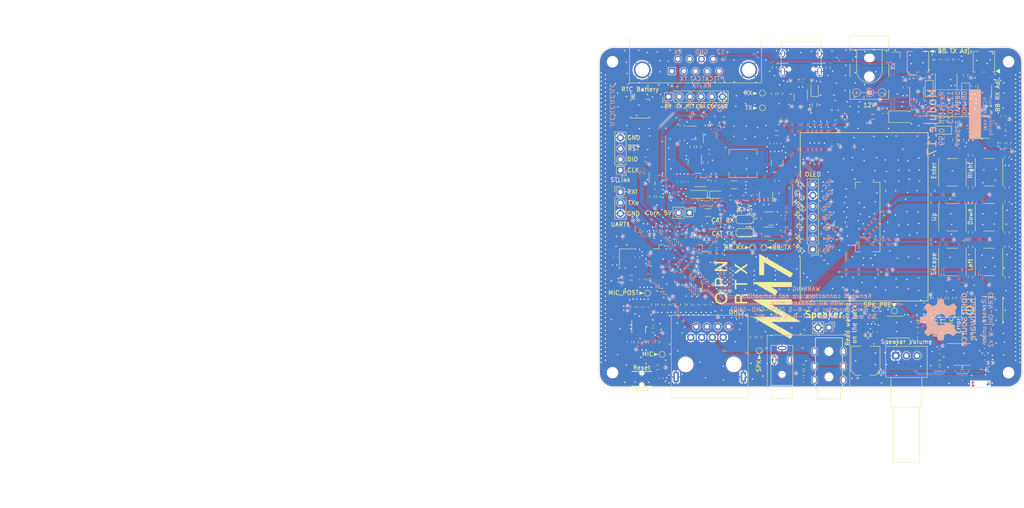
<source format=kicad_pcb>
(kicad_pcb (version 20221018) (generator pcbnew)
  (title_block (title "Module17") (date "2023-12-06") (rev "Rev 0.99") (company "OpenHT") (comment 1 "Morgan - ON4MOD") (comment 2 "Mathis - DB9MAT") (comment 3 "Wojciech - SP5WWP") (comment 4 "Authors:"))
  (layers (0 "F.Cu" signal) (1 "In1.Cu" signal) (2 "In2.Cu" signal) (31 "B.Cu" signal) (34 "B.Paste" user) (35 "F.Paste" user) (36 "B.SilkS" user "B.Silkscreen") (37 "F.SilkS" user "F.Silkscreen") (38 "B.Mask" user) (39 "F.Mask" user) (44 "Edge.Cuts" user))
  (net 0 "")
  (net 1 "VDD")
  (net 2 "GND")
  (net 3 "Net-(U201-PH0)")
  (net 4 "Net-(U201-PH1)")
  (net 5 "Net-(U201-VCAP_1)")
  (net 6 "VDDA")
  (net 7 "+5V")
  (net 8 "BASEBAND_RX")
  (net 9 "Net-(U201-VCAP_2)")
  (net 10 "NRST")
  (net 11 "Net-(U203-BST)")
  (net 12 "AUDIO_SPK")
  (net 13 "VAA")
  (net 14 "Net-(U203-SW)")
  (net 15 "Net-(D203-A)")
  (net 16 "Net-(Q301-G)")
  (net 17 "Net-(U301A-+)")
  (net 18 "Net-(C304-Pad1)")
  (net 19 "Net-(U301A--)")
  (net 20 "Net-(C305-Pad1)")
  (net 21 "Net-(C305-Pad2)")
  (net 22 "Net-(IC301-+IN)")
  (net 23 "Net-(IC301--IN)")
  (net 24 "Net-(IC301-VO1)")
  (net 25 "Net-(U302-MICIN)")
  (net 26 "/Connectors/xUDN")
  (net 27 "Net-(U302-CT)")
  (net 28 "Net-(IC301-VO2)")
  (net 29 "Net-(C310-Pad2)")
  (net 30 "Net-(U302-BIAS)")
  (net 31 "Net-(U302-CG)")
  (net 32 "Net-(C401-Pad1)")
  (net 33 "Net-(C503-Pad2)")
  (net 34 "Net-(C505-Pad1)")
  (net 35 "Net-(C506-Pad1)")
  (net 36 "MIC")
  (net 37 "SPEAKER")
  (net 38 "Net-(C507-Pad1)")
  (net 39 "/Connectors/xUDP")
  (net 40 "Net-(U503B-+)")
  (net 41 "/Baseband/BB_RX_A")
  (net 42 "Net-(C508-Pad1)")
  (net 43 "Net-(U504B--)")
  (net 44 "+12V")
  (net 45 "RADIO_TX")
  (net 46 "/Baseband/BB_RX_B")
  (net 47 "Net-(C511-Pad1)")
  (net 48 "RADIO_PTT")
  (net 49 "RADIO_RX")
  (net 50 "Net-(U504B-+)")
  (net 51 "Net-(U503A-+)")
  (net 52 "SWDIO")
  (net 53 "SWCLK")
  (net 54 "Net-(C510-Pad2)")
  (net 55 "BTN_UP")
  (net 56 "Net-(D202-Pad2)")
  (net 57 "BTN_DOWN")
  (net 58 "Net-(D202-Pad3)")
  (net 59 "LINE")
  (net 60 "~{BOOT0}")
  (net 61 "BTN_LEFT")
  (net 62 "Net-(J301-A)")
  (net 63 "Net-(J302-A)")
  (net 64 "BTN_RIGHT")
  (net 65 "GPIO_POWER")
  (net 66 "Net-(D204-A)")
  (net 67 "LED-PTT")
  (net 68 "LED-SYNC")
  (net 69 "LED-ERROR")
  (net 70 "Net-(D401-A)")
  (net 71 "USB_DN")
  (net 72 "USB_DP")
  (net 73 "~{PTT_IN}")
  (net 74 "AUDIO_MIC")
  (net 75 "Net-(D205-A)")
  (net 76 "BASEBAND_TX")
  (net 77 "/MCU & Power/VDD_MCU")
  (net 78 "~{PTT_OUT}")
  (net 79 "Net-(D206-A)")
  (net 80 "SPK_MUTE")
  (net 81 "USART3_TX")
  (net 82 "CAT_TXout")
  (net 83 "CAT_RXin")
  (net 84 "USART3_RX")
  (net 86 "/Baseband/BB_RX_W")
  (net 87 "USART1_RX")
  (net 88 "/Baseband/BB_TX_W")
  (net 89 "USART1_TX")
  (net 90 "Net-(J402-CC1)")
  (net 92 "MIC_GAIN")
  (net 93 "BTN_ENT")
  (net 95 "Net-(J402-CC2)")
  (net 97 "Net-(J407-Pad4)")
  (net 98 "I2C_SDA")
  (net 99 "I2C_SCL")
  (net 100 "~{MIC_MUTE}")
  (net 101 "Net-(J407-Pad8)")
  (net 102 "Net-(J408-Pin_1)")
  (net 103 "Net-(J408-Pin_2)")
  (net 104 "OLED_SPI_MOSI")
  (net 105 "OLED_SPI_SCK")
  (net 106 "OLED_DC")
  (net 107 "OLED_RST")
  (net 108 "Net-(Q201-B)")
  (net 109 "OLED_CS")
  (net 110 "Net-(Q201-C)")
  (net 111 "Net-(Q202-G)")
  (net 112 "Net-(JP201-A)")
  (net 113 "HMI_VIN")
  (net 114 "Net-(U203-EN)")
  (net 115 "Net-(U201-PB2)")
  (net 116 "Net-(U201-PA3)")
  (net 117 "Net-(U201-PB0)")
  (net 118 "Net-(U203-FB)")
  (net 119 "Net-(R215-Pad1)")
  (net 120 "Net-(R216-Pad1)")
  (net 121 "Net-(R219-Pad1)")
  (net 122 "Net-(R220-Pad1)")
  (net 123 "Net-(R223-Pad1)")
  (net 124 "Net-(R224-Pad1)")
  (net 125 "Net-(U302-MICBIAS)")
  (net 126 "Net-(U302-GAIN)")
  (net 127 "Net-(U302-TH)")
  (net 128 "Net-(D207-A)")
  (net 129 "Net-(U504A--)")
  (net 143 "Net-(U301B-+)")
  (net 144 "Net-(U301B--)")
  (net 146 "Net-(C315-Pad1)")
  (net 147 "Net-(D203-K)")
  (net 148 "Net-(D401-K)")
  (net 149 "HMI_PWR_ON")
  (net 150 "+BATT")
  (footprint "M17_connectors:KH-RJ45-58-8P8C" (layer "F.Cu") (at 196.325 131)
    (fp_text reference "J407")
    (fp_text value "KH-RJ45-58-8P8C")
  )
  (footprint "Resistor_SMD:R_0603_1608Metric" (layer "F.Cu") (at 266.125 102.575 -90)
    (fp_text reference "R218")
    (fp_text value "470")
  )
  (footprint "Capacitor_SMD:C_0603_1608Metric" (layer "F.Cu") (at 245.125 116.195 180)
    (fp_text reference "C304")
    (fp_text value "10n")
  )
  (footprint "Resistor_SMD:R_0603_1608Metric" (layer "F.Cu") (at 260.875 117.25 180)
    (fp_text reference "R314")
    (fp_text value "2k")
  )
  (footprint "Resistor_SMD:R_0603_1608Metric" (layer "F.Cu") (at 266.125 81.525 -90)
    (fp_text reference "R230")
    (fp_text value "470")
  )
  (footprint "Capacitor_SMD:C_0603_1608Metric" (layer "F.Cu") (at 242.25 58.05 90)
    (fp_text reference "C501")
    (fp_text value "100n")
  )
  (footprint "Jumper:SolderJumper-3_P1.3mm_Bridged12_RoundedPad1.0x1.5mm" (layer "F.Cu") (at 204.55 92.15 180)
    (fp_text reference "J301")
    (fp_text value "CAT_TX")
  )
  (footprint "Capacitor_SMD:C_0603_1608Metric" (layer "F.Cu") (at 179.35 97.9 90)
    (fp_text reference "C203")
    (fp_text value "12p")
  )
  (footprint "Capacitor_SMD:C_0603_1608Metric" (layer "F.Cu") (at 207 83.2 90)
    (fp_text reference "C210")
    (fp_text value "100n")
  )
  (footprint "Resistor_SMD:R_0603_1608Metric" (layer "F.Cu") (at 254.875 65.4)
    (fp_text reference "R503")
    (fp_text value "3k3")
  )
  (footprint "Inductor_SMD:L_0805_2012Metric" (layer "F.Cu") (at 195.525 85.225)
    (fp_text reference "L202")
    (fp_text value "1u")
  )
  (footprint "Resistor_SMD:R_0603_1608Metric" (layer "F.Cu") (at 207.8875 88.8 -90)
    (fp_text reference "R308")
    (fp_text value "10k")
  )
  (footprint "Resistor_SMD:R_0603_1608Metric" (layer "F.Cu") (at 249.3 107.45 90)
    (fp_text reference "R225")
    (fp_text value "680")
  )
  (footprint "Capacitor_Tantalum_SMD:CP_EIA-3216-18_Kemet-A" (layer "F.Cu") (at 256.4 59.3 -90)
    (fp_text reference "C507")
    (fp_text value "22u")
  )
  (footprint "Resistor_SMD:R_0603_1608Metric" (layer "F.Cu") (at 184.275 83.675 90)
    (fp_text reference "R301")
    (fp_text value "47k")
  )
  (footprint "Resistor_SMD:R_0603_1608Metric" (layer "F.Cu") (at 212.91 59.51 90)
    (fp_text reference "R510")
    (fp_text value "DNP")
  )
  (footprint "Resistor_SMD:R_0603_1608Metric" (layer "F.Cu") (at 256.4 55.175 -90)
    (fp_text reference "R506")
    (fp_text value "2k2")
  )
  (footprint "Capacitor_SMD:C_0603_1608Metric" (layer "F.Cu") (at 265.8 67.3)
    (fp_text reference "C503")
    (fp_text value "10n")
  )
  (footprint "TestPoint:TestPoint_Pad_D1.0mm" (layer "F.Cu") (at 239.68 110.5)
    (fp_text reference "TP301")
    (fp_text value "TP_SPK_PRE")
  )
  (footprint "Resistor_SMD:R_0603_1608Metric" (layer "F.Cu") (at 182.985 115.05)
    (fp_text reference "R313")
    (fp_text value "100k")
  )
  (footprint "Capacitor_SMD:C_0603_1608Metric" (layer "F.Cu") (at 212.55 71.175 -90)
    (fp_text reference "C225")
    (fp_text value "100n")
  )
  (footprint "Capacitor_SMD:C_0603_1608Metric" (layer "F.Cu") (at 185.775 91.8 90)
    (fp_text reference "C227")
    (fp_text value "10n")
  )
  (footprint "Button_Switch_SMD:SW_SPST_PTS645" (layer "F.Cu") (at 261.9 110.4 90)
    (fp_text reference "SW201")
    (fp_text value "Tactile switch")
  )
  (footprint "Capacitor_SMD:C_0603_1608Metric" (layer "F.Cu") (at 178.3 109.6 90)
    (fp_text reference "C316")
    (fp_text value "100n")
  )
  (footprint "MountingHole:MountingHole_2.7mm_M2.5_DIN965_Pad" (layer "F.Cu") (at 173.5 125)
    (fp_text reference "H103")
    (fp_text value "M3")
  )
  (footprint "Capacitor_SMD:C_0603_1608Metric" (layer "F.Cu") (at 189.175 80.2 90)
    (fp_text reference "C211")
    (fp_text value "1u")
  )
  (footprint "Resistor_SMD:R_0603_1608Metric" (layer "F.Cu") (at 245.125 113.825 180)
    (fp_text reference "R304")
    (fp_text value "7k5")
  )
  (footprint "Connector_PinHeader_2.54mm:PinHeader_1x07_P2.54mm_Vertical" (layer "F.Cu") (at 220.525 96.075 180)
    (fp_text reference "J406")
    (fp_text value "2.54mm Header 7p")
  )
  (footprint "Resistor_SMD:R_0603_1608Metric" (layer "F.Cu") (at 218.375 123.6)
    (fp_text reference "R406")
    (fp_text value "2k2")
  )
  (footprint "Package_TO_SOT_SMD:SOT-23-6" (layer "F.Cu") (at 217.7 60.2875 -90)
    (fp_text reference "U401")
    (fp_text value "USBLC6-2SC6")
  )
  (footprint "Resistor_SMD:R_0603_1608Metric" (layer "F.Cu") (at 250.325 122.6)
    (fp_text reference "R307")
    (fp_text value "3k3")
  )
  (footprint "Diode_SMD:D_SOD-128" (layer "F.Cu") (at 241.5 64.9)
    (fp_text reference "D201")
    (fp_text value "PTVS18VP1UP")
  )
  (footprint "Capacitor_SMD:C_0603_1608Metric" (layer "F.Cu") (at 235.125 115.445 90)
    (fp_text reference "C302")
    (fp_text value "100n")
  )
  (footprint "Resistor_SMD:R_0603_1608Metric" (layer "F.Cu") (at 257.525 81.525 -90)
    (fp_text reference "R217")
    (fp_text value "470")
  )
  (footprint "Capacitor_SMD:C_0603_1608Metric" (layer "F.Cu") (at 181.925 103.125 -90)
    (fp_text reference "C220")
    (fp_text value "100n")
  )
  (footprint "Capacitor_SMD:C_0603_1608Metric" (layer "F.Cu") (at 258.275 57.725 90)
    (fp_text reference "C502")
    (fp_text value "100n")
  )
  (footprint "LED_SMD:LED_0603_1608Metric" (layer "F.Cu") (at 251.1 110.495 90)
    (fp_text reference "D205")
    (fp_text value "Red")
  )
  (footprint "Resistor_SMD:R_0603_1608Metric" (layer "F.Cu") (at 181.25 74.9 180)
    (fp_text reference "R408")
    (fp_text value "22")
  )
  (footprint "Connector_PinHeader_2.54mm:PinHeader_1x03_P2.54mm_Vertical" (layer "F.Cu") (at 175.35 82.55)
    (fp_text reference "J409")
    (fp_text value "UART")
  )
  (footprint "Connector_FFC-FPC:Hirose_FH12-26S-0.5SH_1x26-1MP_P0.50mm_Horizontal" (layer "F.Cu") (at 231.8 88.455 90)
    (fp_text reference "J412")
    (fp_text value "Hirose FH12-26S-0.5SH(55)")
  )
  (footprint "Package_SO:SOIC-8_3.9x4.9mm_P1.27mm" (layer "F.Cu") (at 239.875 114.295 180)
    (fp_text reference "U301")
    (fp_text value "MCP6002")
  )
  (footprint "TestPoint:TestPoint_Pad_D1.0mm" (layer "F.Cu") (at 208.72 62.8 90)
    (fp_text reference "TP504")
    (fp_text value "TP_TX")
  )
  (footprint "M17_connectors:PJ-211A" (layer "F.Cu") (at 213.305 125.4 90)
    (fp_text reference "J405")
    (fp_text value "Kenwood-2.5")
  )
  (footprint "Capacitor_SMD:C_0603_1608Metric" (layer "F.Cu") (at 184.25 91.8 90)
    (fp_text reference "C226")
    (fp_text value "100n")
  )
  (footprint "Resistor_SMD:R_0603_1608Metric" (layer "F.Cu") (at 211.5 53.375 90)
    (fp_text reference "R402")
    (fp_text value "5k1")
  )
  (footprint "Connector_PinHeader_2.54mm:PinHeader_1x06_P2.54mm_Vertical" (layer "F.Cu") (at 186.64 60.2 90)
    (fp_text reference "J403")
    (fp_text value "Radio_Opt")
  )
  (footprint "Capacitor_SMD:C_0603_1608Metric" (layer "F.Cu") (at 246.6 109.175 180)
    (fp_text reference "C315")
    (fp_text value "10n")
  )
  (footprint "Inductor_SMD:L_0805_2012Metric" (layer "F.Cu") (at 179.4 91.5125 -90)
    (fp_text reference "FB204")
    (fp_text value "FB0805")
  )
  (footprint "Inductor_SMD:L_0805_2012Metric" (layer "F.Cu") (at 212.0625 68.775)
    (fp_text reference "FB203")
    (fp_text value "FB0805")
  )
  (footprint "Capacitor_SMD:C_0603_1608Metric" (layer "F.Cu") (at 184.875 126.3 90)
    (fp_text reference "C215")
    (fp_text value "100n")
  )
  (footprint "Capacitor_SMD:C_0603_1608Metric" (layer "F.Cu") (at 193.025 109.05 90)
    (fp_text reference "C204")
    (fp_text value "2u2")
  )
  (footprint "Resistor_SMD:R_0603_1608Metric" (layer "F.Cu") (at 252.8 51.45 -90)
    (fp_text reference "R507")
    (fp_text value "3k9")
  )
  (footprint "Capacitor_SMD:C_0603_1608Metric" (layer "F.Cu") (at 194.525 109.05 -90)
    (fp_text reference "C221")
    (fp_text value "10n")
  )
  (footprint "Resistor_SMD:R_0603_1608Metric" (layer "F.Cu") (at 207.95 116.625 90)
    (fp_text reference "R409")
    (fp_text value "0")
  )
  (footprint "Resistor_SMD:R_0603_1608Metric" (layer "F.Cu") (at 253.875 62.05 90)
    (fp_text reference "R505")
    (fp_text value "39k")
  )
  (footprint "Crystal:Crystal_SMD_3225-4Pin_3.2x2.5mm" (layer "F.Cu") (at 176.8 97.95 -90)
    (fp_text reference "Y201")
    (fp_text value "8 MHz")
  )
  (footprint "Inductor_SMD:L_0805_2012Metric" (layer "F.Cu") (at 177.8375 102.7)
    (fp_text reference "FB202")
    (fp_text value "FB0805")
  )
  (footprint "Connector_USB:USB_C_Receptacle_HRO_TYPE-C-31-M-12" (layer "F.Cu") (at 217.8 51.14 180)
    (fp_text reference "J402")
    (fp_text value "USB_C")
  )
  (footprint "Capacitor_SMD:C_0603_1608Metric" (layer "F.Cu") (at 255.625 126.25)
    (fp_text reference "C307")
    (fp_text value "15p")
  )
  (footprint "LED_SMD:LED_0603_1608Metric" (layer "F.Cu") (at 252.9 110.495 90)
    (fp_text reference "D206")
    (fp_text value "Green")
  )
  (footprint "Capacitor_SMD:C_0603_1608Metric" (layer "F.Cu") (at 260.875 118.8)
    (fp_text reference "C310")
    (fp_text value "100n")
  )
  (footprint "Package_TO_SOT_SMD:SOT-23" (layer "F.Cu") (at 183.675 78.6 90)
    (fp_text reference "Q301")
    (fp_text value "IRLML2060")
  )
  (footprint "Connector_Molex:Molex_PicoBlade_53261-0271_1x02-1MP_P1.25mm_Horizontal" (layer "F.Cu") (at 179.97 62.52)
    (fp_text reference "J413")
    (fp_text value "Molex 532610271")
  )
  (footprint "Capacitor_SMD:C_0603_1608Metric" (layer "F.Cu") (at 197.95 93.65)
    (fp_text reference "C216")
    (fp_text value "100n")
  )
  (footprint "Capacitor_SMD:C_0603_1608Metric" (layer "F.Cu") (at 218.375 126.7 180)
    (fp_text reference "C401")
    (fp_text value "100n")
  )
  (footprint "Capacitor_SMD:C_0603_1608Metric" (layer "F.Cu") (at 181.4 109.6 90)
    (fp_text reference "C314")
    (fp_text value "2u2")
  )
  (footprint "Resistor_SMD:R_0603_1608Metric" (layer "F.Cu") (at 265.8 68.825)
    (fp_text reference "R501")
    (fp_text value "3k9")
  )
  (footprint "Resistor_SMD:R_0603_1608Metric" (layer "F.Cu") (at 184.125 123.77 180)
    (fp_text reference "R214")
    (fp_text value "47k")
  )
  (footprint "Resistor_SMD:R_0603_1608Metric" (layer "F.Cu") (at 207.9375 92.4 -90)
    (fp_text reference "R305")
    (fp_text value "10k")
  )
  (footprint "Capacitor_SMD:C_0603_1608Metric" (layer "F.Cu") (at 250.325 120.05 180)
    (fp_text reference "C306")
    (fp_text value "100n")
  )
  (footprint "Capacitor_Tantalum_SMD:CP_EIA-3216-18_Kemet-A" (layer "F.Cu") (at 247.95 65.55 180)
    (fp_text reference "C510")
    (fp_text value "22u")
  )
  (footprint "Resistor_SMD:R_0603_1608Metric" (layer "F.Cu") (at 179.025 117.8 -90)
    (fp_text reference "R311")
    (fp_text value "0")
  )
  (footprint "Potentiometer_SMD:Potentiometer_Bourns_3224J_Horizontal" (layer "F.Cu") (at 260.7 52 -90)
    (fp_text reference "RV502")
    (fp_text value "10k")
  )
  (footprint "Resistor_SMD:R_0603_1608Metric" (layer "F.Cu") (at 266.125 95.425 -90)
    (fp_text reference "R216")
    (fp_text value "10k")
  )
  (footprint "Package_TO_SOT_SMD:SOT-23" (layer "F.Cu") (at 196.4 69.4125 90)
    (fp_text reference "Q202" hide)
    (fp_text value "IRLML2244")
  )
  (footprint "Resistor_SMD:R_0603_1608Metric" (layer "F.Cu") (at 224.05 53.375 90)
    (fp_text reference "R401")
    (fp_text value "5k1")
  )
  (footprint "Resistor_SMD:R_0603_1608Metric" (layer "F.Cu") (at 213.6 88.05 -90)
    (fp_text reference "R312")
    (fp_text value "10k")
  )
  (footprint "Capacitor_SMD:C_0603_1608Metric" (layer "F.Cu") (at 177.475 117.8 90)
    (fp_text reference "C308")
    (fp_text value "100n")
  )
  (footprint "Capacitor_SMD:C_0603_1608Metric" (layer "F.Cu") (at 187.725 109.0375 -90)
    (fp_text reference "C214")
    (fp_text value "10n")
  )
  (footprint "Capacitor_SMD:C_0603_1608Metric" (layer "F.Cu") (at 174.25 97.9 90)
    (fp_text reference "C202")
    (fp_text value "12p")
  )
  (footprint "Capacitor_SMD:C_0603_1608Metric" (layer "F.Cu") (at 245.125 112.275)
    (fp_text reference "C303")
    (fp_text value "1n5")
  )
  (footprint "Jumper:SolderJumper-3_P1.3mm_Bridged12_RoundedPad1.0x1.5mm" (layer "F.Cu") (at 204.55 89.025 180)
    (fp_text reference "J302")
    (fp_text value "CAT_RX")
  )
  (footprint "Resistor_SMD:R_0603_1608Metric" (layer "F.Cu") (at 266.125 84.925 -90)
    (fp_text reference "R220")
    (fp_text value "10k")
  )
  (footprint "Resistor_SMD:R_0603_1608Metric" (layer "F.Cu") (at 193.775 71.975 -90)
    (fp_text reference "R203")
    (fp_text value "10k")
  )
  (footprint "Diode_SMD:D_SOD-323" (layer "F.Cu") (at 197.9225 83.21)
    (fp_text reference "D203")
    (fp_text value "BAT60A")
  )
  (footprint "Capacitor_Tantalum_SMD:CP_EIA-3216-18_Kemet-A" (layer "F.Cu") (at 193.421 83.15 180)
    (fp_text reference "C206")
    (fp_text value "10u")
  )
  (footprint "Resistor_SMD:R_0603_1608Metric" (layer "F.Cu") (at 211.34 59.51 -90)
    (fp_text reference "R509")
    (fp_text value "0")
  )
  (footprint "Resistor_SMD:R_0603_1608Metric" (layer "F.Cu") (at 247.425 113.075 -90)
    (fp_text reference "R303")
    (fp_text value "13k")
  )
  (footprint "Capacitor_SMD:C_0603_1608Metric" (layer "F.Cu") (at 183.04 113.3)
    (fp_text reference "C309")
    (fp_text value "100n")
  )
  (footprint "Resistor_SMD:R_0603_1608Metric" (layer "F.Cu") (at 266.125 74.375 -90)
    (fp_text reference "R224")
    (fp_text value "10k")
  )
  (footprint "Capacitor_SMD:C_0603_1608Metric" (layer "F.Cu") (at 254.35 51.45 90)
    (fp_text reference "C509")
    (fp_text value "680p")
  )
  (footprint "Resistor_SMD:R_0603_1608Metric" (layer "F.Cu") (at 253.9 70.35 90)
    (fp_text reference "R511")
    (fp_text value "22k")
  )
  (footprint "Resistor_SMD:R_0603_1608Metric" (layer "F.Cu") (at 195.375 75.6 -90)
    (fp_text reference "R206")
    (fp_text value "22k")
  )
  (footprint "M17_logos:M17_logo_20x11.5mm" (layer "F.Cu") (at 212.05 107.075 90)
    (fp_text reference "LOGO101" hide)
    (fp_text value "M17_logo")
  )
  (footprint "Package_TO_SOT_SMD:SOT-23" (layer "F.Cu") (at 192.821 75.4875 -90)
    (fp_text reference "Q201" hide)
    (fp_text value "MMBT3904")
  )
  (footprint "Capacitor_SMD:C_1206_3216Metric" (layer "F.Cu") (at 195.925 87.425)
    (fp_text reference "C223")
    (fp_text value "22u")
  )
  (footprint "Resistor_SMD:R_0603_1608Metric" (layer "F.Cu") (at 201.19 83.95 180)
    (fp_text reference "R213")
    (fp_text value "43k")
  )
  (footprint "Resistor_SMD:R_0603_1608Metric" (layer "F.Cu") (at 196.2 73.15 180)
    (fp_text reference "R205")
    (fp_text value "22k")
  )
  (footprint "Resistor_SMD:R_0603_1608Metric" (layer "F.Cu") (at 189.85 66.95 90)
    (fp_text reference "R202")
    (fp_text value "10k")
  )
  (footprint "Capacitor_Tantalum_SMD:CP_EIA-3216-18_Kemet-A" (layer "F.Cu") (at 250.8 68.05 180)
    (fp_text reference "C511")
    (fp_text value "22u")
  )
  (footprint "TestPoint:TestPoint_Pad_D1.0mm" (layer "F.Cu") (at 206.395 95.625)
    (fp_text reference "TP501")
    (fp_text value "TP_BBRX" hide)
  )
  (footprint "Package_QFP:LQFP-64_10x10mm_P0.5mm" (layer "F.Cu") (at 189.5 100.0875)
    (fp_text reference "U201")
    (fp_text value "STM32F405RGTx")
  )
  (footprint "Capacitor_SMD:C_0603_1608Metric" (layer "F.Cu") (at 180.4 103.125 -90)
    (fp_text reference "C218")
    (fp_text value "1u")
  )
  (footprint "Inductor_SMD:L_0805_2012Metric" (layer "F.Cu") (at 234.625 64.9)
    (fp_text reference "FB201")
    (fp_text value "FB0805")
  )
  (footprint "Capacitor_SMD:C_0603_1608Metric" (layer "F.Cu") (at 190.75 80.2 90)
    (fp_text reference "C209")
    (fp_text value "100n")
  )
  (footprint "LED_SMD:LED_0603_1608Metric" (layer "F.Cu") (at 254.7 110.495 90)
    (fp_text reference "D207")
    (fp_text value "Orange")
  )
  (footprint "TestPoint:TestPoint_Pad_D1.0mm" (layer "F.Cu") (at 185.15 120.7 180)
    (fp_text reference "TP302")
    (fp_text value "TP_MIC")
  )
  (footprint "Package_TO_SOT_SMD:SOT-23-5" (layer "F.Cu") (at 193.65 79.75 180)
    (fp_text reference "U202")
    (fp_text value "TPS7A2033")
  )
  (footprint "Resistor_SMD:R_0603_1608Metric" (layer "F.Cu") (at 182.45 117.807842 -90)
    (fp_text reference "R315")
    (fp_text value "150k")
  )
  (footprint "Resistor_SMD:R_0603_1608Metric" (layer "F.Cu") (at 266.55 71.1 -90)
    (fp_text reference "R502")
    (fp_text value "39k")
  )
  (footprint "MountingHole:MountingHole_2.7mm_M2.5_DIN965_Pad" (layer "F.Cu") (at 173.5 52)
    (fp_text reference "H102")
    (fp_text value "M3")
  )
  (footprint "Package_SO:SOIC-8_3.9x4.9mm_P1.27mm" (layer "F.Cu") (at 255.6 120.7)
    (fp_text reference "IC301")
    (fp_text value "LM4991MA")
  )
  (footprint "Resistor_SMD:R_0603_1608Metric" (layer "F.Cu") (at 257.55 73.98 -90)
    (fp_text reference "R215")
    (fp_text value "10k")
  )
  (footprint "Resistor_SMD:R_0603_1608Metric" (layer "F.Cu") (at 251.25 62.05 -90)
    (fp_text reference "R504")
    (fp_text value "3k3")
  )
  (footprint "Resistor_SMD:R_0603_1608Metric" (layer "F.Cu") (at 213.55 91.65 -90)
    (fp_text reference "R306")
    (fp_text value "10k")
  )
  (footprint "Capacitor_SMD:C_0603_1608Metric" (layer "F.Cu") (at 249.7 62.05 90)
    (fp_text reference "C506")
    (fp_text value "10n")
  )
  (footprint "Resistor_SMD:R_0603_1608Metric" (layer "F.Cu") (at 257.525 92.075 -90)
    (fp_text reference "R221")
    (fp_text value "470")
  )
  (footprint "Capacitor_SMD:C_0603_1608Metric" (layer "F.Cu") (at 197.95 96.7 180)
    (fp_text reference "C205")
    (fp_text value "2u2")
  )
  (footprint "Package_SO:MSOP-8_3x3mm_P0.65mm" (layer "F.Cu") (at 244.9 59.4 90)
    (fp_text reference "U501")
    (fp_text value "MCP4551-103")
  )
  (footprint "Capacitor_SMD:C_0603_1608Metric" (layer "F.Cu") (at 181.175 91.8 90)
    (fp_text reference "C222")
    (fp_text value "1u")
  )
  (footprint "Resistor_SMD:R_0603_1608Metric" (layer "F.Cu") (at 190.025 109.05 -90)
    (fp_text reference "R211")
    (fp_text value "10k")
  )
  (footprint "Resistor_SMD:R_0603_1608Metric" (layer "F.Cu") (at 184.675 109.0375 -90)
    (fp_text reference "R210")
    (fp_text value "10k")
  )
  (footprint "Resistor_SMD:R_0603_1608Metric" (layer "F.Cu") (at 251.1 107.45 90)
    (fp_text reference "R226")
    (fp_text value "680")
  )
  (footprint "Diode_SMD:D_SOD-323" (layer "F.Cu") (at 220.96 58.54 90)
    (fp_text reference "D401")
    (fp_text value "BAT60A")
  )
  (footprint "Resistor_SMD:R_0603_1608Metric" (layer "F.Cu") (at 257.525 84.925 -90)
    (fp_text reference "R219")
    (fp_text value "10k")
  )
  (footprint "Resistor_SMD:R_0603_1608Metric" (layer "F.Cu") (at 192.225 71.975 90)
    (fp_text reference "R204")
    (fp_text value "100k")
  )
  (footprint "Capacitor_SMD:C_0603_1608Metric" (layer "F.Cu") (at 251.25 51.45 -90)
    (fp_text reference "C508")
    (fp_text value "10n")
  )
  (footprint "Package_SO:SOIC-8_3.9x4.9mm_P1.27mm" (layer "F.Cu") (at 260.1 67.4)
    (fp_text reference "U503")
    (fp_text value "MCP6002")
  )
  (footprint "Package_TO_SOT_SMD:SOT-23" (layer "F.Cu") (at 192.6125 68.675)
    (fp_text reference "D202" hide)
    (fp_text value "BAT54C")
  )
  (footprint "Capacitor_SMD:C_0603_1608Metric" (layer "F.Cu") (at 251.85 65.4 180)
    (fp_text reference "C505")
    (fp_text value "10n")
  )
  (footprint "Button_Switch_SMD:SW_SPST_PTS645" (layer "F.Cu") (at 253.3 88.5 90)
    (fp_text reference "SW205")
    (fp_text value "Tactile switch")
  )
  (footprint "Capacitor_SMD:C_0603_1608Metric" (layer "F.Cu") (at 186.2 109.0375 -90)
    (fp_text reference "C213")
    (fp_text value "100n")
  )
  (footprint "Inductor_SMD:L_Vishay_IHLP-2525" (layer "F.Cu") (at 204.15 75.875)
    (fp_text reference "L201")
    (fp_text value "10u")
  )
  (footprint "Connector_PinHeader_2.54mm:PinHeader_1x02_P2.54mm_Vertical" (layer "F.Cu") (at 191.565 87.45 -90)
    (fp_text reference "JP201")
    (fp_text value "Jumper_2_Bridged")
  )
  (footprint "Resistor_SMD:R_0603_1608Metric" (layer "F.Cu") (at 184 117.807842 90)
    (fp_text reference "R309")
    (fp_text value "2k2")
  )
  (footprint "Connector_PinHeader_2.54mm:PinHeader_1x02_P2.54mm_Vertical" (layer "F.Cu") (at 224.325 114.4 -90)
    (fp_text reference "J410")
    (fp_text value "Speaker")
  )
  (footprint "Resistor_SMD:R_0603_1608Metric" (layer "F.Cu") (at 252.9 107.45 90)
    (fp_text reference "R227")
    (fp_text value "680")
  )
  (footprint "Inductor_SMD:L_0805_2012Metric" (layer "F.Cu") (at 220.96 62.1225 90)
    (fp_text reference "FB401")
    (fp_text value "FB0805")
  )
  (footprint "Resistor_SMD:R_0603_1608Metric" (layer "F.Cu") (at 204.225 83.95 180)
    (fp_text reference "R212")
    (fp_text value "8k2")
  )
  (footprint "Button_Switch_SMD:SW_SPST_PTS645" (layer "F.Cu") (at 253.3 77.95 90)
    (fp_text reference "SW203")
    (fp_text value "Tactile switch")
  )
  (footprint "M17_connectors:PJ-3136-B" (layer "F.Cu") (at 224.305 128.5 90)
    (fp_text reference "J404")
    (fp_text value "Kenwood-3.5")
  )
  (footprint "Resistor_SMD:R_0603_1608Metric" (layer "F.Cu") (at 255.425 70.35 -90)
    (fp_text reference "R512")
    (fp_text value "22k")
  )
  (footprint "Capacitor_SMD:C_0603_1608Metric" (layer "F.Cu") (at 180.9 117.807842 -90)
    (fp_text reference "C312")
    (fp_text value "470n")
  )
  (footprint "Capacitor_SMD:C_0603_1608Metric" (layer "F.Cu") (at 196.025 109.05 -90)
    (fp_text reference "C217")
    (fp_text value "100n")
  )
  (footprint "MountingHole:MountingHole_2.7mm_M2.5_DIN965_Pad" (layer "F.Cu") (at 266.5 125)
    (fp_text reference "H104")
    (fp_text value "M3")
  )
  (footprint "TestPoint:TestPoint_Pad_D1.0mm" (layer "F.Cu") (at 181.74 106.33 180)
    (fp_text reference "TP304")
    (fp_text value "TP_MIC_POST")
  )
  (footprint "M17_logos:OPN_RTX_logo_10x7.6mm" (layer "F.Cu") (at 202.525 104 90)
    (fp_text reference "LOGO102" hide)
    (fp_text value "OPN_RTX_logo")
  )
  (footprint "Button_Switch_SMD:SW_SPST_PTS645" (layer "F.Cu") (at 261.9 88.5 90)
    (fp_text reference "SW206")
    (fp_text value "Tactile switch")
  )
  (footprint "Capacitor_SMD:C_0603_1608Metric" (layer "F.Cu") (at 183.475 81.35)
    (fp_text reference "C301")
    (fp_text value "470p")
  )
  (footprint "Potentiometer_THT:Potentiometer_Alps_RK097_Single_Horizontal" (layer "F.Cu") (at 240 121 90)
    (fp_text reference "RV301" hide)
    (fp_text value "10k")
  )
  (footprint "Resistor_SMD:R_0603_1608Metric" (layer "F.Cu") (at 246.6 110.7)
    (fp_text reference "R316")
    (fp_text value "4k3")
  )
  (footprint "Resistor_SMD:R_0603_1608Metric" (layer "F.Cu") (at 180.425 78.225 90)
    (fp_text reference "R407")
    (fp_text value "22")
  )
  (footprint "Resistor_SMD:R_0603_1608Metric" (layer "F.Cu") (at 218.375 125.15)
    (fp_text reference "R405")
    (fp_text value "10k")
  )
  (footprint "TestPoint:TestPoint_Pad_D1.0mm" (layer "F.Cu") (at 208.71 59.35)
    (fp_text reference "TP503")
    (fp_text value "TP_RX")
  )
  (footprint "Resistor_SMD:R_0603_1608Metric" (layer "F.Cu") (at 254.7 107.45 90)
    (fp_text reference "R228")
    (fp_text value "680")
  )
  (footprint "TestPoint:TestPoint_Pad_D1.0mm" (layer "F.Cu") (at 209.05 95.625 90)
    (fp_text reference "TP502")
    (fp_text value "TP_BBTX" hide)
  )
  (footprint "Connector_PinHeader_2.54mm:PinHeader_1x04_P2.54mm_Vertical" (layer "F.Cu") (at 175.35 77.45 180)
    (fp_text reference "J408")
    (fp_text value "STLink")
  )
  (footprint "Capacitor_Tantalum_SMD:CP_EIA-3216-18_Kemet-A" (layer "F.Cu") (at 247.85 58.7 -90)
    (fp_text reference "C512")
    (fp_text value "22u")
  )
  (footprint "LED_SMD:LED_0603_1608Metric" (layer "F.Cu") (at 249.3 110.495 90)
    (fp_text reference "D204")
    (fp_text value "Blue")
  )
  (footprint "Button_Switch_SMD:SW_SPST_PTS645" (layer "F.Cu") (at 261.9 99 90)
    (fp_text reference "SW204")
    (fp_text value "Tactile switch")
  )
  (footprint "Package_TO_SOT_SMD:SOT-23" (layer "F.Cu") (at 210.7375 92.4)
    (fp_text reference "Q302")
    (fp_text value "BSS138" hide)
  )
  (footprint "Resistor_SMD:R_0603_1608Metric" (layer "F.Cu") (at 234.625 110.98 180)
    (fp_text reference "R317")
    (fp_text value "10k")
  )
  (footprint "Capacitor_SMD:C_1206_3216Metric" (layer "F.Cu") (at 202.071 80.9)
    (fp_text reference "C212")
    (fp_text value "22u")
  )
  (footprint "Capacitor_SMD:C_0603_1608Metric" (layer "F.Cu") (at 249.7 51.45 90)
    (fp_text reference "C514")
    (fp_text value "100n")
  )
  (footprint "Resistor_SMD:R_0603_1608Metric" (layer "F.Cu") (at 191.525 109.05 90)
    (fp_text reference "R208")
    (fp_text value "1k")
  )
  (footprint "Resistor_SMD:R_0603_1608Metric" (layer "F.Cu") (at 234.625 112.51)
    (fp_text reference "R318")
    (fp_text value "10k")
  )
  (footprint "Button_Switch_SMD:SW_SPST_PTS645" (layer "F.Cu") (at 261.9 77.95 90)
    (fp_text reference "SW208")
    (fp_text value "Tactile switch")
  )
  (footprint "TestPoint:TestPoint_Pad_D1.0mm" (layer "F.Cu") (at 207.95 119.85)
    (fp_text reference "TP303")
    (fp_text value "TP_SPK")
  )
  (footprint "Package_TO_SOT_SMD:SOT-23" (layer "F.Cu") (at 210.7375 88.8)
    (fp_text reference "Q303")
    (fp_text value "BSS138" hide)
  )
  (footprint "Resistor_SMD:R_0603_1608Metric" (layer "F.Cu") (at 257.525 102.575 -90)
    (fp_text reference "R229")
    (fp_text value "470")
  )
  (footprint "Capacitor_SMD:C_0603_1608Metric" (layer "F.Cu") (at 197.95 95.175)
    (fp_text reference "C219")
    (fp_text value "10n")
  )
  (footprint "Resistor_SMD:R_0603_1608Metric" (layer "F.Cu") (at 266.125 92.075 -90)
    (fp_text reference "R222")
    (fp_text value "470")
  )
  (footprint "Resistor_SMD:R_0603_1608Metric" (layer "F.Cu") (at 212.175 79.925 -90)
    (fp_text reference "R207")
    (fp_text value "100k")
  )
  (footprint "Package_SO:SOIC-8_3.9x4.9mm_P1.27mm" (layer "F.Cu") (at 251.815 56.75 90)
    (fp_text reference "U504")
    (fp_text value "MCP6002")
  )
  (footprint "Button_Switch_SMD:SW_SPST_PTS645" (layer "F.Cu") (at 253.3 99 90)
    (fp_text reference "SW207")
    (fp_text value "Tactile switch")
  )
  (footprint "Resistor_SMD:R_0603_1608Metric" (layer "F.Cu") (at 254.65 68.05 180)
    (fp_text reference "R508")
    (fp_text value "22k")
  )
  (footprint "Capacitor_SMD:C_0603_1608Metric" (layer "F.Cu") (at 237.45 64.15 -90)
    (fp_text reference "C201")
    (fp_text value "10n")
  )
  (footprint "M17_misc_passive:SW_SPST_436351045816" (layer "F.Cu") (at 180.375 126.45)
    (fp_text reference "SW202")
    (fp_text value "Tactile switch")
  )
  (footprint "Capacitor_SMD:C_0603_1608Metric" (layer "F.Cu") (at 250.325 124.15 180)
    (fp_text reference "C305")
    (fp_text value "220n")
  )
  (footprint "Capacitor_SMD:C_0603_1608Metric" (layer "F.Cu") (at 265.05 71.1 -90)
    (fp_text reference "C504")
    (fp_text value "680p")
  )
  (footprint "Capacitor_SMD:C_1210_3225Metric" (layer "F.Cu") (at 212.171 75.725 90)
    (fp_text reference "C207")
    (fp_text value "10u")
  )
  (footprint "Resistor_SMD:R_0603_1608Metric" (layer "F.Cu") (at 257.525 95.425 -90)
    (fp_text reference "R223")
    (fp_text value "10k")
  )
  (footprint "Package_SO:MSOP-8_3x3mm_P0.65mm" (layer "F.Cu") (at 260.875 58.9625 90)
    (fp_text reference "U502")
    (fp_text value "MCP4551-103")
  )
  (footprint "Resistor_SMD:R_0603_1608Metric" (layer "F.Cu") (at 206.4 116.625 90)
    (fp_text reference "R410")
    (fp_text value "0")
  )
  (footprint "Capacitor_SMD:C_0603_1608Metric" (layer "F.Cu") (at 211 71.175 -90)
    (fp_text reference "C224")
    (fp_text value "1u")
  )
  (footprint "Resistor_SMD:R_0603_1608Metric" (layer "F.Cu") (at 255.625 124.7)
    (fp_text reference "R310")
    (fp_text value "47k")
  )
  (footprint "Capacitor_SMD:C_0603_1608Metric" (layer "F.Cu") (at 265.2 64.725 90)
    (fp_text reference "C513")
    (fp_text value "100n")
  )
  (footprint "Package_TO_SOT_SMD:SOT-23-6" (layer "F.Cu") (at 209.571 83.2875 90)
    (fp_text reference "U203")
    (fp_text value "TP6841S6")
  )
  (footprint "Capacitor_SMD:C_0603_1608Metric" (layer "F.Cu") (at 260.885 121.485)
    (fp_text reference "C313")
    (fp_text value "100n")
  )
  (footprint "MountingHole:MountingHole_2.7mm_M2.5_DIN965_Pad" (layer "F.Cu") (at 266.5 52)
    (fp_text reference "H101")
    (fp_text value "M3")
  )
  (footprint "Potentiometer_SMD:Potentiometer_Bourns_3224J_Horizontal" (layer "F.Cu") (at 245.2 52 -90)
    (fp_text reference "RV501")
    (fp_text value "10k")
  )
  (footprint "Resistor_SMD:R_0603_1608Metric" (layer "F.Cu") (at 189.85 70.475 90)
    (fp_text reference "R201")
    (fp_text value "100k")
  )
  (footprint "Connector_BarrelJack:BarrelJack_CLIFF_FC681465S_SMT_Horizontal" (layer "F.Cu") (at 233.8 54 -90)
    (fp_text reference "J411")
    (fp_text value "+12V")
  )
  (footprint "Capacitor_SMD:C_0603_1608Metric" (layer "F.Cu") (at 197.2 79.95 90)
    (fp_text reference "C208")
    (fp_text value "100n")
  )
  (footprint "Capacitor_SMD:C_0603_1608Metric" (layer "F.Cu") (at 179.85 109.6 90)
    (fp_text reference "C318")
    (fp_text value "2u2")
  )
  (footprint "Package_DFN_QFN:DFN-14-1EP_3x3mm_P0.4mm_EP1.78x2.35mm" (layer "F.Cu") (at 179.65 114.157842 -90)
    (fp_text reference "U302")
    (fp_text value "MAX9814")
  )
  (footprint "Resistor_SMD:R_0603_1608Metric" (layer "F.Cu") (at 183.15 109.025 90)
    (fp_text reference "R209")
    (fp_text value "10k")
  )
  (footprint "Connector_Dsub:DSUB-9_Female_Horizontal_P2.77x2.84mm_EdgePinOffset4.94mm_Housed_MountingHolesOffset7.48mm" (layer "F.Cu") (at 187.45 54.2 180)
    (fp_text reference "J401")
    (fp_text value "Radio")
  )
  (footprint "Resistor_SMD:R_0603_1608Metric" (layer "F.Cu") (at 182.7 83.675 -90)
    (fp_text reference "R302")
    (fp_text value "330")
  )
  (footprint "Capacitor_SMD:CP_Elec_6.3x7.7" (layer "F.Cu") (at 232.9 122.2 90)
    (fp_text reference "C311")
    (fp_text value "470u")
  )
  (footprint "M17_logos:heart_mask_025grid" (layer "B.Cu") (at 250.55 112.55 -90)
    (fp_text reference "REF**" hide)
    (fp_text value "heart")
  )
  (footprint "M17_logos:OSHW_logo_12.5x13mm" (layer "B.Cu") (at 252.25 112.55 -90)
    (fp_text reference "LOGO103")
    (fp_text value "OSHW_logo")
  )
  (footprint "Symbol:Symbol_Barrel_Polarity" (layer "B.Cu") (at 233.8 59.155 180)
    (fp_text reference "REF**" hide)
    (fp_text value "Symbol_Barrel_Polarity")
  )
  (gr_rect (start 257.25 58.575) (end 259.95 70.075) (stroke (width 0.15)) (fill solid) (layer "B.SilkS"))
  (gr_line (start 209.83 128.46) (end 209.825 116.175) (stroke (width 0.15)) (layer "B.SilkS"))
  (gr_line (start 256.75 58.575) (end 249.9 58.575) (stroke (width 0.15)) (layer "B.SilkS"))
  (gr_line (start 209.825 116.175) (end 229.2 116.175) (stroke (width 0.15)) (layer "B.SilkS"))
  (gr_line (start 229.2 116.175) (end 229.2 128.45) (stroke (width 0.15)) (layer "B.SilkS"))
  (gr_line (start 247.575 68.65) (end 247.575 108.15) (stroke (width 0.15)) (layer "F.SilkS"))
  (gr_line (start 217.575 68.65) (end 247.575 68.65) (stroke (width 0.15)) (layer "F.SilkS"))
  (gr_line (start 247.575 108.15) (end 217.575 108.15) (stroke (width 0.15)) (layer "F.SilkS"))
  (gr_poly (pts (xy 256.338674 109.919171) (xy 256.339193 109.912412) (xy 256.340053 109.905654) (xy 256.341257 109.898909) (xy 256.342809 109.892189) (xy 256.344714 109.885505) (xy 256.346976 109.87887) (xy 256.349599 109.872295) (xy 256.352587 109.865791) (xy 256.362837 109.845608) (xy 256.373427 109.826165) (xy 256.384362 109.807399) (xy 256.395646 109.789245) (xy 256.407283 109.771642) (xy 256.419279 109.754525) (xy 256.431637 109.737831) (xy 256.444362 109.721498) (xy 256.457459 109.705461) (xy 256.470931 109.689657) (xy 256.484784 109.674024) (xy 256.499023 109.658498) (xy 256.528672 109.627512) (xy 256.559914 109.596194) (xy 256.600007 109.558491) (xy 256.641544 109.523219) (xy 256.68443 109.49038) (xy 256.728568 109.459974) (xy 256.773862 109.432) (xy 256.820215 109.406459) (xy 256.867531 109.38335) (xy 256.915713 109.362674) (xy 256.964666 109.34443) (xy 257.014293 109.328619) (xy 257.064498 109.31524) (xy 257.115183 109.304293) (xy 257.166254 109.29578) (xy 257.217614 109.289698) (xy 257.269165 109.286049) (xy 257.320813 109.284833) (xy 257.37246 109.286049) (xy 257.424011 109.289697) (xy 257.475368 109.295778) (xy 257.526436 109.304292) (xy 257.577118 109.315238) (xy 257.627318 109.328616) (xy 257.676939 109.344427) (xy 257.725886 109.362671) (xy 257.774061 109.383346) (xy 257.821369 109.406455) (xy 257.867713 109.431996) (xy 257.912997 109.459969) (xy 257.957125 109.490374) (xy 257.999999 109.523213) (xy 258.041525 109.558483) (xy 258.081604 109.596186) (xy 258.119713 109.635832) (xy 258.155364 109.676907) (xy 258.188555 109.719316) (xy 258.219288 109.762964) (xy 258.247563 109.807756) (xy 258.273378 109.853597) (xy 258.296735 109.900391) (xy 258.317634 109.948043) (xy 258.336074 109.996458) (xy 258.352055 110.045541) (xy 258.365577 110.095197) (xy 258.376641 110.14533) (xy 258.385246 110.195845) (xy 258.391393 110.246647) (xy 258.395081 110.297642) (xy 258.39631 110.348733) (xy 258.39508 110.399812) (xy 258.39139 110.450797) (xy 258.38524 110.501591) (xy 258.376631 110.5521) (xy 258.365563 110.602228) (xy 258.352036 110.65188) (xy 258.336051 110.700961) (xy 258.317607 110.749376) (xy 258.296706 110.797029) (xy 258.273347 110.843826) (xy 258.247531 110.889671) (xy 258.219258 110.934469) (xy 258.188529 110.978125) (xy 258.155343 111.020543) (xy 258.119702 111.061629) (xy 258.081604 111.101287) (xy 258.041512 111.138977) (xy 257.999975 111.174236) (xy 257.95709 111.207062) (xy 257.912954 111.237458) (xy 257.867661 111.265421) (xy 257.82131 111.290953) (xy 257.773996 111.314054) (xy 257.725816 111.334722) (xy 257.676865 111.35296) (xy 257.62724 111.368765) (xy 257.577038 111.382139) (xy 257.526354 111.393081) (xy 257.475286 111.401592) (xy 257.423928 111.407671) (xy 257.372378 111.411318) (xy 257.320733 111.412534) (xy 257.269087 111.411318) (xy 257.217538 111.407671) (xy 257.166182 111.401592) (xy 257.115114 111.393081) (xy 257.064433 111.382139) (xy 257.014233 111.368765) (xy 256.964611 111.35296) (xy 256.915663 111.334722) (xy 256.867486 111.314054) (xy 256.820176 111.290953) (xy 256.773829 111.265421) (xy 256.728542 111.237458) (xy 256.68441 111.207062) (xy 256.641531 111.174236) (xy 256.6 111.138977) (xy 256.559914 111.101287) (xy 256.544073 111.085279) (xy 256.528601 111.068986) (xy 256.513502 111.052414) (xy 256.498778 111.035564) (xy 256.484432 111.018442) (xy 256.470466 111.001051) (xy 256.456884 110.983395) (xy 256.443686 110.965477) (xy 256.430877 110.947302) (xy 256.418459 110.928872) (xy 256.406434 110.910193) (xy 256.394805 110.891266) (xy 256.383575 110.872097) (xy 256.372746 110.852689) (xy 256.36232 110.833046) (xy 256.352301 110.813172) (xy 256.349396 110.806866) (xy 256.346847 110.80056) (xy 256.344652 110.79426) (xy 256.342806 110.787974) (xy 256.341306 110.781708) (xy 256.340148 110.775469) (xy 256.339328 110.769264) (xy 256.338842 110.763101) (xy 256.338687 110.756985) (xy 256.338859 110.750924) (xy 256.339354 110.744926) (xy 256.340168 110.738996) (xy 256.341298 110.733142) (xy 256.342739 110.727371) (xy 256.344489 110.72169) (xy 256.346542 110.716105) (xy 256.348897 110.710624) (xy 256.351547 110.705254) (xy 256.354491 110.700001) (xy 256.357724 110.694872) (xy 256.361242 110.689875) (xy 256.365042 110.685017) (xy 256.369119 110.680304) (xy 256.373471 110.675743) (xy 256.378093 110.671341) (xy 256.382982 110.667105) (xy 256.388133 110.663043) (xy 256.393543 110.659161) (xy 256.399208 110.655466) (xy 256.405125 110.651964) (xy 256.41129 110.648664) (xy 256.417698 110.645571) (xy 256.424281 110.64276) (xy 256.430934 110.640291) (xy 256.437645 110.638163) (xy 256.444404 110.63637) (xy 256.451199 110.634909) (xy 256.458017 110.633776) (xy 256.464847 110.632968) (xy 256.471677 110.632479) (xy 256.478496 110.632307) (xy 256.485292 110.632448) (xy 256.492053 110.632897) (xy 256.498767 110.633651) (xy 256.505423 110.634706) (xy 256.512009 110.636058) (xy 256.518513 110.637703) (xy 256.524924 110.639638) (xy 256.531229 110.641858) (xy 256.537418 110.64436) (xy 256.543478 110.647139) (xy 256.549398 110.650193) (xy 256.555166 110.653516) (xy 256.56077 110.657105) (xy 256.566199 110.660957) (xy 256.571441 110.665067) (xy 256.576483 110.669432) (xy 256.581315 110.674047) (xy 256.585925 110.678909) (xy 256.590301 110.684014) (xy 256.594431 110.689358) (xy 256.598303 110.694937) (xy 256.601907 110.700747) (xy 256.605229 110.706785) (xy 256.612771 110.721176) (xy 256.620433 110.735236) (xy 256.628239 110.748988) (xy 256.636211 110.762455) (xy 256.644372 110.77566) (xy 256.652746 110.788627) (xy 256.661354 110.801379) (xy 256.670221 110.813939) (xy 256.679368 110.826329) (xy 256.688819 110.838575) (xy 256.698596 110.850698) (xy 256.708723 110.862721) (xy 256.719223 110.874669) (xy 256.730118 110.886563) (xy 256.74143 110.898428) (xy 256.753184 110.910287) (xy 256.783093 110.938399) (xy 256.814079 110.964697) (xy 256.846071 110.989181) (xy 256.878998 111.011852) (xy 256.912786 111.032709) (xy 256.947366 111.051752) (xy 256.982664 111.068982) (xy 257.018608 111.084398) (xy 257.055128 111.098) (xy 257.09215 111.109789) (xy 257.129604 111.119764) (xy 257.167416 111.127926) (xy 257.205516 111.134274) (xy 257.243831 111.138808) (xy 257.28229 111.141528) (xy 257.320821 111.142435) (xy 257.359351 111.141528) (xy 257.397809 111.138808) (xy 257.436124 111.134274) (xy 257.474222 111.127926) (xy 257.512032 111.119764) (xy 257.549483 111.109789) (xy 257.586503 111.098) (xy 257.623019 111.084398) (xy 257.658959 111.068982) (xy 257.694253 111.051752) (xy 257.728827 111.032709) (xy 257.762611 111.011852) (xy 257.795531 110.989181) (xy 257.827517 110.964697) (xy 257.858497 110.938399) (xy 257.888398 110.910287) (xy 257.916028 110.881601) (xy 257.942037 110.851808) (xy 257.966402 110.820963) (xy 257.9891 110.78912) (xy 258.010111 110.756333) (xy 258.029411 110.722656) (xy 258.046979 110.688143) (xy 258.062792 110.652847) (xy 258.076827 110.616824) (xy 258.089063 110.580126) (xy 258.099478 110.542808) (xy 258.108049 110.504925) (xy 258.114754 110.46653) (xy 258.119571 110.427676) (xy 258.122477 110.388419) (xy 258.123451 110.348812) (xy 258.122478 110.309216) (xy 258.119574 110.269966) (xy 258.11476 110.231118) (xy 258.108059 110.192726) (xy 258.099492 110.154844) (xy 258.089082 110.117526) (xy 258.07685 110.080828) (xy 258.062818 110.044802) (xy 258.047009 110.009503) (xy 258.029443 109.974987) (xy 258.010143 109.941306) (xy 257.989131 109.908516) (xy 257.966428 109.87667) (xy 257.942057 109.845824) (xy 257.91604 109.816031) (xy 257.888398 109.787345) (xy 257.858497 109.759233) (xy 257.827517 109.732934) (xy 257.795531 109.708449) (xy 257.762611 109.685778) (xy 257.728827 109.66492) (xy 257.694253 109.645876) (xy 257.658959 109.628646) (xy 257.623019 109.61323) (xy 257.586503 109.599627) (xy 257.549483 109.587838) (xy 257.512032 109.577862) (xy 257.474222 109.569701) (xy 257.436124 109.563353) (xy 257.397809 109.558818) (xy 257.359351 109.556098) (xy 257.320821 109.555191) (xy 257.28229 109.556098) (xy 257.243831 109.558818) (xy 257.205516 109.563353) (xy 257.167416 109.569701) (xy 257.129604 109.577862) (xy 257.09215 109.587838) (xy 257.055128 109.599627) (xy 257.018608 109.61323) (xy 256.982664 109.628646) (xy 256.947366 109.645876) (xy 256.912786 109.66492) (xy 256.878998 109.685778) (xy 256.846071 109.708449) (xy 256.814079 109.732934) (xy 256.783093 109.759233) (xy 256.753184 109.787345) (xy 256.730135 109.810677) (xy 256.708741 109.833653) (xy 256.698609 109.845136) (xy 256.688824 109.856684) (xy 256.679363 109.868349) (xy 256.670203 109.88018) (xy 256.661322 109.89223) (xy 256.652698 109.90455) (xy 256.644309 109.917191) (xy 256.636131 109.930204) (xy 256.628142 109.943641) (xy 256.62032 109.957553) (xy 256.612642 109.97199) (xy 256.605087 109.987005) (xy 256.60177 109.993344) (xy 256.598172 109.999445) (xy 256.594305 110.005304) (xy 256.590179 110.010917) (xy 256.585806 110.016279) (xy 256.581199 110.021386) (xy 256.57637 110.026235) (xy 256.571329 110.03082) (xy 256.566089 110.035139) (xy 256.560661 110.039186) (xy 256.555058 110.042958) (xy 256.549291 110.046451) (xy 256.543371 110.04966) (xy 256.537311 110.052582) (xy 256.531122 110.055212) (xy 256.524817 110.057545) (xy 256.518406 110.059579) (xy 256.511902 110.061309) (xy 256.505316 110.06273) (xy 256.49866 110.063839) (xy 256.491946 110.064631) (xy 256.485186 110.065102) (xy 256.478392 110.065249) (xy 256.471574 110.065066) (xy 256.464746 110.06455) (xy 256.457918 110.063698) (xy 256.451103 110.062503) (xy 256.444312 110.060964) (xy 256.437557 110.059074) (xy 256.43085 110.056831) (xy 256.424203 110.05423) (xy 256.417627 110.051267) (xy 256.41121 110.047998) (xy 256.405036 110.044449) (xy 256.399107 110.040631) (xy 256.393429 110.036556) (xy 256.388004 110.032236) (xy 256.382838 110.027682) (xy 256.377934 110.022906) (xy 256.373296 110.017921) (xy 256.368929 110.012737) (xy 256.364836 110.007367) (xy 256.361022 110.001822) (xy 256.357491 109.996113) (xy 256.354247 109.990254) (xy 256.351294 109.984255) (xy 256.348636 109.978128) (xy 256.346277 109.971885) (xy 256.344222 109.965538) (xy 256.342474 109.959098) (xy 256.341038 109.952577) (xy 256.339917 109.945987) (xy 256.339117 109.93934) (xy 256.33864 109.932647) (xy 256.338491 109.92592)) (fill solid) (layer "F.SilkS"))
  (gr_line (start 217.575 108.15) (end 217.575 97.87) (stroke (width 0.15)) (layer "F.SilkS"))
  (gr_line (start 217.575 79.02) (end 217.575 68.65) (stroke (width 0.15)) (layer "F.SilkS"))
  (gr_poly (pts (xy 256.12637 110.341301) (xy 256.126918 110.334101) (xy 256.127821 110.327004) (xy 256.129069 110.320021) (xy 256.130654 110.31316) (xy 256.132567 110.30643) (xy 256.134798 110.29984) (xy 256.137339 110.293399) (xy 256.140182 110.287116) (xy 256.143316 110.281) (xy 256.146733 110.27506) (xy 256.150424 110.269304) (xy 256.15438 110.263743) (xy 256.158592 110.258383) (xy 256.163052 110.253236) (xy 256.16775 110.248308) (xy 256.172678 110.243611) (xy 256.177825 110.239151) (xy 256.183185 110.234939) (xy 256.188747 110.230983) (xy 256.194502 110.227292) (xy 256.200443 110.223875) (xy 256.206559 110.220741) (xy 256.212841 110.217899) (xy 256.219282 110.215358) (xy 256.225872 110.213127) (xy 256.232601 110.211215) (xy 256.239462 110.20963) (xy 256.246445 110.208382) (xy 256.253541 110.207479) (xy 256.260741 110.206931) (xy 256.268037 110.206747) (xy 257.309897 110.206961) (xy 257.317192 110.207146) (xy 257.324393 110.207694) (xy 257.331489 110.208596) (xy 257.338471 110.209845) (xy 257.345332 110.211429) (xy 257.352062 110.213342) (xy 257.358651 110.215573) (xy 257.365092 110.218114) (xy 257.371375 110.220956) (xy 257.377491 110.224089) (xy 257.383431 110.227506) (xy 257.389187 110.231197) (xy 257.394749 110.235153) (xy 257.400108 110.239365) (xy 257.405256 110.243825) (xy 257.410183 110.248523) (xy 257.414881 110.25345) (xy 257.419341 110.258598) (xy 257.423553 110.263957) (xy 257.42751 110.269519) (xy 257.431201 110.275274) (xy 257.434618 110.281215) (xy 257.437752 110.287331) (xy 257.440594 110.293614) (xy 257.443135 110.300054) (xy 257.445367 110.306644) (xy 257.447279 110.313374) (xy 257.448864 110.320235) (xy 257.450112 110.327219) (xy 257.451015 110.334315) (xy 257.451563 110.341516) (xy 257.451748 110.348812) (xy 257.451563 110.356109) (xy 257.451016 110.363311) (xy 257.450114 110.370408) (xy 257.448867 110.377392) (xy 257.447284 110.384253) (xy 257.445373 110.390984) (xy 257.443143 110.397574) (xy 257.440604 110.404015) (xy 257.437764 110.410299) (xy 257.434632 110.416415) (xy 257.431217 110.422356) (xy 257.427528 110.428111) (xy 257.423574 110.433673) (xy 257.419363 110.439033) (xy 257.414905 110.444181) (xy 257.410209 110.449108) (xy 257.405283 110.453806) (xy 257.400136 110.458266) (xy 257.394778 110.462478) (xy 257.389216 110.466435) (xy 257.383461 110.470125) (xy 257.37752 110.473542) (xy 257.371403 110.476676) (xy 257.365119 110.479518) (xy 257.358676 110.482059) (xy 257.352084 110.48429) (xy 257.345351 110.486203) (xy 257.338487 110.487788) (xy 257.331499 110.489036) (xy 257.324398 110.489938) (xy 257.317191 110.490486) (xy 257.309889 110.490671) (xy 256.693606 110.490457) (xy 256.268037 110.490457) (xy 256.260741 110.490272) (xy 256.253541 110.489724) (xy 256.246445 110.488821) (xy 256.239462 110.487573) (xy 256.232601 110.485988) (xy 256.225872 110.484076) (xy 256.219282 110.481845) (xy 256.212841 110.479304) (xy 256.206559 110.476462) (xy 256.200443 110.473328) (xy 256.194502 110.469911) (xy 256.188747 110.46622) (xy 256.183185 110.462264) (xy 256.177825 110.458052) (xy 256.172678 110.453592) (xy 256.16775 110.448894) (xy 256.163052 110.443967) (xy 256.158592 110.438819) (xy 256.15438 110.433459) (xy 256.150424 110.427897) (xy 256.146733 110.422141) (xy 256.143316 110.416201) (xy 256.140182 110.410084) (xy 256.137339 110.403801) (xy 256.134798 110.39736) (xy 256.132567 110.390769) (xy 256.130654 110.384039) (xy 256.129069 110.377177) (xy 256.127821 110.370193) (xy 256.126918 110.363096) (xy 256.12637 110.355895) (xy 256.126185 110.348598)) (fill solid) (layer "F.SilkS"))
  (gr_arc (start 170.25 52) (mid 171.275126 49.525126) (end 173.75 48.5) (stroke (width 0.1)) (layer "Edge.Cuts"))
  (gr_line (start 173.75 48.5) (end 266.25 48.5) (stroke (width 0.1)) (layer "Edge.Cuts"))
  (gr_arc (start 173.75 128.5) (mid 171.275126 127.474874) (end 170.25 125) (stroke (width 0.1)) (layer "Edge.Cuts"))
  (gr_arc (start 266.25 48.5) (mid 268.724874 49.525126) (end 269.75 52) (stroke (width 0.1)) (layer "Edge.Cuts"))
  (gr_arc (start 269.75 125) (mid 268.724874 127.474874) (end 266.25 128.5) (stroke (width 0.1)) (layer "Edge.Cuts"))
  (gr_line (start 170.25 125) (end 170.25 52) (stroke (width 0.1)) (layer "Edge.Cuts"))
  (gr_line (start 266.25 128.5) (end 173.75 128.5) (stroke (width 0.1)) (layer "Edge.Cuts"))
  (gr_line (start 269.75 52) (end 269.75 125) (stroke (width 0.1)) (layer "Edge.Cuts"))
  (gr_text "1" (at 257.52 128.225) (layer "F.Cu") (effects (font (size 1 1) (thickness 0.2) bold) (justify left bottom)))
  (gr_text "4" (at 262.33 128.225) (layer "B.Cu") (effects (font (size 1 1) (thickness 0.2) bold) (justify left bottom mirror)))
  (gr_text "PTT" (at 191.44 62.57 45) (layer "B.SilkS") (effects (font (size 1 1) (thickness 0.16)) (justify mirror)))
  (gr_text "Revision 0.99\n12.2023" (at 251.8 58.775 90) (layer "B.SilkS") (effects (font (size 1.25 1.25) (thickness 0.16)) (justify left mirror)))
  (gr_text "+" (at 230.8 59.23) (layer "B.SilkS") (effects (font (size 1 1) (thickness 0.16)) (justify mirror)))
  (gr_text "VCC" (at 224.025 80.750508 45) (layer "B.SilkS") (effects (font (size 1 1) (thickness 0.16)) (justify mirror)))
  (gr_text "GND" (at 199.34 62.625 45) (layer "B.SilkS") (effects (font (size 1 1) (thickness 0.16)) (justify mirror)))
  (gr_text "CAT RX" (at 193.34 63.425 45) (layer "B.SilkS") (effects (font (size 1 1) (thickness 0.16)) (justify mirror)))
  (gr_text "CAT\nTX" (at 193 56.8) (layer "B.SilkS") (effects (font (size 1 1) (thickness 0.16)) (justify mirror)))
  (gr_text "TX" (at 190.2 56) (layer "B.SilkS") (effects (font (size 1 1) (thickness 0.16)) (justify mirror)))
  (gr_text "+12\nIn" (at 199.5 50.5) (layer "B.SilkS") (effects (font (size 1 1) (thickness 0.16)) (justify mirror)))
  (gr_text "WARNING\nKenwood connectors are not compatible\nwith all speaker-mics.\n2.5 mm connector is T-R-S (SPK-GND-GND)\n3.5 mm connector is T-R-S (5V-MIC-PTT)" (at 218.975 112.375) (layer "B.SilkS") (effects (font (size 1 1) (thickness 0.16)) (justify bottom mirror)))
  (gr_text "DC" (at 224.025 93.550508 45) (layer "B.SilkS") (effects (font (size 1 1) (thickness 0.16)) (justify mirror)))
  (gr_text "CAT\nRX" (at 195.8 56.8) (layer "B.SilkS") (effects (font (size 1 1) (thickness 0.16)) (justify mirror)))
  (gr_text "Licensed under\nCERN-OHL-W v2" (at 261.528562 112.55 90) (layer "B.SilkS") (effects (font (size 1 1) (thickness 0.16)) (justify mirror)))
  (gr_text "CS" (at 223.975 90.800508 45) (layer "B.SilkS") (effects (font (size 1 1) (thickness 0.16)) (justify mirror)))
  (gr_text "GND" (at 194.4 49.7) (layer "B.SilkS") (effects (font (size 1 1) (thickness 0.16)) (justify mirror)))
  (gr_text "CAT TX" (at 196.14 63.35 45) (layer "B.SilkS") (effects (font (size 1 1) (thickness 0.16)) (justify mirror)))
  (gr_text "RX" (at 186.34 62.35 45) (layer "B.SilkS") (effects (font (size 1 1) (thickness 0.16)) (justify mirror)))
  (gr_text "DB9MAT, SP5WWP,\nON4MOD" (at 256.74 58.795 90) (layer "B.SilkS") (effects (font (size 1 1) (thickness 0.16) bold) (justify left bottom mirror)))
  (gr_text "Module 17" (at 248.5 58.1 90) (layer "B.SilkS") (effects (font (size 2 2) (thickness 0.3)) (justify left mirror)))
  (gr_text "KC1AWV says \nwrite something" (at 261.55 64.575 90) (layer "B.SilkS") (effects (font (size 0.8 0.8) (thickness 0.1)) (justify mirror)))
  (gr_text "RX" (at 188.9 49.7) (layer "B.SilkS") (effects (font (size 1 1) (thickness 0.16)) (justify mirror)))
  (gr_text "PTT" (at 198.5 56) (layer "B.SilkS") (effects (font (size 1 1) (thickness 0.16)) (justify mirror)))
  (gr_text "SCK" (at 224.025 88.350508 45) (layer "B.SilkS") (effects (font (size 1 1) (thickness 0.16)) (justify mirror)))
  (gr_text "JLCJLCJLCJLC" (at 172.85 62.225 270) (layer "B.SilkS") (effects (font (size 1 1) (thickness 0.16)) (justify bottom mirror)))
  (gr_text "-" (at 236.8 59.23) (layer "B.SilkS") (effects (font (size 1 1) (thickness 0.16)) (justify mirror)))
  (gr_text "RST" (at 223.975 96.050508 45) (layer "B.SilkS") (effects (font (size 1 1) (thickness 0.16)) (justify mirror)))
  (gr_text "TX" (at 189.05 62.425 45) (layer "B.SilkS") (effects (font (size 1 1) (thickness 0.16)) (justify mirror)))
  (gr_text "MOSI" (at 224.025 85.850508 45) (layer "B.SilkS") (effects (font (size 1 1) (thickness 0.16)) (justify mirror)))
  (gr_text "GND" (at 224.025 83.350508 45) (layer "B.SilkS") (effects (font (size 1 1) (thickness 0.16)) (justify mirror)))
  (gr_text "Sync" (at 252.9 112.07 90) (layer "F.SilkS") (effects (font (size 1 1) (thickness 0.16)) (justify right)))
  (gr_text "Enter" (at 248.95 77.56 90) (layer "F.SilkS") (effects (font (size 1 1) (thickness 0.16))))
  (gr_text "Reset" (at 180.375 123.81) (layer "F.SilkS") (effects (font (size 1 1) (thickness 0.16))))
  (gr_text "TX►" (at 207.67 62.8) (layer "F.SilkS") (effects (font (size 1 1) (thickness 0.16)) (justify right)))
  (gr_text "GND" (at 217.4 83.38 -45) (layer "F.SilkS") (effects (font (size 1 1) (thickness 0.16))))
  (gr_text "5V" (at 205.74 87.36 90) (layer "F.SilkS") (effects (font (size 1 1) (thickness 0.16)) (justify left)))
  (gr_text "Up" (at 248.95 88.46 90) (layer "F.SilkS") (effects (font (size 1 1) (thickness 0.16))))
  (gr_text "Escape" (at 248.95 99.46 90) (layer "F.SilkS") (effects (font (size 1 1) (thickness 0.16))))
  (gr_text "3V3" (at 203.32 84.76 90) (layer "F.SilkS") (effects (font (size 1 1) (thickness 0.16)) (justify right)))
  (gr_text "RTC Battery" (at 179.97 58.46) (layer "F.SilkS") (effects (font (size 1 1) (thickness 0.16))))
  (gr_text "Power" (at 249.3 112.07 90) (layer "F.SilkS") (effects (font (size 1 1) (thickness 0.16)) (justify right)))
  (gr_text "STLink" (at 175.35 79.72) (layer "F.SilkS") (effects (font (size 1 1) (thickness 0.16))))
  (gr_text "◄ BB TX Adj." (at 252.85 49.475) (layer "F.SilkS") (effects (font (size 1 1) (thickness 0.16))))
  (gr_text "CLK" (at 178.4 77.45) (layer "F.SilkS") (effects (font (size 1 1) (thickness 0.16))))
  (gr_text "MIC_POST►" (at 180.99 106.25) (layer "F.SilkS") (effects (font (size 1 1) (thickness 0.16)) (justify right)))
  (gr_text "RXi" (at 178.15 82.55) (layer "F.SilkS") (effects (font (size 1 1) (thickness 0.16))))
  (gr_text "CAT TX" (at 202 92.35) (layer "F.SilkS") (effects (font (size 1 1) (thickness 0.16)) (justify right)))
  (gr_text "SPK_PRE▼" (at 240.37 109.08) (layer "F.SilkS") (effects (font (size 1 1) (thickness 0.16)) (justify right)))
  (gr_text "PTT" (at 191.72 62.48) (layer "F.SilkS") (effects (font (size 0.8 0.8) (thickness 0.16))))
  (gr_text "~{RST}" (at 178.45 72.375) (layer "F.SilkS") (effects (font (size 1 1) (thickness 0.16))))
  (gr_text "RX►" (at 207.67 59.35) (layer "F.SilkS") (effects (font (size 1 1) (thickness 0.16)) (justify right)))
  (gr_text "BB RX Adj. ▲" (at 263.925 58.675 90) (layer "F.SilkS") (effects (font (size 1 1) (thickness 0.16) bold)))
  (gr_text "UART1" (at 175.4 90.2) (layer "F.SilkS") (effects (font (size 1 1) (thickness 0.16))))
  (gr_text "SCK" (at 217.4 88.38 -45) (layer "F.SilkS") (effects (font (size 1 1) (thickness 0.16))))
  (gr_text "Left" (at 257.525 99.66 90) (layer "F.SilkS") (effects (font (size 1 1) (thickness 0.16))))
  (gr_text "Right" (at 257.525 77.475 90) (layer "F.SilkS") (effects (font (size 1 1) (thickness 0.16))))
  (gr_text "RX" (at 186.52 62.48) (layer "F.SilkS") (effects (font (size 0.8 0.8) (thickness 0.16))))
  (gr_text "Error" (at 254.7 112.07 90) (layer "F.SilkS") (effects (font (size 1 1) (thickness 0.16)) (justify right)))
  (gr_text "CAT RX" (at 202.15 89.225) (layer "F.SilkS") (effects (font (size 1 1) (thickness 0.16)) (justify right)))
  (gr_text "Read warning\non the back" (at 229.475 113.575 90) (layer "F.SilkS") (effects (font (size 1 1) (thickness 0.16))))
  (gr_text "PTT" (at 251.1 112.07 90) (layer "F.SilkS") (effects (font (size 1 1) (thickness 0.16)) (justify right)))
  (gr_text "SPK►" (at 207.875 120.575 90) (layer "F.SilkS") (effects (font (size 1 1) (thickness 0.16)) (justify right)))
  (gr_text "OLED" (at 220.55 78.45) (layer "F.SilkS") (effects (font (size 1 1) (thickness 0.16))))
  (gr_text "Curr. 5V" (at 187.475 87.5) (layer "F.SilkS") (effects (font (size 1 1) (thickness 0.16)) (justify right)))
  (gr_text "DIO" (at 178.2 74.9) (layer "F.SilkS") (effects (font (size 1 1) (thickness 0.16))))
  (gr_text "GND" (at 199.32 62.48) (layer "F.SilkS") (effects (font (size 0.8 0.8) (thickness 0.16))))
  (gr_text "VCC" (at 217.4 80.78 -45) (layer "F.SilkS") (effects (font (size 1 1) (thickness 0.16))))
  (gr_text "TXo" (at 178.4 85.1) (layer "F.SilkS") (effects (font (size 1 1) (thickness 0.16))))
  (gr_text "Speaker" (at 223.1 112.2) (layer "F.SilkS") (effects (font (size 1.5 1.5) (thickness 0.3) bold) (justify bottom)))
  (gr_text "CS" (at 217.45 90.83 -45) (layer "F.SilkS") (effects (font (size 1 1) (thickness 0.16))))
  (gr_text "GND" (at 178.5 69.85) (layer "F.SilkS") (effects (font (size 1 1) (thickness 0.16))))
  (gr_text "CTX" (at 196.72 62.48) (layer "F.SilkS") (effects (font (size 0.8 0.8) (thickness 0.16))))
  (gr_text "CRX" (at 194.22 62.48) (layer "F.SilkS") (effects (font (size 0.8 0.8) (thickness 0.16))))
  (gr_text "12V" (at 233.8 61.6) (layer "F.SilkS") (effects (font (size 1 1) (thickness 0.16)) (justify top)))
  (gr_text "OHIS" (at 202.575 111.325) (layer "F.SilkS") (effects (font (size 1 1) (thickness 0.16)) (justify bottom)))
  (gr_text "RST" (at 217.45 96.08 315) (layer "F.SilkS") (effects (font (size 1 1) (thickness 0.16))))
  (gr_text "DC" (at 217.4 93.58 -45) (layer "F.SilkS") (effects (font (size 1 1) (thickness 0.16))))
  (gr_text "MIC►" (at 184.41 120.63) (layer "F.SilkS") (effects (font (size 1 1) (thickness 0.16)) (justify right)))
  (gr_text "MOSI" (at 217.4 85.88 -45) (layer "F.SilkS") (effects (font (size 1 1) (thickness 0.16))))
  (gr_text "BB_RX►" (at 205.75 95.55) (layer "F.SilkS") (effects (font (size 1 1) (thickness 0.16)) (justify right)))
  (gr_text "Down" (at 257.525 88.36 90) (layer "F.SilkS") (effects (font (size 1 1) (thickness 0.16))))
  (gr_text "TX" (at 189.12 62.48) (layer "F.SilkS") (effects (font (size 0.8 0.8) (thickness 0.16))))
  (gr_text "Speaker Volume" (at 242.5 117.725) (layer "F.SilkS") (effects (font (size 1 1) (thickness 0.16))))
  (gr_text "◄BB_TX" (at 209.65 95.55) (layer "F.SilkS") (effects (font (size 1 1) (thickness 0.16)) (justify left)))
  (gr_text "GND" (at 178.4 87.65) (layer "F.SilkS") (effects (font (size 1 1) (thickness 0.16))))
  (segment (start 179.85 110.907037) (end 179.25 111.507037) (width 0.15) (layer "F.Cu") (net 1))
  (segment (start 227.025 71.9) (end 230.3 71.9) (width 0.3) (layer "F.Cu") (net 1))
  (segment (start 257.675 55.8) (end 257.675 56.35) (width 0.3) (layer "F.Cu") (net 1))
  (segment (start 179.25 111.507037) (end 179.25 112.682842) (width 0.15) (layer "F.Cu") (net 1))
  (segment (start 206.75 87.875) (end 209.775 87.875) (width 0.15) (layer "F.Cu") (net 1))
  (segment (start 251.05 84.52) (end 251.05 81.93) (width 0.3) (layer "F.Cu") (net 1))
  (segment (start 185.975 123.775) (end 185.97 123.77) (width 0.15) (layer "F.Cu") (net 1))
  (segment (start 250.475 71.9) (end 230.3 71.9) (width 0.3) (layer "F.Cu") (net 1))
  (segment (start 257.675 56.35) (end 258.175 56.85) (width 0.3) (layer "F.Cu") (net 1))
  (segment (start 251.05 73.97) (end 251.05 72.475) (width 0.3) (layer "F.Cu") (net 1))
  (segment (start 251.05 95.02) (end 251.05 92.48) (width 0.3) (layer "F.Cu") (net 1))
  (segment (start 227.1 82.705) (end 225.23 80.835) (width 0.3) (layer "F.Cu") (net 1))
  (segment (start 252.38 102.98) (end 252.4 103) (width 0.3) (layer "F.Cu") (net 1))
  (segment (start 228.525 82.705) (end 227.1 82.705) (width 0.3) (layer "F.Cu") (net 1))
  (segment (start 251.05 72.475) (end 250.475 71.9) (width 0.3) (layer "F.Cu") (net 1))
  (segment (start 257.17 71.89) (end 258.82 71.89) (width 0.3) (layer "F.Cu") (net 1))
  (segment (start 177.05 110.375) (end 178.367158 110.375) (width 0.15) (layer "F.Cu") (net 1))
  (segment (start 179.85 110.375) (end 179.85 110.907037) (width 0.15) (layer "F.Cu") (net 1))
  (segment (start 179.375 89.275) (end 178.35 89.275) (width 0.3) (layer "F.Cu") (net 1))
  (segment (start 175.7 103.85) (end 175.7 102.7) (width 0.3) (layer "F.Cu") (net 1))
  (segment (start 187.1375 83.7625) (end 188 82.9) (width 0.3) (layer "F.Cu") (net 1))
  (segment (start 259.65 73.97) (end 259.65 81.93) (width 0.3) (layer "F.Cu") (net 1))
  (segment (start 207.85 91.575) (end 209.675 91.575) (width 0.15) (layer "F.Cu") (net 1))
  (segment (start 251.05 92.48) (end 251.05 84.52) (width 0.3) (layer "F.Cu") (net 1))
  (segment (start 175.7 102.7) (end 176.775 102.7) (width 0.3) (layer "F.Cu") (net 1))
  (segment (start 179.4 89.25) (end 179.4 90.65) (width 0.3) (layer "F.Cu") (net 1))
  (segment (start 228.525 83.025) (end 228.525 82.705) (width 0.3) (layer "F.Cu") (net 1))
  (segment (start 258.175 56.85) (end 259.9 56.85) (width 0.3) (layer "F.Cu") (net 1))
  (segment (start 256.585 72.475) (end 257.17 71.89) (width 0.3) (layer "F.Cu") (net 1))
  (segment (start 218.45 75.85) (end 220.525 77.925) (width 0.3) (layer "F.Cu") (net 1))
  (segment (start 251.05 73.97) (end 251.05 81.93) (width 0.3) (layer "F.Cu") (net 1))
  (segment (start 259.65 95.02) (end 259.65 92.48) (width 0.3) (layer "F.Cu") (net 1))
  (segment (start 178.3 110.375) (end 179.85 110.375) (width 0.15) (layer "F.Cu") (net 1))
  (segment (start 179.4 89.25) (end 179.375 89.275) (width 0.3) (layer "F.Cu") (net 1))
  (segment (start 207 92.425) (end 207.85 91.575) (width 0.15) (layer "F.Cu") (net 1))
  (segment (start 251.05 95.02) (end 251.05 102.98) (width 0.3) (layer "F.Cu") (net 1))
  (segment (start 188 82.9) (end 188 82.45) (width 0.3) (layer "F.Cu") (net 1))
  (segment (start 259.65 72.72) (end 259.65 73.97) (width 0.3) (layer "F.Cu") (net 1))
  (segment (start 243.925 57.2875) (end 243.925 61.5125) (width 0.15) (layer "F.Cu") (net 1))
  (segment (start 258.82 71.89) (end 259.65 72.72) (width 0.3) (layer "F.Cu") (net 1))
  (segment (start 225.23 80.835) (end 220.525 80.835) (width 0.3) (layer "F.Cu") (net 1))
  (segment (start 259.65 95.02) (end 259.65 102.98) (width 0.3) (layer "F.Cu") (net 1))
  (segment (start 177.05 109.325) (end 177.05 110.375) (width 0.3) (layer "F.Cu") (net 1))
  (segment (start 242.2375 57.2875) (end 242.2625 57.2875) (width 0.3) (layer "F.Cu") (net 1))
  (segment (start 209.675 91.575) (end 209.8 91.45) (width 0.15) (layer "F.Cu") (net 1))
  (segment (start 243.925 57.2875) (end 242.2625 57.2875) (width 0.15) (layer "F.Cu") (net 1))
  (segment (start 253.9 70.95) (end 253.9 72.475) (width 0.15) (layer "F.Cu") (net 1))
  (segment (start 183.15 110.75) (end 183.15 109.85) (width 0.15) (layer "F.Cu") (net 1))
  (segment (start 185.97 123.77) (end 184.95 123.77) (width 0.15) (layer "F.Cu") (net 1))
  (segment (start 254.125 72.475) (end 256.585 72.475) (width 0.3) (layer "F.Cu") (net 1))
  (segment (start 217.55 125.15) (end 216.575 125.15) (width 0.15) (layer "F.Cu") (net 1))
  (segment (start 254.125 72.475) (end 251.075 72.475) (width 0.3) (layer "F.Cu") (net 1))
  (segment (start 251.05 102.98) (end 252.38 102.98) (width 0.3) (layer "F.Cu") (net 1))
  (segment (start 259.65 84.52) (end 259.65 92.48) (width 0.3) (layer "F.Cu") (net 1))
  (segment (start 242.25 56.365) (end 242.25 57.275) (width 0.3) (layer "F.Cu") (net 1))
  (segment (start 259.65 84.52) (end 259.65 81.93) (width 0.3) (layer "F.Cu") (net 1))
  (segment (start 248.25 106.7) (end 249.3 106.7) (width 0.3) (layer "F.Cu") (net 1))
  (segment (start 220.525 77.925) (end 220.525 80.835) (width 0.3) (layer "F.Cu") (net 1))
  (segment (start 229.95 83.205) (end 228.705 83.205) (width 0.3) (layer "F.Cu") (net 1))
  (segment (start 209.775 87.875) (end 209.8 87.85) (width 0.15) (layer "F.Cu") (net 1))
  (segment (start 253.9 72.475) (end 254.125 72.475) (width 0.15) (layer "F.Cu") (net 1))
  (segment (start 228.705 83.205) (end 228.525 83.025) (width 0.3) (layer "F.Cu") (net 1))
  (segment (start 229.95 82.705) (end 228.525 82.705) (width 0.3) (layer "F.Cu") (net 1))
  (via (at 189.6 81.85) (size 0.6) (drill 0.3) (layers "F.Cu" "B.Cu") (net 1))
  (via (at 252.4 103) (size 0.6) (drill 0.3) (layers "F.Cu" "B.Cu") (net 1))
  (via (at 178.35 89.275) (size 0.6) (drill 0.3) (layers "F.Cu" "B.Cu") (net 1))
  (via (at 248.25 106.7) (size 0.6) (drill 0.3) (layers "F.Cu" "B.Cu") (net 1))
  (via (at 207 92.425) (size 0.6) (drill 0.3) (layers "F.Cu" "B.Cu") (net 1))
  (via (at 185.975 123.775) (size 0.6) (drill 0.3) (layers "F.Cu" "B.Cu") (net 1))
  (via (at 216.575 125.15) (size 0.6) (drill 0.3) (layers "F.Cu" "B.Cu") (net 1))
  (via (at 230.3 71.9) (size 0.6) (drill 0.3) (layers "F.Cu" "B.Cu") (net 1))
  (via (at 183.15 110.75) (size 0.6) (drill 0.3) (layers "F.Cu" "B.Cu") (net 1))
  (via (at 175.7 102.7) (size 0.6) (drill 0.3) (layers "F.Cu" "B.Cu") (net 1))
  (via (at 175.7 103.85) (size 0.6) (drill 0.3) (layers "F.Cu" "B.Cu") (net 1))
  (via (at 227.025 71.9) (size 0.6) (drill 0.3) (layers "F.Cu" "B.Cu") (net 1))
  (via (at 242.25 56.365) (size 0.6) (drill 0.3) (layers "F.Cu" "B.Cu") (net 1))
  (via (at 218.45 75.85) (size 0.6) (drill 0.3) (layers "F.Cu" "B.Cu") (net 1))
  (via (at 206.75 87.875) (size 0.6) (drill 0.3) (layers "F.Cu" "B.Cu") (net 1))
  (via (at 177.05 110.375) (size 0.6) (drill 0.3) (layers "F.Cu" "B.Cu") (net 1))
  (via (at 257.675 55.8) (size 0.6) (drill 0.3) (layers "F.Cu" "B.Cu") (net 1))
  (via (at 187.1375 83.7625) (size 0.8) (drill 0.4) (layers "F.Cu" "B.Cu") (net 1))
  (via (at 190.7 81.85) (size 0.6) (drill 0.3) (layers "F.Cu" "B.Cu") (net 1))
  (via (at 179.4 89.25) (size 0.6) (drill 0.3) (layers "F.Cu" "B.Cu") (net 1))
  (via (at 177.05 109.325) (size 0.6) (drill 0.3) (layers "F.Cu" "B.Cu") (net 1))
  (segment (start 207 92.425) (end 206.35 91.775) (width 0.3) (layer "B.Cu") (net 1))
  (segment (start 206.35 91.775) (end 206.35 88.275) (width 0.3) (layer "B.Cu") (net 1))
  (segment (start 206.35 88.275) (end 206.75 87.875) (width 0.3) (layer "B.Cu") (net 1))
  (segment (start 184.775 127.175) (end 184.875 127.075) (width 0.15) (layer "F.Cu") (net 2))
  (segment (start 213.48 54.74) (end 213.48 54.27) (width 0.15) (layer "F.Cu") (net 2))
  (segment (start 178.85 95.9) (end 178.5 95.9) (width 0.15) (layer "F.Cu") (net 2))
  (segment (start 178.35 96.85) (end 178.65 97.15) (width 0.15) (layer "F.Cu") (net 2))
  (segment (start 179.65 112.682842) (end 179.65 114.157842) (width 0.15) (layer "F.Cu") (net 2))
  (segment (start 213.925 55.185) (end 213.48 54.74) (width 0.15) (layer "F.Cu") (net 2))
  (segment (start 179.4 114.157842) (end 179.65 114.157842) (width 0.15) (layer "F.Cu") (net 2))
  (segment (start 184.25 80.8) (end 184.605 80.445) (width 0.15) (layer "F.Cu") (net 2))
  (segment (start 184.605 80.445) (end 184.605 79.825) (width 0.15) (layer "F.Cu") (net 2))
  (segment (start 183.175 127.3) (end 183.3 127.175) (width 0.15) (layer "F.Cu") (net 2))
  (segment (start 177.65 96.85) (end 178.35 96.85) (width 0.15) (layer "F.Cu") (net 2))
  (segment (start 178.65 97.15) (end 179.35 97.15) (width 0.15) (layer "F.Cu") (net 2))
  (segment (start 177.65 96.75) (end 177.65 96.85) (width 0.15) (layer "F.Cu") (net 2))
  (segment (start 214.55 55.185) (end 213.925 55.185) (width 0.15) (layer "F.Cu") (net 2))
  (segment (start 178.45 113.207842) (end 179.4 114.157842) (width 0.15) (layer "F.Cu") (net 2))
  (segment (start 184.25 81.35) (end 184.25 80.8) (width 0.15) (layer "F.Cu") (net 2))
  (segment (start 178.45 112.682842) (end 178.45 113.207842) (width 0.15) (layer "F.Cu") (net 2))
  (segment (start 183.3 127.175) (end 184.775 127.175) (width 0.15) (layer "F.Cu") (net 2))
  (segment (start 179.65 115.632842) (end 179.65 114.157842) (width 0.15) (layer "F.Cu") (net 2))
  (segment (start 178.5 95.9) (end 177.65 96.75) (width 0.15) (layer "F.Cu") (net 2))
  (via (at 268.15 108.075) (size 0.6) (drill 0.3) (layers "F.Cu" "B.Cu") (net 2))
  (via (at 181.375 119.65) (size 0.6) (drill 0.3) (layers "F.Cu" "B.Cu") (net 2))
  (via (at 222.935 80.2355) (size 0.6) (drill 0.3) (layers "F.Cu" "B.Cu") (net 2))
  (via (at 218.125 119.2) (size 0.6) (drill 0.3) (layers "F.Cu" "B.Cu") (net 2))
  (via (at 204.921186 67.087829) (size 0.6) (drill 0.3) (layers "F.Cu" "B.Cu") (net 2))
  (via (at 262.75 50.05) (size 0.6) (drill 0.3) (layers "F.Cu" "B.Cu") (net 2))
  (via (at 170.85 56.575) (size 0.6) (drill 0.3) (layers "F.Cu" "B.Cu") (net 2))
  (via (at 176.649502 82.51) (size 0.6) (drill 0.3) (layers "F.Cu" "B.Cu") (net 2))
  (via (at 201.91 90.94) (size 0.6) (drill 0.3) (layers "F.Cu" "B.Cu") (net 2))
  (via (at 222.748921 82.399323) (size 0.6) (drill 0.3) (layers "F.Cu" "B.Cu") (net 2))
  (via (at 223.7 95.2) (size 0.6) (drill 0.3) (layers "F.Cu" "B.Cu") (net 2))
  (via (at 240.655274 122.722208) (size 0.6) (drill 0.3) (layers "F.Cu" "B.Cu") (net 2))
  (via (at 269.15 101.575) (size 0.6) (drill 0.3) (layers "F.Cu" "B.Cu") (net 2))
  (via (at 268.15 63.075) (size 0.6) (drill 0.3) (layers "F.Cu" "B.Cu") (net 2))
  (via (at 245.41 67.02) (size 0.6) (drill 0.3) (layers "F.Cu" "B.Cu") (net 2))
  (via (at 214.175 74.425) (size 0.6) (drill 0.3) (layers "F.Cu" "B.Cu") (net 2))
  (via (at 188.166622 110.841622) (size 0.6) (drill 0.3) (layers "F.Cu" "B.Cu") (net 2))
  (via (at 231.15 67.65) (size 0.6) (drill 0.3) (layers "F.Cu" "B.Cu") (net 2))
  (via (at 199.775 97.313) (size 0.6) (drill 0.3) (layers "F.Cu" "B.Cu") (net 2))
  (via (at 269.15 104.575) (size 0.6) (drill 0.3) (layers "F.Cu" "B.Cu") (net 2))
  (via (at 176.933928 54.769676) (size 0.6) (drill 0.3) (layers "F.Cu" "B.Cu") (net 2))
  (via (at 246.9 61.175) (size 0.6) (drill 0.3) (layers "F.Cu" "B.Cu") (net 2))
  (via (at 226.154991 93.786765) (size 0.6) (drill 0.3) (layers "F.Cu" "B.Cu") (net 2))
  (via (at 191.1 91.4) (size 0.6) (drill 0.3) (layers "F.Cu" "B.Cu") (net 2))
  (via (at 186.929122 93.170878) (size 0.6) (drill 0.3) (layers "F.Cu" "B.Cu") (net 2))
  (via (at 187.042975 49.328004) (size 0.6) (drill 0.3) (layers "F.Cu" "B.Cu") (net 2))
  (via (at 240.125 125.6495) (size 0.6) (drill 0.3) (layers "F.Cu" "B.Cu") (net 2))
  (via (at 197.108351 90.028907) (size 0.6) (drill 0.3) (layers "F.Cu" "B.Cu") (net 2))
  (via (at 194.325 110.85) (size 0.6) (drill 0.3) (layers "F.Cu" "B.Cu") (net 2))
  (via (at 212.593493 61.857024) (size 0.6) (drill 0.3) (layers "F.Cu" "B.Cu") (net 2))
  (via (at 218.125 80.7) (size 0.6) (drill 0.3) (layers "F.Cu" "B.Cu") (net 2))
  (via (at 245.415113 89.968486) (size 0.6) (drill 0.3) (layers "F.Cu" "B.Cu") (net 2))
  (via (at 216.129122 94.954122) (size 0.6) (drill 0.3) (layers "F.Cu" "B.Cu") (net 2))
  (via (at 199.3 85.775) (size 0.6) (drill 0.3) (layers "F.Cu" "B.Cu") (net 2))
  (via (at 187.020878 91.779122) (size 0.6) (drill 0.3) (layers "F.Cu" "B.Cu") (net 2))
  (via (at 184.125 110.85) (size 0.6) (drill 0.3) (layers "F.Cu" "B.Cu") (net 2))
  (via (at 170.85 77.575) (size 0.6) (drill 0.3) (layers "F.Cu" "B.Cu") (net 2))
  (via (at 268.15 105.075) (size 0.6) (drill 0.3) (layers "F.Cu" "B.Cu") (net 2))
  (via (at 255.966541 120.44111) (size 0.6) (drill 0.3) (layers "F.Cu" "B.Cu") (net 2))
  (via (at 248.55 54.94) (size 0.6) (drill 0.3) (layers "F.Cu" "B.Cu") (net 2))
  (via (at 178.85 95.9) (size 0.6) (drill 0.3) (layers "F.Cu" "B.Cu") (net 2))
  (via (at 253.05 57.65) (size 0.6) (drill 0.3) (layers "F.Cu" "B.Cu") (net 2))
  (via (at 171.85 121.075) (size 0.6) (drill 0.3) (layers "F.Cu" "B.Cu") (net 2))
  (via (at 224.020878 99.420878) (size 0.6) (drill 0.3) (layers "F.Cu" "B.Cu") (net 2))
  (via (at 221.975 75.875) (size 0.6) (drill 0.3) (layers "F.Cu" "B.Cu") (net 2))
  (via (at 269.15 97.575) (size 0.6) (drill 0.3) (layers "F.Cu" "B.Cu") (net 2))
  (via (at 180.75 90) (size 0.6) (drill 0.3) (layers "F.Cu" "B.Cu") (net 2))
  (via (at 170.85 66.575) (size 0.6) (drill 0.3) (layers "F.Cu" "B.Cu") (net 2))
  (via (at 211.6 73) (size 0.6) (drill 0.3) (layers "F.Cu" "B.Cu") (net 2))
  (via (at 268.15 121.075) (size 0.6) (drill 0.3) (layers "F.Cu" "B.Cu") (net 2))
  (via (at 201.475 112.075) (size 0.6) (drill 0.3) (layers "F.Cu" "B.Cu") (net 2))
  (via (at 258.42 104.48) (size 0.6) (drill 0.3) (layers "F.Cu" "B.Cu") (net 2))
  (via (at 170.85 101.575) (size 0.6) (drill 0.3) (layers "F.Cu" "B.Cu") (net 2))
  (via (at 170.85 118.575) (size 0.6) (drill 0.3) (layers "F.Cu" "B.Cu") (net 2))
  (via (at 236.575 124.2) (size 0.6) (drill 0.3) (layers "F.Cu" "B.Cu") (net 2))
  (via (at 265.326439 120.824427) (size 0.6) (drill 0.3) (layers "F.Cu" "B.Cu") (net 2))
  (via (at 269.15 80.575) (size 0.6) (drill 0.3) (layers "F.Cu" "B.Cu") (net 2))
  (via (at 188.55 65.175) (size 0.6) (drill 0.3) (layers "F.Cu" "B.Cu") (net 2))
  (via (at 240.370075 104.932034) (size 0.6) (drill 0.3) (layers "F.Cu" "B.Cu") (net 2))
  (via (at 237.284122 91.835878) (size 0.6) (drill 0.3) (layers "F.Cu" "B.Cu") (net 2))
  (via (at 214.94 62) (size 0.6) (drill 0.3) (layers "F.Cu" "B.Cu") (net 2))
  (via (at 229.075 112.75) (size 0.6) (drill 0.3) (layers "F.Cu" "B.Cu") (net 2))
  (via (at 242.775 82.6755) (size 0.6) (drill 0.3) (layers "F.Cu" "B.Cu") (net 2))
  (via (at 266.1 97.275) (size 0.6) (drill 0.3) (layers "F.Cu" "B.Cu") (net 2))
  (via (at 269.15 119.575) (size 0.6) (drill 0.3) (layers "F.Cu" "B.Cu") (net 2))
  (via (at 170.85 71.575) (size 0.6) (drill 0.3) (layers "F.Cu" "B.Cu") (net 2))
  (via (at 176.35 127.25) (size 0.6) (drill 0.3) (layers "F.Cu" "B.Cu") (net 2))
  (via (at 175.275 114.7) (size 0.6) (drill 0.3) (layers "F.Cu" "B.Cu") (net 2))
  (via (at 189.425 78.325) (size 0.6) (drill 0.3) (layers "F.Cu" "B.Cu") (net 2))
  (via (at 171.85 97.075) (size 0.6) (drill 0.3) (layers "F.Cu" "B.Cu") (net 2))
  (via (at 186.875 81.175) (size 0.6) (drill 0.3) (layers "F.Cu" "B.Cu") (net 2))
  (via (at 252.77 84.17) (size 0.6) (drill 0.3) (layers "F.Cu" "B.Cu") (net 2))
  (via (at 219.8745 67.33) (size 0.6) (drill 0.3) (layers "F.Cu" "B.Cu") (net 2))
  (via (at 170.85 74.575) (size 0.6) (drill 0.3) (layers "F.Cu" "B.Cu") (net 2))
  (via (at 206.75 102.1245) (size 0.6) (drill 0.3) (layers "F.Cu" "B.Cu") (net 2))
  (via (at 199.1 110.375) (size 0.6) (drill 0.3) (layers "F.Cu" "B.Cu") (net 2))
  (via (at 177.233085 69.38108) (size 0.6) (drill 0.3) (layers "F.Cu" "B.Cu") (net 2))
  (via (at 230.32 60.32) (size 0.6) (drill 0.3) (layers "F.Cu" "B.Cu") (net 2))
  (via (at 171.85 111.075) (size 0.6) (drill 0.3) (layers "F.Cu" "B.Cu") (net 2))
  (via (at 228.02 65.6495) (size 0.6) (drill 0.3) (layers "F.Cu" "B.Cu") (net 2))
  (via (at 170.85 91.575) (size 0.6) (drill 0.3) (layers "F.Cu" "B.Cu") (net 2))
  (via (at 269.15 86.575) (size 0.6) (drill 0.3) (layers "F.Cu" "B.Cu") (net 2))
  (via (at 260.2495 97.39) (size 0.6) (drill 0.3) (layers "F.Cu" "B.Cu") (net 2))
  (via (at 246.74 111.44) (size 0.6) (drill 0.3) (layers "F.Cu" "B.Cu") (net 2))
  (via (at 185.341622 81.133378) (size 0.6) (drill 0.3) (layers "F.Cu" "B.Cu") (net 2))
  (via (at 268.15 94.075) (size 0.6) (drill 0.3) (layers "F.Cu" "B.Cu") (net 2))
  (via (at 195.770878 89.979122) (size 0.6) (drill 0.3) (layers "F.Cu" "B.Cu") (net 2))
  (via (at 170.85 82.575) (size 0.6) (drill 0.3) (layers "F.Cu" "B.Cu") (net 2))
  (via (at 268.15 117.075) (size 0.6) (drill 0.3) (layers "F.Cu" "B.Cu") (net 2))
  (via (at 225.144925 82.117152) (size 0.6) (drill 0.3) (layers "F.Cu" "B.Cu") (net 2))
  (via (at 184.344673 57.408166) (size 0.6) (drill 0.3) (layers "F.Cu" "B.Cu") (net 2))
  (via (at 260.362191 59.24284) (size 0.6) (drill 0.3) (layers "F.Cu" "B.Cu") (net 2))
  (via (at 179.010828 69.38552) (size 0.6) (drill 0.3) (layers "F.Cu" "B.Cu") (net 2))
  (via (at 178.805615 111.228429) (size 0.6) (drill 0.3) (layers "F.Cu" "B.Cu") (net 2))
  (via (at 180.975 107.775) (size 0.6) (drill 0.3) (layers "F.Cu" "B.Cu") (net 2))
  (via (at 228.525 90.7295) (size 0.6) (drill 0.3) (layers "F.Cu" "B.Cu") (net 2))
  (via (at 222.079307 62.116854) (size 0.6) (drill 0.3) (layers "F.Cu" "B.Cu") (net 2))
  (via (at 245.532354 77.414355) (size 0.6) (drill 0.3) (layers "F.Cu" "B.Cu") (net 2))
  (via (at 268.15 61.075) (size 0.6) (drill 0.3) (layers "F.Cu" "B.Cu") (net 2))
  (via (at 180.58 58.66) (size 0.6) (drill 0.3) (layers "F.Cu" "B.Cu") (net 2))
  (via (at 221.040878 67.330878) (size 0.6) (drill 0.3) (layers "F.Cu" "B.Cu") (net 2))
  (via (at 251.925 105.925) (size 0.6) (drill 0.3) (layers "F.Cu" "B.Cu") (net 2))
  (via (at 256.9 106.1) (size 0.6) (drill 0.3) (layers "F.Cu" "B.Cu") (net 2))
  (via (at 253.251195 77.607849) (size 0.6) (drill 0.3) (layers "F.Cu" "B.Cu") (net 2))
  (via (at 220.925 71.09) (size 0.6) (drill 0.3) (layers "F.Cu" "B.Cu") (net 2))
  (via (at 267.2 74.85) (size 0.6) (drill 0.3) (layers "F.Cu" "B.Cu") (net 2))
  (via (at 187.051448 70.100281) (size 0.6) (drill 0.3) (layers "F.Cu" "B.Cu") (net 2))
  (via (at 269.15 81.575) (size 0.6) (drill 0.3) (layers "F.Cu" "B.Cu") (net 2))
  (via (at 269.15 85.575) (size 0.6) (drill 0.3) (layers "F.Cu" "B.Cu") (net 2))
  (via (at 226.49 63.37) (size 0.6) (drill 0.3) (layers "F.Cu" "B.Cu") (net 2))
  (via (at 186.75 127.4) (size 0.6) (drill 0.3) (layers "F.Cu" "B.Cu") (net 2))
  (via (at 229.75 126.35) (size 0.6) (drill 0.3) (layers "F.Cu" "B.Cu") (net 2))
  (via (at 223.88 90.16) (size 0.6) (drill 0.3) (layers "F.Cu" "B.Cu") (net 2))
  (via (at 174.875 103.7) (size 0.6) (drill 0.3) (layers "F.Cu" "B.Cu") (net 2))
  (via (at 206.898973 62.059986) (size 0.6) (drill 0.3) (layers "F.Cu" "B.Cu") (net 2))
  (via (at 268.15 109.075) (size 0.6) (drill 0.3) (layers "F.Cu" "B.Cu") (net 2))
  (via (at 226.05 57.05) (size 0.6) (drill 0.3) (layers "F.Cu" "B.Cu") (net 2))
  (via (at 212.53 66.75) (size 0.6) (drill 0.3) (layers "F.Cu" "B.Cu") (net 2))
  (via (at 170.85 103.575) (size 0.6) (drill 0.3) (layers "F.Cu" "B.Cu") (net 2))
  (via (at 189.016622 83.308378) (size 0.6) (drill 0.3) (layers "F.Cu" "B.Cu") (net 2))
  (via (at 246.375 52.225) (size 0.6) (drill 0.3) (layers "F.Cu" "B.Cu") (net 2))
  (via (at 239.880725 49.274665) (size 0.6) (drill 0.3) (layers "F.Cu" "B.Cu") (net 2))
  (via (at 223.195878 98.595878) (size 0.6) (drill 0.3) (layers "F.Cu" "B.Cu") (net 2))
  (via (at 218.025 105.274) (size 0.6) (drill 0.3) (layers "F.Cu" "B.Cu") (net 2))
  (via (at 262.552128 63.852128) (size 0.6) (drill 0.3) (layers "F.Cu" "B.Cu") (net 2))
  (via (at 189.875 104.45) (size 0.6) (drill 0.3) (layers "F.Cu" "B.Cu") (net 2))
  (via (at 263.326496 79.8503) (size 0.6) (drill 0.3) (layers "F.Cu" "B.Cu") (net 2))
  (via (at 188.25 96.25) (size 0.6) (drill 0.3) (layers "F.Cu" "B.Cu") (net 2))
  (via (at 192.340256 56.9034) (size 0.6) (drill 0.3) (layers "F.Cu" "B.Cu") (net 2))
  (via (at 173.225 103.45) (size 0.6) (drill 0.3) (layers "F.Cu" "B.Cu") (net 2))
  (via (at 234.878543 118.242858) (size 0.6) (drill 0.3) (layers "F.Cu" "B.Cu") (net 2))
  (via (at 181.82179 57.551746) (size 0.6) (drill 0.3) (layers "F.Cu" "B.Cu") (net 2))
  (via (at 215.6 114.475) (size 0.6) (drill 0.3) (layers "F.Cu" "B.Cu") (net 2))
  (via (at 185.3 102.6) (size 0.6) (drill 0.3) (layers "F.Cu" "B.Cu") (net 2))
  (via (at 257.962194 115.94634) (size 0.6) (drill 0.3) (layers "F.Cu" "B.Cu") (net 2))
  (via (at 218.275 74.95) (size 0.6) (drill 0.3) (layers "F.Cu" "B.Cu") (net 2))
  (via (at 195.475 110.85) (size 0.6) (drill 0.3) (layers "F.Cu" "B.Cu") (net 2))
  (via (at 269.15 100.575) (size 0.6) (drill 0.3) (layers "F.Cu" "B.Cu") (net 2))
  (via (at 245.830968 123.500706) (size 0.6) (drill 0.3) (layers "F.Cu" "B.Cu") (net 2))
  (via (at 170.85 115.575) (size 0.6) (drill 0.3) (layers "F.Cu" "B.Cu") (net 2))
  (via (at 259 117.25) (size 0.6) (drill 0.3) (layers "F.Cu" "B.Cu") (net 2))
  (via (at 171.85 104.075) (size 0.6) (drill 0.3) (layers "F.Cu" "B.Cu") (net 2))
  (via (at 227.880451 87.184439) (size 0.6) (drill 0.3) (layers "F.Cu" "B.Cu") (net 2))
  (via (at 235.237975 120.392224) (size 0.6) (drill 0.3) (layers "F.Cu" "B.Cu") (net 2))
  (via (at 185.375 83.025) (size 0.6) (drill 0.3) (layers "F.Cu" "B.Cu") (net 2))
  (via (at 211.75 102.1245) (size 0.6) (drill 0.3) (layers "F.Cu" "B.Cu") (net 2))
  (via (at 190.75 110.85) (size 0.6) (drill 0.3) (layers "F.Cu" "B.Cu") (net 2))
  (via (at 174.446196 93.010406) (size 0.6) (drill 0.3) (layers "F.Cu" "B.Cu") (net 2))
  (via (at 261.061372 67.428836) (size 0.6) (drill 0.3) (layers "F.Cu" "B.Cu") (net 2))
  (via (at 268.15 92.075) (size 0.6) (drill 0.3) (layers "F.Cu" "B.Cu") (net 2))
  (via (at 267.25 85.4) (size 0.6) (drill 0.3) (layers "F.Cu" "B.Cu") (net 2))
  (via (at 171.85 70.075) (size 0.6) (drill 0.3) (layers "F.Cu" "B.Cu") (net 2))
  (via (at 235.507044 74.503265) (size 0.6) (drill 0.3) (layers "F.Cu" "B.Cu") (net 2))
  (via (at 228.1 115.975) (size 0.6) (drill 0.3) (layers "F.Cu" "B.Cu") (net 2))
  (via (at 206.75 103.1745) (size 0.6) (drill 0.3) (layers "F.Cu" "B.Cu") (net 2))
  (via (at 223.86 66.010878) (size 0.6) (drill 0.3) (layers "F.Cu" "B.Cu") (net 2))
  (via (at 219.220878 102.570878) (size 0.6) (drill 0.3) (layers "F.Cu" "B.Cu") (net 2))
  (via (at 263.553499 112.701741) (size 0.6) (drill 0.3) (layers "F.Cu" "B.Cu") (net 2))
  (via (at 182.575 104.95) (size 0.6) (drill 0.3) (layers "F.Cu" "B.Cu") (net 2))
  (via (at 242.928159 90.196895) (size 0.6) (drill 0.3) (layers "F.Cu" "B.Cu") (net 2))
  (via (at 216.5 92.55) (size 0.6) (drill 0.3) (layers "F.Cu" "B.Cu") (net 2))
  (via (at 243.71 66.55) (size 0.6) (drill 0.3) (layers "F.Cu" "B.Cu") (net 2))
  (via (at 258.65 63.03) (size 0.6) (drill 0.3) (layers "F.Cu" "B.Cu") (net 2))
  (via (at 234.325 113.6) (size 0.6) (drill 0.3) (layers "F.Cu" "B.Cu") (net 2))
  (via (at 269.15 96.575) (size 0.6) (drill 0.3) (layers "F.Cu" "B.Cu") (net 2))
  (via (at 269.15 112.575) (size 0.6) (drill 0.3) (layers "F.Cu" "B.Cu") (net 2))
  (via (at 171.85 106.075) (size 0.6) (drill 0.3) (layers "F.Cu" "B.Cu") (net 2))
  (via (at 215.325 91.6) (size 0.6) (drill 0.3) (layers "F.Cu" "B.Cu") (net 2))
  (via (at 190.8 98.8) (size 0.6) (drill 0.3) (layers "F.Cu" "B.Cu") (net 2))
  (via (at 238.58 96.41) (size 0.6) (drill 0.3) (layers "F.Cu" "B.Cu") (net 2))
  (via (at 262.175 51.55) (size 0.6) (drill 0.3) (layers "F.Cu" "B.Cu") (net 2))
  (via (at 171.85 91.075) (size 0.6) (drill 0.3) (layers "F.Cu" "B.Cu") (net 2))
  (via (at 208.8 125.8) (size 0.6) (drill 0.3) (layers "F.Cu" "B.Cu") (net 2))
  (via (at 249.7 118.95) (size 0.6) (drill 0.3) (layers "F.Cu" "B.Cu") (net 2))
  (via (at 269.15 79.575) (size 0.6) (drill 0.3) (layers "F.Cu" "B.Cu") (net 2))
  (via (at 255.65 123.675) (size 0.6) (drill 0.3) (layers "F.Cu" "B.Cu") (net 2))
  (via (at 198.691622 86.733378) (size 0.6) (drill 0.3) (layers "F.Cu" "B.Cu") (net 2))
  (via (at 232.3 99.725) (size 0.6) (drill 0.3) (layers "F.Cu" "B.Cu") (net 2))
  (via (at 171.85 87.075) (size 0.6) (drill 0.3) (layers "F.Cu" "B.Cu") (net 2))
  (via (at 268.15 72.075) (size 0.6) (drill 0.3) (layers "F.Cu" "B.Cu") (net 2))
  (via (at 268.15 82.075) (size 0.6) (drill 0.3) (layers "F.Cu" "B.Cu") (net 2))
  (via (at 170.85 62.575) (size 0.6) (drill 0.3) (layers "F.Cu" "B.Cu") (net 2))
  (via (at 259.075 51.7) (size 0.6) (drill 0.3) (layers "F.Cu" "B.Cu") (net 2))
  (via (at 242.1 111.35) (size 0.6) (drill 0.3) (layers "F.Cu" "B.Cu") (net 2))
  (via (at 179.965 117) (size 0.6) (drill 0.3) (layers "F.Cu" "B.Cu") (net 2))
  (via (at 170.85 59.575) (size 0.6) (drill 0.3) (layers "F.Cu" "B.Cu") (net 2))
  (via (at 194.875 63.9) (size 0.6) (drill 0.3) (layers "F.Cu" "B.Cu") (net 2))
  (via (at 268.15 80.075) (size 0.6) (drill 0.3) (layers "F.Cu" "B.Cu") (net 2))
  (via (at 196.05 111.425) (size 0.6) (drill 0.3) (layers "F.Cu" "B.Cu") (net 2))
  (via (at 178.8 127.2) (size 0.6) (drill 0.3) (layers "F.Cu" "B.Cu") (net 2))
  (via (at 240.29397 92.646843) (size 0.6) (drill 0.3) (layers "F.Cu" "B.Cu") (net 2))
  (via (at 212.755201 57.412581) (size 0.6) (drill 0.3) (layers "F.Cu" "B.Cu") (net 2))
  (via (at 269.15 113.575) (size 0.6) (drill 0.3) (layers "F.Cu" "B.Cu") (net 2))
  (via (at 269.15 56.575) (size 0.6) (drill 0.3) (layers "F.Cu" "B.Cu") (net 2))
  (via (at 238.176695 110.153847) (size 0.6) (drill 0.3) (layers "F.Cu" "B.Cu") (net 2))
  (via (at 268.15 90.075) (size 0.6) (drill 0.3) (layers "F.Cu" "B.Cu") (net 2))
  (via (at 230.425 79.55) (size 0.6) (drill 0.3) (layers "F.Cu" "B.Cu") (net 2))
  (via (at 188.6 78.375) (size 0.6) (drill 0.3) (layers "F.Cu" "B.Cu") (net 2))
  (via (at 171.85 58.075) (size 0.6) (drill 0.3) (layers "F.Cu" "B.Cu") (net 2))
  (via (at 182.937167 112.540144) (size 0.6) (drill 0.3) (layers "F.Cu" "B.Cu") (net 2))
  (via (at 269.15 65.575) (size 0.6) (drill 0.3) (layers "F.Cu" "B.Cu") (net 2))
  (via (at 179.669287 62.186423) (size 0.6) (drill 0.3) (layers "F.Cu" "B.Cu") (net 2))
  (via (at 186.9 111.6005) (size 0.6) (drill 0.3) (layers "F.Cu" "B.Cu") (net 2))
  (via (at 269.15 115.575) (size 0.6) (drill 0.3) (layers "F.Cu" "B.Cu") (net 2))
  (via (at 225.000878 63.370878) (size 0.6) (drill 0.3) (layers "F.Cu" "B.Cu") (net 2))
  (via (at 235.557589 82.814578) (size 0.6) (drill 0.3) (layers "F.Cu" "B.Cu") (net 2))
  (via (at 263.083079 90.085283) (size 0.6) (drill 0.3) (layers "F.Cu" "B.Cu") (net 2))
  (via (at 242.844129 75.288702) (size 0.6) (drill 0.3) (layers "F.Cu" "B.Cu") (net 2))
  (via (at 268.15 115.075) (size 0.6) (drill 0.3) (layers "F.Cu" "B.Cu") (net 2))
  (via (at 185.2255 78.175) (size 0.6) (drill 0.3) (layers "F.Cu" "B.Cu") (net 2))
  (via (at 221.85 116.15) (size 0.6) (drill 0.3) (layers "F.Cu" "B.Cu") (net 2))
  (via (at 229.814973 110.703034) (size 0.6) (drill 0.3) (layers "F.Cu" "B.Cu") (net 2))
  (via (at 240.400444 98.093819) (size 0.6) (drill 0.3) (layers "F.Cu" "B.Cu") (net 2))
  (via (at 269.15 110.575) (size 0.6) (drill 0.3) (layers "F.Cu" "B.Cu") (net 2))
  (via (at 194.1 122.525) (size 0.6) (drill 0.3) (layers "F.Cu" "B.Cu") (net 2))
  (via (at 211.8 94.65) (size 0.6) (drill 0.3) (layers "F.Cu" "B.Cu") (net 2))
  (via (at 263.610237 118.091537) (size 0.6) (drill 0.3) (layers "F.Cu" "B.Cu") (net 2))
  (via (at 171.85 117.075) (size 0.6) (drill 0.3) (layers "F.Cu" "B.Cu") (net 2))
  (via (at 219.79 62.13) (size 0.6) (drill 0.3) (layers "F.Cu" "B.Cu") (net 2))
  (via (at 170.85 105.575) (size 0.6) (drill 0.3) (layers "F.Cu" "B.Cu") (net 2))
  (via (at 252 112.075) (size 0.6) (drill 0.3) (layers "F.Cu" "B.Cu") (net 2))
  (via (at 199.648213 64.930854) (size 0.6) (drill 0.3) (layers "F.Cu" "B.Cu") (net 2))
  (via (at 171.85 66.075) (size 0.6) (drill 0.3) (layers "F.Cu" "B.Cu") (net 2))
  (via (at 251.55 64.2255) (size 0.6) (drill 0.3) (layers "F.Cu" "B.Cu") (net 2))
  (via (at 241.65 55.6) (size 0.6) (drill 0.3) (layers "F.Cu" "B.Cu") (net 2))
  (via (at 217.734778 49.818847) (size 0.6) (drill 0.3) (layers "F.Cu" "B.Cu") (net 2))
  (via (at 225.450946 59.796071) (size 0.6) (drill 0.3) (layers "F.Cu" "B.Cu") (net 2))
  (via (at 181.505 114.19) (size 0.6) (drill 0.3) (layers "F.Cu" "B.Cu") (net 2))
  (via (at 170.85 73.575) (size 0.6) (drill 0.3) (layers "F.Cu" "B.Cu") (net 2))
  (via (at 232.1 103.85) (size 0.6) (drill 0.3) (layers "F.Cu" "B.Cu") (net 2))
  (via (at 184.049144 49.653971) (size 0.6) (drill 0.3) (layers "F.Cu" "B.Cu") (net 2))
  (via (at 258.65 59.65) (size 0.6) (drill 0.3) (layers "F.Cu" "B.Cu") (net 2))
  (via (at 206.95 88.85) (size 0.6) (drill 0.3) (layers "F.Cu" "B.Cu") (net 2))
  (via (at 187.243289 77.168198) (size 0.6) (drill 0.3) (layers "F.Cu" "B.Cu") (net 2))
  (via (at 240.555738 75.073909) (size 0.6) (drill 0.3) (layers "F.Cu" "B.Cu") (net 2))
  (via (at 195.325 126.225) (size 0.6) (drill 0.3) (layers "F.Cu" "B.Cu") (net 2))
  (via (at 264.05 71) (size 0.6) (drill 0.3) (layers "F.Cu" "B.Cu") (net 2))
  (via (at 228.625 86.2) (size 0.6) (drill 0.3) (layers "F.Cu" "B.Cu") (net 2))
  (via (at 265.985 90.13) (size 0.6) (drill 0.3) (layers "F.Cu" "B.Cu") (net 2))
  (via (at 219.995878 103.445878) (size 0.6) (drill 0.3) (layers "F.Cu" "B.Cu") (net 2))
  (via (at 242.29 84.25) (size 0.6) (drill 0.3) (layers "F.Cu" "B.Cu") (net 2))
  (via (at 212.525 73.05) (size 0.6) (drill 0.3) (layers "F.Cu" "B.Cu") (net 2))
  (via (at 170.85 93.575) (size 0.6) (drill 0.3) (layers "F.Cu" "B.Cu") (net 2))
  (via (at 183.485914 116.174787) (size 0.6) (drill 0.3) (layers "F.Cu" "B.Cu") (net 2))
  (via (at 216.3 69.15) (size 0.6) (drill 0.3) (layers "F.Cu" "B.Cu") (net 2))
  (via (at 222.96609 110.859213) (size 0.6) (drill 0.3) (layers "F.Cu" "B.Cu") (net 2))
  (via (at 232.794267 49.596987) (size 0.6) (drill 0.3) (layers "F.Cu" "B.Cu") (net 2))
  (via (at 234.6 99.725) (size 0.6) (drill 0.3) (layers "F.Cu" "B.Cu") (net 2))
  (via (at 170.85 114.575) (size 0.6) (drill 0.3) (layers "F.Cu" "B.Cu") (net 2))
  (via (at 170.85 106.575) (size 0.6) (drill 0.3) (layers "F.Cu" "B.Cu") (net 2))
  (via (at 269.15 72.575) (size 0.6) (drill 0.3) (layers "F.Cu" "B.Cu") (net 2))
  (via (at 189.169321 49.326927) (size 0.6) (drill 0.3) (layers "F.Cu" "B.Cu") (net 2))
  (via (at 170.85 75.575) (size 0.6) (drill 0.3) (layers "F.Cu" "B.Cu") (net 2))
  (via (at 200.06565 72.12334) (size 0.6) (drill 0.3) (layers "F.Cu" "B.Cu") (net 2))
  (via (at 268.15 84.075) (size 0.6) (drill 0.3) (layers "F.Cu" "B.Cu") (net 2))
  (via (at 252.569978 74.749713) (size 0.6) (drill 0.3) (layers "F.Cu" "B.Cu") (net 2))
  (via (at 174.574838 80.279597) (size 0.6) (drill 0.3) (layers "F.Cu" "B.Cu") (net 2))
  (via (at 178.325 107.725) (size 0.6) (drill 0.3) (layers "F.Cu" "B.Cu") (net 2))
  (via (at 257.2 86.775) (size 0.6) (drill 0.3) (layers "F.Cu" "B.Cu") (net 2))
  (via (at 229.830795 77.40353) (size 0.6) (drill 0.3) (layers "F.Cu" "B.Cu") (net 2))
  (via (at 245.361715 105.696359) (size 0.6) (drill 0.3) (layers "F.Cu" "B.Cu") (net 2))
  (via (at 265.906962 105.74167) (size 0.6) (drill 0.3) (layers "F.Cu" "B.Cu") (net 2))
  (via (at 171.85 84.075) (size 0.6) (drill 0.3) (layers "F.Cu" "B.Cu") (net 2))
  (via (at 171.85 118.075) (size 0.6) (drill 0.3) (layers "F.Cu" "B.Cu") (net 2))
  (via (at 193.85 96.1) (size 0.6) (drill 0.3) (layers "F.Cu" "B.Cu") (net 2))
  (via (at 269.15 121.575) (size 0.6) (drill 0.3) (layers "F.Cu" "B.Cu") (net 2))
  (via (at 268.15 96.075) (size 0.6) (drill 0.3) (layers "F.Cu" "B.Cu") (net 2))
  (via (at 197.625 110.575) (size 0.6) (drill 0.3) (layers "F.Cu" "B.Cu") (net 2))
  (via (at 225.75 109.925) (size 0.6) (drill 0.3) (layers "F.Cu" "B.Cu") (net 2))
  (via (at 214.975 81.7) (size 0.6) (drill 0.3) (layers "F.Cu" "B.Cu") (net 2))
  (via (at 253.8 112.1) (size 0.6) (drill 0.3) (layers "F.Cu" "B.Cu") (net 2))
  (via (at 211.75 104.225) (size 0.6) (drill 0.3) (layers "F.Cu" "B.Cu") (net 2))
  (via (at 269.15 71.575) (size 0.6) (drill 0.3) (layers "F.Cu" "B.Cu") (net 2))
  (via (at 171.85 102.075) (size 0.6) (drill 0.3) (layers "F.Cu" "B.Cu") (net 2))
  (via (at 196.725 78.275) (size 0.6) (drill 0.3) (layers "F.Cu" "B.Cu") (net 2))
  (via (at 235.237175 102.782168) (size 0.6) (drill 0.3) (layers "F.Cu" "B.Cu") (net 2))
  (via (at 170.85 117.575) (size 0.6) (drill 0.3) (layers "F.Cu" "B.Cu") (net 2))
  (via (at 237.024122 93.075878) (size 0.6) (drill 0.3) (layers "F.Cu" "B.Cu") (net 2))
  (via (at 171.85 99.075) (size 0.6) (drill 0.3) (layers "F.Cu" "B.Cu") (net 2))
  (via (at 237.399357 59.641129) (size 0.6) (drill 0.3) (layers "F.Cu" "B.Cu") (net 2))
  (via (at 195.9755 79.75) (size 0.6) (drill 0.3) (layers "F.Cu" "B.Cu") (net 2))
  (via (at 268.15 70.075) (size 0.6) (drill 0.3) (layers "F.Cu" "B.Cu") (net 2))
  (via (at 269.15 82.575) (size 0.6) (drill 0.3) (layers "F.Cu" "B.Cu") (net 2))
  (via (at 195.575 92.875) (size 0.6) (drill 0.3) (layers "F.Cu" "B.Cu") (net 2))
  (via (at 209.405235 115.354266) (size 0.6) (drill 0.3) (layers "F.Cu" "B.Cu") (net 2))
  (via (at 189.875 115.675) (size 0.6) (drill 0.3) (layers "F.Cu" "B.Cu") (net 2))
  (via (at 171.85 107.075) (size 0.6) (drill 0.3) (layers "F.Cu" "B.Cu") (net 2))
  (via (at 247.797366 69.750482) (size 0.6) (drill 0.3) (layers "F.Cu" "B.Cu") (net 2))
  (via (at 269.15 58.575) (size 0.6) (drill 0.3) (layers "F.Cu" "B.Cu") (net 2))
  (via (at 177.75 113.75) (size 0.6) (drill 0.3) (layers "F.Cu" "B.Cu") (net 2))
  (via (at 199.35 104.2245) (size 0.6) (drill 0.3) (layers "F.Cu" "B.Cu") (net 2))
  (via (at 181.7245 79.73) (size 0.6) (drill 0.3) (layers "F.Cu" "B.Cu") (net 2))
  (via (at 237.457416 120.272961) (size 0.6) (drill 0.3) (layers "F.Cu" "B.Cu") (net 2))
  (via (at 269.15 105.575) (size 0.6) (drill 0.3) (layers "F.Cu" "B.Cu") (net 2))
  (via (at 231.975 110.275) (size 0.6) (drill 0.3) (layers "F.Cu" "B.Cu") (net 2))
  (via (at 207.575 49.775) (size 0.6) (drill 0.3) (layers "F.Cu" "B.Cu") (net 2))
  (via (at 268.15 65.075) (size 0.6) (drill 0.3) (layers "F.Cu" "B.Cu") (net 2))
  (via (at 179.7745 111.725) (size 0.6) (drill 0.3) (layers "F.Cu" "B.Cu") (net 2))
  (via (at 252.875 56.2) (size 0.6) (drill 0.3) (layers "F.Cu" "B.Cu") (net 2))
  (via (at 186.2 126.175) (size 0.6) (drill 0.3) (layers "F.Cu" "B.Cu") (net 2))
  (via (at 176.125 110.35) (size 0.6) (drill 0.3) (layers "F.Cu" "B.Cu") (net 2))
  (via (at 237.651485 82.287314) (size 0.6) (drill 0.3) (layers "F.Cu" "B.Cu") (net 2))
  (via (at 204.972688 77.221974) (size 0.6) (drill 0.3) (layers "F.Cu" "B.Cu") (net 2))
  (via (at 232.691219 57.402745) (size 0.6) (drill 0.3) (layers "F.Cu" "B.Cu") (net 2))
  (via (at 188.8 91.8) (size 0.6) (drill 0.3) (layers "F.Cu" "B.Cu") (net 2))
  (via (at 230.59 50.89) (size 0.6) (drill 0.3) (layers "F.Cu" "B.Cu") (net 2))
  (via (at 265.463318 59.365015) (size 0.6) (drill 0.3) (layers "F.Cu" "B.Cu") (net 2))
  (via (at 269.15 62.575) (size 0.6) (drill 0.3) (layers "F.Cu" "B.Cu") (net 2))
  (via (at 226.84 101.36) (size 0.6) (drill 0.3) (layers "F.Cu" "B.Cu") (net 2))
  (via (at 170.85 98.575) (size 0.6) (drill 0.3) (layers "F.Cu" "B.Cu") (net 2))
  (via (at 228.8745 95.075) (size 0.6) (drill 0.3) (layers "F.Cu" "B.Cu") (net 2))
  (via (at 252.045 49.82) (size 0.6) (drill 0.3) (layers "F.Cu" "B.Cu") (net 2))
  (via (at 227.992461 85.114095) (size 0.6) (drill 0.3) (layers "F.Cu" "B.Cu") (net 2))
  (via (at 170.85 108.575) (size 0.6) (drill 0.3) (layers "F.Cu" "B.Cu") (net 2))
  (via (at 171.85 68.075) (size 0.6) (drill 0.3) (layers "F.Cu" "B.Cu") (net 2))
  (via (at 269.15 76.575) (size 0.6) (drill 0.3) (layers "F.Cu" "B.Cu") (net 2))
  (via (at 199.35 106.475) (size 0.6) (drill 0.3) (layers "F.Cu" "B.Cu") (net 2))
  (via (at 269.15 61.575) (size 0.6) (drill 0.3) (layers "F.Cu" "B.Cu") (net 2))
  (via (at 183.475 80.425) (size 0.6) (drill 0.3) (layers "F.Cu" "B.Cu") (net 2))
  (via (at 268.15 56.075) (size 0.6) (drill 0.3) (layers "F.Cu" "B.Cu") (net 2))
  (via (at 171.85 69.075) (size 0.6) (drill 0.3) (layers "F.Cu" "B.Cu") (net 2))
  (via (at 268.15 88.075) (size 0.6) (drill 0.3) (layers "F.Cu" "B.Cu") (net 2))
  (via (at 202.103369 56.715813) (size 0.6) (drill 0.3) (layers "F.Cu" "B.Cu") (net 2))
  (via (at 171.85 76.075) (size 0.6) (drill 0.3) (layers "F.Cu" "B.Cu") (net 2))
  (via (at 170.85 111.575) (size 0.6) (drill 0.3) (layers "F.Cu" "B.Cu") (net 2))
  (via (at 257.750298 108.103812) (size 0.6) (drill 0.3) (layers "F.Cu" "B.Cu") (net 2))
  (via (at 199.840294 56.73491) (size 0.6) (drill 0.3) (layers "F.Cu" "B.Cu") (net 2))
  (via (at 185.108378 86.691622) (size 0.6) (drill 0.3) (layers "F.Cu" "B.Cu") (net 2))
  (via (at 234.83468 69.544264) (size 0.6) (drill 0.3) (layers "F.Cu" "B.Cu") (net 2))
  (via (at 235.277364 104.950258) (size 0.6) (drill 0.3) (layers "F.Cu" "B.Cu") (net 2))
  (via (at 185.295878 88.554122) (size 0.6) (drill 0.3) (layers "F.Cu" "B.Cu") (net 2))
  (via (at 185.95 127) (size 0.6) (drill 0.3) (layers "F.Cu" "B.Cu") (net 2))
  (via (at 228.27 49.25) (size 0.6) (drill 0.3) (layers "F.Cu" "B.Cu") (net 2))
  (via (at 248.47 112.11) (size 0.6) (drill 0.3) (layers "F.Cu" "B.Cu") (net 2))
  (via (at 253.45 105.625) (size 0.6) (drill 0.3) (layers "F.Cu" "B.Cu") (net 2))
  (via (at 185.4 98.35) (size 0.6) (drill 0.3) (layers "F.Cu" "B.Cu") (net 2))
  (via (at 225 71.875) (size 0.6) (drill 0.3) (layers "F.Cu" "B.Cu") (net 2))
  (via (at 182.55 111.425) (size 0.6) (drill 0.3) (layers "F.Cu" "B.Cu") (net 2))
  (via (at 211.75 103.1755) (size 0.6) (drill 0.3) (layers "F.Cu" "B.Cu") (net 2))
  (via (at 201.99829 67.105844) (size 0.6) (drill 0.3) (layers "F.Cu" "B.Cu") (net 2))
  (via (at 218.4 101.7) (size 0.6) (drill 0.3) (layers "F.Cu" "B.Cu") (net 2))
  (via (at 244.997105 82.249802) (size 0.6) (drill 0.3) (layers "F.Cu" "B.Cu") (net 2))
  (via (at 213.725 71.925) (size 0.6) (drill 0.3) (layers "F.Cu" "B.Cu") (net 2))
  (via (at 243.150224 77.495137) (size 0.6) (drill 0.3) (layers "F.Cu" "B.Cu") (net 2))
  (via (at 201.75 103.1755) (size 0.6) (drill 0.3) (layers "F.Cu" "B.Cu") (net 2))
  (via (at 194.895 77.32) (size 0.6) (drill 0.3) (layers "F.Cu" "B.Cu") (net 2))
  (via (at 217.588144 115.861536) (size 0.6) (drill 0.3) (layers "F.Cu" "B.Cu") (net 2))
  (via (at 201.5255 93.625) (size 0.6) (drill 0.3) (layers "F.Cu" "B.Cu") (net 2))
  (via (at 204.386299 59.201378) (size 0.6) (drill 0.3) (layers "F.Cu" "B.Cu") (net 2))
  (via (at 170.85 79.575) (size 0.6) (drill 0.3) (layers "F.Cu" "B.Cu") (net 2))
  (via (at 242.63 59.95) (size 0.6) (drill 0.3) (layers "F.Cu" "B.Cu") (net 2))
  (via (at 201.75 102.1255) (size 0.6) (drill 0.3) (layers "F.Cu" "B.Cu") (net 2))
  (via (at 265.2 62.875) (size 0.6) (drill 0.3) (layers "F.Cu" "B.Cu") (net 2))
  (via (at 207.159207 105.61005) (size 0.6) (drill 0.3) (layers "F.Cu" "B.Cu") (net 2))
  (via (at 268.15 113.075) (size 0.6) (drill 0.3) (layers "F.Cu" "B.Cu") (net 2))
  (via (at 232.475 92.4) (size 0.6) (drill 0.3) (layers "F.Cu" "B.Cu") (net 2))
  (via (at 196.976729 75.123934) (size 0.6) (drill 0.3) (layers "F.Cu" "B.Cu") (net 2))
  (via (at 225.775878 61.095878) (size 0.6) (drill 0.3) (layers "F.Cu" "B.Cu") (net 2))
  (via (at 255.125 49.8) (size 0.6) (drill 0.3) (layers "F.Cu" "B.Cu") (net 2))
  (via (at 263.355 107.72) (size 0.6) (drill 0.3) (layers "F.Cu" "B.Cu") (net 2))
  (via (at 196.1 104.75) (size 0.6) (drill 0.3) (layers "F.Cu" "B.Cu") (net 2))
  (via (at 268.15 86.075) (size 0.6) (drill 0.3) (layers "F.Cu" "B.Cu") (net 2))
  (via (at 183.925 85.625) (size 0.6) (drill 0.3) (layers "F.Cu" "B.Cu") (net 2))
  (via (at 182.5 99.95) (size 0.6) (drill 0.3) (layers "F.Cu" "B.Cu") (net 2))
  (via (at 253.975 57.55) (size 0.6) (drill 0.3) (layers "F.Cu" "B.Cu") (net 2))
  (via (at 266.6 76.325) (size 0.6) (drill 0.3) (layers "F.Cu" "B.Cu") (net 2))
  (via (at 185 110.875) (size 0.6) (drill 0.3) (layers "F.Cu" "B.Cu") (net 2))
  (via (at 179.2 107.725) (size 0.6) (drill 0.3) (layers "F.Cu" "B.Cu") (net 2))
  (via (at 245.390494 98.180657) (size 0.6) (drill 0.3) (layers "F.Cu" "B.Cu") (net 2))
  (via (at 268.15 83.075) (size 0.6) (drill 0.3) (layers "F.Cu" "B.Cu") (net 2))
  (via (at 244.15 55.895878) (size 0.6) (drill 0.3) (layers "F.Cu" "B.Cu") (net 2))
  (via (at 229.975 102.65) (size 0.6) (drill 0.3) (layers "F.Cu" "B.Cu") (net 2))
  (via (at 171.85 110.075) (size 0.6) (drill 0.3) (layers "F.Cu" "B.Cu") (net 2))
  (via (at 190.825 74.025) (size 0.6) (drill 0.3) (layers "F.Cu" "B.Cu") (net 2))
  (via (at 171.85 103.075) (size 0.6) (drill 0.3) (layers "F.Cu" "B.Cu") (net 2))
  (via (at 227.332811 102.474925) (size 0.6) (drill 0.3) (layers "F.Cu" "B.Cu") (net 2))
  (via (at 184.664804 51.784663) (size 0.6) (drill 0.3) (layers "F.Cu" "B.Cu") (net 2))
  (via (at 262.425 62.45) (size 0.6) (drill 0.3) (layers "F.Cu" "B.Cu") (net 2))
  (via (at 248.55 50.35) (size 0.6) (drill 0.3) (layers "F.Cu" "B.Cu") (net 2))
  (via (at 240.675733 80.050677) (size 0.6) (drill 0.3) (layers "F.Cu" "B.Cu") (net 2))
  (via (at 187.225 110.825) (size 0.6) (drill 0.3) (layers "F.Cu" "B.Cu") (net 2))
  (via (at 260.055378 124.244622) (size 0.6) (drill 0.3) (layers "F.Cu" "B.Cu") (net 2))
  (via (at 228.173689 89.683926) (size 0.6) (drill 0.3) (layers "F.Cu" "B.Cu") (net 2))
  (via (at 249.475 69.375) (size 0.6) (drill 0.3) (layers "F.Cu" "B.Cu") (net 2))
  (via (at 183.15 91.65) (size 0.6) (drill 0.3) (layers "F.Cu" "B.Cu") (net 2))
  (via (at 250.2 112.1) (size 0.6) (drill 0.3) (layers "F.Cu" "B.Cu") (net 2))
  (via (at 237.25 88.05) (size 0.6) (drill 0.3) (layers "F.Cu" "B.Cu") (net 2))
  (via (at 204.635472 70.119344) (size 0.6) (drill 0.3) (layers "F.Cu" "B.Cu") (net 2))
  (via (at 171.85 61.075) (size 0.6) (drill 0.3) (layers "F.Cu" "B.Cu") (net 2))
  (via (at 188.725 57.85) (size 0.6) (drill 0.3) (layers "F.Cu" "B.Cu") (net 2))
  (via (at 177.775 59.35) (size 0.6) (drill 0.3) (layers "F.Cu" "B.Cu") (net 2))
  (via (at 231.425 85.1) (size 0.6) (drill 0.3) (layers "F.Cu" "B.Cu") (net 2))
  (via (at 231.4 91.2) (size 0.6) (drill 0.3) (layers "F.Cu" "B.Cu") (net 2))
  (via (at 181.75 90.05) (size 0.6) (drill 0.3) (layers "F.Cu" "B.Cu") (net 2))
  (via (at 269.15 66.575) (size 0.6) (drill 0.3) (layers "F.Cu" "B.Cu") (net 2))
  (via (at 269.15 73.575) (size 0.6) (drill 0.3) (layers "F.Cu" "B.Cu") (net 2))
  (via (at 268.15 60.075) (size 0.6) (drill 0.3) (layers "F.Cu" "B.Cu") (net 2))
  (via (at 257.681509 77.4327) (size 0.6) (drill 0.3) (layers "F.Cu" "B.Cu") (net 2))
  (via (at 237.948511 69.545436) (size 0.6) (drill 0.3) (layers "F.Cu" "B.Cu") (net 2))
  (via (at 196.5 99.1) (size 0.6) (drill 0.3) (layers "F.Cu" "B.Cu") (net 2))
  (via (at 258.85 60.775) (size 0.6) (drill 0.3) (layers "F.Cu" "B.Cu") (net 2))
  (via (at 191 66.1) (size 0.6) (drill 0.3) (layers "F.Cu" "B.Cu") (net 2))
  (via (at 193.125 110.85) (size 0.6) (drill 0.3) (layers "F.Cu" "B.Cu") (net 2))
  (via (at 268.15 98.075) (size 0.6) (drill 0.3) (layers "F.Cu" "B.Cu") (net 2))
  (via (at 242.613849 103.106935) (size 0.6) (drill 0.3) (layers "F.Cu" "B.Cu") (net 2))
  (via (at 239.976261 82.268044) (size 0.6) (drill 0.3) (layers "F.Cu" "B.Cu") (net 2))
  (via (at 201.75 104.2245) (size 0.6) (drill 0.3) (layers "F.Cu" "B.Cu") (net 2))
  (via (at 225.65 89.55) (size 0.6) (drill 0.3) (layers "F.Cu" "B.Cu") (net 2))
  (via (at 222.371814 59.871103) (size 0.6) (drill 0.3) (layers "F.Cu" "B.Cu") (net 2))
  (via (at 269.15 88.575) (size 0.6) (drill 0.3) (layers "F.Cu" "B.Cu") (net 2))
  (via (at 256.4 61.9755) (size 0.6) (drill 0.3) (layers "F.Cu" "B.Cu") (net 2))
  (via (at 170.85 84.575) (size 0.6) (drill 0.3) (layers "F.Cu" "B.Cu") (net 2))
  (via (at 209.6 119.25) (size 0.6) (drill 0.3) (layers "F.Cu" "B.Cu") (net 2))
  (via (at 186.05 67.625) (size 0.6) (drill 0.3) (layers "F.Cu" "B.Cu") (net 2))
  (via (at 243.667542 113.060911) (size 0.6) (drill 0.3) (layers "F.Cu" "B.Cu") (net 2))
  (via (at 260.423563 90.247233) (size 0.6) (drill 0.3) (layers "F.Cu" "B.Cu") (net 2))
  (via (at 206.025 122.8) (size 0.6) (drill 0.3) (layers "F.Cu" "B.Cu") (net 2))
  (via (at 206.96563 69.63478) (size 0.6) (drill 0.3) (layers "F.Cu" "B.Cu") (net 2))
  (via (at 269.15 111.575) (size 0.6) (drill 0.3) (layers "F.Cu" "B.Cu") (net 2))
  (via (at 197.65 84.925) (size 0.6) (drill 0.3) (layers "F.Cu" "B.Cu") (net 2))
  (via (at 269.15 67.575) (size 0.6) (drill 0.3) (layers "F.Cu" "B.Cu") (net 2))
  (via (at 248.83 51.55) (size 0.6) (drill 0.3) (layers "F.Cu" "B.Cu") (net 2))
  (via (at 243.25 56.025) (size 0.6) (drill 0.3) (layers "F.Cu" "B.Cu") (net 2))
  (via (at 263.602653 110.267145) (size 0.6) (drill 0.3) (layers "F.Cu" "B.Cu") (net 2))
  (via (at 260.751885 112.821316) (size 0.6) (drill 0.3) (layers "F.Cu" "B.Cu") (net 2))
  (via (at 256.6 71.025) (size 0.6) (drill 0.3) (layers "F.Cu" "B.Cu") (net 2))
  (via (at 206.05 83.45) (size 0.6) (drill 0.3) (layers "F.Cu" "B.Cu") (net 2))
  (via (at 240.265673 118.466225) (size 0.6) (drill 0.3) (layers "F.Cu" "B.Cu") (net 2))
  (via (at 250.475 49.725) (size 0.6) (drill 0.3) (layers "F.Cu" "B.Cu") (net 2))
  (via (at 268.15 119.075) (size 0.6) (drill 0.3) (layers "F.Cu" "B.Cu") (net 2))
  (via (at 214.125 73.3) (size 0.6) (drill 0.3) (layers "F.Cu" "B.Cu") (net 2))
  (via (at 171.85 86.075) (size 0.6) (drill 0.3) (layers "F.Cu" "B.Cu") (net 2))
  (via (at 202.04542 69.520216) (size 0.6) (drill 0.3) (layers "F.Cu" "B.Cu") (net 2))
  (via (at 215.317738 59.581111) (size 0.6) (drill 0.3) (layers "F.Cu" "B.Cu") (net 2))
  (via (at 186.675409 72.249364) (size 0.6) (drill 0.3) (layers "F.Cu" "B.Cu") (net 2))
  (via (at 170.85 110.575) (size 0.6) (drill 0.3) (layers "F.Cu" "B.Cu") (net 2))
  (via (at 257.825 59.675) (size 0.6) (drill 0.3) (layers "F.Cu" "B.Cu") (net 2))
  (via (at 268.15 97.075) (size 0.6) (drill 0.3) (layers "F.Cu" "B.Cu") (net 2))
  (via (at 170.85 99.575) (size 0.6) (drill 0.3) (layers "F.Cu" "B.Cu") (net 2))
  (via (at 238.3 67.675) (size 0.6) (drill 0.3) (layers "F.Cu" "B.Cu") (net 2))
  (via (at 193 69.825) (size 0.6) (drill 0.3) (layers "F.Cu" "B.Cu") (net 2))
  (via (at 261.4 52.425) (size 0.6) (drill 0.3) (layers "F.Cu" "B.Cu") (net 2))
  (via (at 236.575 125.65) (size 0.6) (drill 0.3) (layers "F.Cu" "B.Cu") (net 2))
  (via (at 209.526442 66.975506) (size 0.6) (drill 0.3) (layers "F.Cu" "B.Cu") (net 2))
  (via (at 225.244106 80.090932) (size 0.6) (drill 0.3) (layers "F.Cu" "B.Cu") (net 2))
  (via (at 214.792735 49.343364) (size 0.6) (drill 0.3) (layers "F.Cu" "B.Cu") (net 2))
  (via (at 225.482306 87.332714) (size 0.6) (drill 0.3) (layers "F.Cu" "B.Cu") (net 2))
  (via (at 256.33 71.8755) (size 0.6) (drill 0.3) (layers "F.Cu" "B.Cu") (net 2))
  (via (at 193.7 111.425) (size 0.6) (drill 0.3) (layers "F.Cu" "B.Cu") (net 2))
  (via (at 268.15 101.075) (size 0.6) (drill 0.3) (layers "F.Cu" "B.Cu") (net 2))
  (via (at 188.85 119.875) (size 0.6) (drill 0.3) (layers "F.Cu" "B.Cu") (net 2))
  (via (at 180.475 97.525) (size 0.6) (drill 0.3) (layers "F.Cu" "B.Cu") (net 2))
  (via (at 257.711287 49.515838) (size 0.6) (drill 0.3) (layers "F.Cu" "B.Cu") (net 2))
  (via (at 170.85 68.575) (size 0.6) (drill 0.3) (layers "F.Cu" "B.Cu") (net 2))
  (via (at 188.35 99.55) (size 0.6) (drill 0.3) (layers "F.Cu" "B.Cu") (net 2))
  (via (at 182.251454 69.436445) (size 0.6) (drill 0.3) (layers "F.Cu" "B.Cu") (net 2))
  (via (at 247.05 62.075) (size 0.6) (drill 0.3) (layers "F.Cu" "B.Cu") (net 2))
  (via (at 170.85 96.575) (size 0.6) (drill 0.3) (layers "F.Cu" "B.Cu") (net 2))
  (via (at 260.255 70.11) (size 0.6) (drill 0.3) (layers "F.Cu" "B.Cu") (net 2))
  (via (at 212.245349 87.25028) (size 0.6) (drill 0.3) (layers "F.Cu" "B.Cu") (net 2))
  (via (at 260.05 116.15) (size 0.6) (drill 0.3) (layers "F.Cu" "B.Cu") (net 2))
  (via (at 268.15 74.075) (size 0.6) (drill 0.3) (layers "F.Cu" "B.Cu") (net 2))
  (via (at 206.75 101.0755) (size 0.6) (drill 0.3) (layers "F.Cu" "B.Cu") (net 2))
  (via (at 224.275 112.475) (size 0.6) (drill 0.3) (layers "F.Cu" "B.Cu") (net 2))
  (via (at 192.875 85.2245) (size 0.6) (drill 0.3) (layers "F.Cu" "B.Cu") (net 2))
  (via (at 170.85 100.575) (size 0.6) (drill 0.3) (layers "F.Cu" "B.Cu") (net 2))
  (via (at 171.85 64.075) (size 0.6) (drill 0.3) (layers "F.Cu" "B.Cu") (net 2))
  (via (at 171.85 112.075) (size 0.6) (drill 0.3) (layers "F.Cu" "B.Cu") (net 2))
  (via (at 171.85 67.075) (size 0.6) (drill 0.3) (layers "F.Cu" "B.Cu") (net 2))
  (via (at 252.525 127.525) (size 0.6) (drill 0.3) (layers "F.Cu" "B.Cu") (net 2))
  (via (at 205.178536 87.842221) (size 0.6) (drill 0.3) (layers "F.Cu" "B.Cu") (net 2))
  (via (at 210.85 116.3) (size 0.6) (drill 0.3) (layers "F.Cu" "B.Cu") (net 2))
  (via (at 190.15 111.425) (size 0.6) (drill 0.3) (layers "F.Cu" "B.Cu") (net 2))
  (via (at 189.895878 84.204122) (size 0.6) (drill 0.3) (layers "F.Cu" "B.Cu") (net 2))
  (via (at 216.475 76.75) (size 0.6) (drill 0.3) (layers "F.Cu" "B.Cu") (net 2))
  (via (at 225.176261 105.29468) (size 0.6) (drill 0.3) (layers "F.Cu" "B.Cu") (net 2))
  (via (at 179.85 96.05) (size 0.6) (drill 0.3) (layers "F.Cu" "B.Cu") (net 2))
  (via (at 237.813983 123.089331) (size 0.6) (drill 0.3) (layers "F.Cu" "B.Cu") (net 2))
  (via (at 176.525 100.4) (size 0.6) (drill 0.3) (layers "F.Cu" "B.Cu") (net 2))
  (via (at 202.590865 59.988973) (size 0.6) (drill 0.3) (layers "F.Cu" "B.Cu") (net 2))
  (via (at 171.85 80.075) (size 0.6) (drill 0.3) (layers "F.Cu" "B.Cu") (net 2))
  (via (at 185.545 79.84) (size 0.6) (drill 0.3) (layers "F.Cu" "B.Cu") (net 2))
  (via (at 180.925 104.95) (size 0.6) (drill 0.3) (layers "F.Cu" "B.Cu") (net 2))
  (via (at 229.825 97.75) (size 0.6) (drill 0.3) (layers "F.Cu" "B.Cu") (net 2))
  (via (at 258.85 61.7) (size 0.6) (drill 0.3) (layers "F.Cu" "B.Cu") (net 2))
  (via (at 269.15 107.575) (size 0.6) (drill 0.3) (layers "F.Cu" "B.Cu") (net 2))
  (via (at 237.856814 49.525882) (size 0.6) (drill 0.3) (layers "F.Cu" "B.Cu") (net 2))
  (via (at 184.025 105.825) (size 0.6) (drill 0.3) (layers "F.Cu" "B.Cu") (net 2))
  (via (at 253.475 49.85) (size 0.6) (drill 0.3) (layers "F.Cu" "B.Cu") (net 2))
  (via (at 269.15 57.575) (size 0.6) (drill 0.3) (layers "F.Cu" "B.Cu") (net 2))
  (via (at 269.15 68.575) (size 0.6) (drill 0.3) (layers "F.Cu" "B.Cu") (net 2))
  (via (at 204.569568 125.814557) (size 0.6) (drill 0.3) (layers "F.Cu" "B.Cu") (net 2))
  (via (at 216.5 83.45) (size 0.6) (drill 0.3) (layers "F.Cu" "B.Cu") (net 2))
  (via (at 203.35 114.8595) (size 0.6) (drill 0.3) (layers "F.Cu" "B.Cu") (net 2))
  (via (at 225.975 67.625) (size 0.6) (drill 0.3) (layers "F.Cu" "B.Cu") (net 2))
  (via (at 233.175 66.4) (size 0.6) (drill 0.3) (layers "F.Cu" "B.Cu") (net 2))
  (via (at 225.82 65.7) (size 0.6) (drill 0.3) (layers "F.Cu" "B.Cu") (net 2))
  (via (at 269.15 70.575) (size 0.6) (drill 0.3) (layers "F.Cu" "B.Cu") (net 2))
  (via (at 191.975 110.85) (size 0.6) (drill 0.3) (layers "F.Cu" "B.Cu") (net 2))
  (via (at 268.15 103.075) (size 0.6) (drill 0.3) (layers "F.Cu" "B.Cu") (net 2))
  (via (at 171.85 63.075) (size 0.6) (drill 0.3) (layers "F.Cu" "B.Cu") (net 2))
  (via (at 268.15 107.075) (size 0.6) (drill 0.3) (layers "F.Cu" "B.Cu") (net 2))
  (via (at 225.18 54.19) (size 0.6) (drill 0.3) (layers "F.Cu" "B.Cu") (net 2))
  (via (at 252.588603 115.710207) (size 0.6) (drill 0.3) (layers "F.Cu" "B.Cu") (net 2))
  (via (at 232.4 72.55) (size 0.6) (drill 0.3) (layers "F.Cu" "B.Cu") (net 2))
  (via (at 269.15 109.575) (size 0.6) (drill 0.3) (layers "F.Cu" "B.Cu") (net 2))
  (via (at 241.65 72.55) (size 0.6) (drill 0.3) (layers "F.Cu" "B.Cu") (net 2))
  (via (at 198.645023 66.295023) (size 0.6) (drill 0.3) (layers "F.Cu" "B.Cu") (net 2))
  (via (at 242.950294 105.31586) (size 0.6) (drill 0.3) (layers "F.Cu" "B.Cu") (net 2))
  (via (at 209.8 122.9) (size 0.6) (drill 0.3) (layers "F.Cu" "B.Cu") (net 2))
  (via (at 170.85 55.575) (size 0.6) (drill 0.3) (layers "F.Cu" "B.Cu") (net 2))
  (via (at 212.137629 97.55242) (size 0.6) (drill 0.3) (layers "F.Cu" "B.Cu") (net 2))
  (via (at 200.279122 92.170878) (size 0.6) (drill 0.3) (layers "F.Cu" "B.Cu") (net 2))
  (via (at 180.45 119.675) (size 0.6) (drill 0.3) (layers "F.Cu" "B.Cu") (net 2))
  (via (at 269.15 93.575) (size 0.6) (drill 0.3) (layers "F.Cu" "B.Cu") (net 2))
  (via (at 171.85 109.075) (size 0.6) (drill 0.3) (layers "F.Cu" "B.Cu") (net 2))
  (via (at 170.85 109.575) (size 0.6) (drill 0.3) (layers "F.Cu" "B.Cu") (net 2))
  (via (at 205.175 111.475) (size 0.6) (drill 0.3) (layers "F.Cu" "B.Cu") (net 2))
  (via (at 197.508162 64.827746) (size 0.6) (drill 0.3) (layers "F.Cu" "B.Cu") (net 2))
  (via (at 171.85 73.075) (size 0.6) (drill 0.3) (layers "F.Cu" "B.Cu") (net 2))
  (via (at 190.45 114.325) (size 0.6) (drill 0.3) (layers "F.Cu" "B.Cu") (net 2))
  (via (at 243.82 63.21) (size 0.6) (drill 0.3) (layers "F.Cu" "B.Cu") (net 2))
  (via (at 210.8 111.275) (size 0.6) (drill 0.3) (layers "F.Cu" "B.Cu") (net 2))
  (via (at 171.85 85.075) (size 0.6) (drill 0.3) (layers "F.Cu" "B.Cu") (net 2))
  (via (at 238.09889 89.717022) (size 0.6) (drill 0.3) (layers "F.Cu" "B.Cu") (net 2))
  (via (at 170.85 94.575) (size 0.6) (drill 0.3) (layers "F.Cu" "B.Cu") (net 2))
  (via (at 268.15 93.075) (size 0.6) (drill 0.3) (layers "F.Cu" "B.Cu") (net 2))
  (via (at 253.084844 92.494219) (size 0.6) (drill 0.3) (layers "F.Cu" "B.Cu") (net 2))
  (via (at 268.15 62.075) (size 0.6) (drill 0.3) (layers "F.Cu" "B.Cu") (net 2))
  (via (at 268.15 85.075) (size 0.6) (drill 0.3) (layers "F.Cu" "B.Cu") (net 2))
  (via (at 188.15 103.65) (size 0.6) (drill 0.3) (layers "F.Cu" "B.Cu") (net 2))
  (via (at 218.95 122.25) (size 0.6) (drill 0.3) (layers "F.Cu" "B.Cu") (net 2))
  (via (at 260.981829 100.272078) (size 0.6) (drill 0.3) (layers "F.Cu" "B.Cu") (net 2))
  (via (at 255.668073 118.368295) (size 0.6) (drill 0.3) (layers "F.Cu" "B.Cu") (net 2))
  (via (at 247.14 49.59) (size 0.6) (drill 0.3) (layers "F.Cu" "B.Cu") (net 2))
  (via (at 186.615598 51.893716) (size 0.6) (drill 0.3) (layers "F.Cu" "B.Cu") (net 2))
  (via (at 171.85 108.075) (size 0.6) (drill 0.3) (layers "F.Cu" "B.Cu") (net 2))
  (via (at 171.85 55.075) (size 0.6) (drill 0.3) (layers "F.Cu" "B.Cu") (net 2))
  (via (at 269.15 77.575) (size 0.6) (drill 0.3) (layers "F.Cu" "B.Cu") (net 2))
  (via (at 231.3 62.49) (size 0.6) (drill 0.3) (layers "F.Cu" "B.Cu") (net 2))
  (via (at 171.85 93.075) (size 0.6) (drill 0.3) (layers "F.Cu" "B.Cu") (net 2))
  (via (at 186.925 82.825) (size 0.6) (drill 0.3) (layers "F.Cu" "B.Cu") (net 2))
  (via (at 171.85 101.075) (size 0.6) (drill 0.3) (layers "F.Cu" "B.Cu") (net 2))
  (via (at 185.325 82) (size 0.6) (drill 0.3) (layers "F.Cu" "B.Cu") (net 2))
  (via (at 265.701081 110.340162) (size 0.6) (drill 0.3) (layers "F.Cu" "B.Cu") (net 2))
  (via (at 268.15 73.075) (size 0.6) (drill 0.3) (layers "F.Cu" "B.Cu") (net 2))
  (via (at 269.15 84.575) (size 0.6) (drill 0.3) (layers "F.Cu" "B.Cu") (net 2))
  (via (at 198.4 88.75) (size 0.6) (drill 0.3) (layers "F.Cu" "B.Cu") (net 2))
  (via (at 219.8755 71.1) (size 0.6) (drill 0.3) (layers "F.Cu" "B.Cu") (net 2))
  (via (at 269.15 114.575) (size 0.6) (drill 0.3) (layers "F.Cu" "B.Cu") (net 2))
  (via (at 191.375 111.425) (size 0.6) (drill 0.3) (layers "F.Cu" "B.Cu") (net 2))
  (via (at 248.52 63.05) (size 0.6) (drill 0.3) (layers "F.Cu" "B.Cu") (net 2))
  (via (at 171.85 60.075) (size 0.6) (drill 0.3) (layers "F.Cu" "B.Cu") (net 2))
  (via (at 193.054122 104.495878) (size 0.6) (drill 0.3) (layers "F.Cu" "B.Cu") (net 2))
  (via (at 204.724304 61.859469) (size 0.6) (drill 0.3) (layers "F.Cu" "B.Cu") (net 2))
  (via (at 200.45 104.2245) (size 0.6) (drill 0.3) (layers "F.Cu" "B.Cu") (net 2))
  (via (at 269.15 98.575) (size 0.6) (drill 0.3) (layers "F.Cu" "B.Cu") (net 2))
  (via (at 245.62879 80.037924) (size 0.6) (drill 0.3) (layers "F.Cu" "B.Cu") (net 2))
  (via (at 201.21 88) (size 0.6) (drill 0.3) (layers "F.Cu" "B.Cu") (net 2))
  (via (at 174.34074 95.33142) (size 0.6) (drill 0.3) (layers "F.Cu" "B.Cu") (net 2))
  (via (at 234.781608 79.825828) (size 0.6) (drill 0.3) (layers "F.Cu" "B.Cu") (net 2))
  (via (at 209.921779 69.877986) (size 0.6) (drill 0.3) (layers "F.Cu" "B.Cu") (net 2))
  (via (at 239.922349 87.963073) (size 0.6) (drill 0.3) (layers "F.Cu" "B.Cu") (net 2))
  (via (at 237.560385 75.053945) (size 0.6) (drill 0.3) (layers "F.Cu" "B.Cu") (net 2))
  (via (at 225.049814 49.482994) (size 0.6) (drill 0.3) (layers "F.Cu" "B.Cu") (net 2))
  (via (at 192.484142 62.057785) (size 0.6) (drill 0.3) (layers "F.Cu" "B.Cu") (net 2))
  (via (at 173.525 99.75) (size 0.6) (drill 0.3) (layers "F.Cu" "B.Cu") (net 2))
  (via (at 231.736622 87.788378) (size 0.6) (drill 0.3) (layers "F.Cu" "B.Cu") (net 2))
  (via (at 244.73 109.24) (size 0.6) (drill 0.3) (layers "F.Cu" "B.Cu") (net 2))
  (via (at 181.778895 72.620746) (size 0.6) (drill 0.3) (layers "F.Cu" "B.Cu") (net 2))
  (via (at 269.15 99.575) (size 0.6) (drill 0.3) (layers "F.Cu" "B.Cu") (net 2))
  (via (at 187.003204 120.636084) (size 0.6) (drill 0.3) (layers "F.Cu" "B.Cu") (net 2))
  (via (at 206.35 126.475) (size 0.6) (drill 0.3) (layers "F.Cu" "B.Cu") (net 2))
  (via (at 268.15 111.075) (size 0.6) (drill 0.3) (layers "F.Cu" "B.Cu") (net 2))
  (via (at 170.85 83.575) (size 0.6) (drill 0.3) (layers "F.Cu" "B.Cu") (net 2))
  (via (at 257.15 70.425) (size 0.6) (drill 0.3) (layers "F.Cu" "B.Cu") (net 2))
  (via (at 207.263922 56.855106) (size 0.6) (drill 0.3) (layers "F.Cu" "B.Cu") (net 2))
  (via (at 230.53 56.95) (size 0.6) (drill 0.3) (layers "F.Cu" "B.Cu") (net 2))
  (via (at 210.225 85.525) (size 0.6) (drill 0.3) (layers "F.Cu" "B.Cu") (net 2))
  (via (at 187.17821 62.23301) (size 0.6) (drill 0.3) (layers "F.Cu" "B.Cu") (net 2))
  (via (at 268.15 58.075) (size 0.6) (drill 0.3) (layers "F.Cu" "B.Cu") (net 2))
  (via (at 268.15 122.075) (size 0.6) (drill 0.3) (layers "F.Cu" "B.Cu") (net 2))
  (via (at 170.85 86.575) (size 0.6) (drill 0.3) (layers "F.Cu" "B.Cu") (net 2))
  (via (at 268.15 76.075) (size 0.6) (drill 0.3) (layers "F.Cu" "B.Cu") (net 2))
  (via (at 189.270878 90.7505) (size 0.6) (drill 0.3) (layers "F.Cu" "B.Cu") (net 2))
  (via (at 269.15 91.575) (size 0.6) (drill 0.3) (layers "F.Cu" "B.Cu") (net 2))
  (via (at 196.625 110.85) (size 0.6) (drill 0.3) (layers "F.Cu" "B.Cu") (net 2))
  (via (at 265.307687 107.542977) (size 0.6) (drill 0.3) (layers "F.Cu" "B.Cu") (net 2))
  (via (at 171.85 71.075) (size 0.6) (drill 0.3) (layers "F.Cu" "B.Cu") (net 2))
  (via (at 204.821 81.025) (size 0.6) (drill 0.3) (layers "F.Cu" "B.Cu") (net 2))
  (via (at 171.85 56.075) (size 0.6) (drill 0.3) (layers "F.Cu" "B.Cu") (net 2))
  (via (at 209.915 97.9755) (size 0.6) (drill 0.3) (layers "F.Cu" "B.Cu") (net 2))
  (via (at 193.315 107.1245) (size 0.6) (drill 0.3) (layers "F.Cu" "B.Cu") (net 2))
  (via (at 202.445 105.274) (size 0.6) (drill 0.3) (layers "F.Cu" "B.Cu") (net 2))
  (via (at 261.075 125.5) (size 0.6) (drill 0.3) (layers "F.Cu" "B.Cu") (net 2))
  (via (at 245.415952 74.610122) (size 0.6) (drill 0.3) (layers "F.Cu" "B.Cu") (net 2))
  (via (at 235.21794 84.857936) (size 0.6) (drill 0.3) (layers "F.Cu" "B.Cu") (net 2))
  (via (at 170.85 80.575) (size 0.6) (drill 0.3) (layers "F.Cu" "B.Cu") (net 2))
  (via (at 203.6 113.45) (size 0.6) (drill 0.3) (layers "F.Cu" "B.Cu") (net 2))
  (via (at 211.75 101.0755) (size 0.6) (drill 0.3) (layers "F.Cu" "B.Cu") (net 2))
  (via (at 170.85 78.575) (size 0.6) (drill 0.3) (layers "F.Cu" "B.Cu") (net 2))
  (via (at 248.45 61.9755) (size 0.6) (drill 0.3) (layers "F.Cu" "B.Cu") (net 2))
  (via (at 261.875 123.6) (size 0.6) (drill 0.3) (layers "F.Cu" "B.Cu") (net 2))
  (via (at 212.012072 90.185627) (size 0.6) (drill 0.3) (layers "F.Cu" "B.Cu") (net 2))
  (via (at 267.25 95.9) (size 0.6) (drill 0.3) (layers "F.Cu" "B.Cu") (net 2))
  (via (at 268.15 71.075) (size 0.6) (drill 0.3) (layers "F.Cu" "B.Cu") (net 2))
  (via (at 171.85 83.075) (size 0.6) (drill 0.3) (layers "F.Cu" "B.Cu") (net 2))
  (via (at 177.071652 90.189222) (size 0.6) (drill 0.3) (layers "F.Cu" "B.Cu") (net 2))
  (via (at 193.4 97.75) (size 0.6) (drill 0.3) (layers "F.Cu" "B.Cu") (net 2))
  (via (at 186.774071 125.569745) (size 0.6) (drill 0.3) (layers "F.Cu" "B.Cu") (net 2))
  (via (at 213.7 56.5) (size 0.6) (drill 0.3) (layers "F.Cu" "B.Cu") (net 2))
  (via (at 226.425 71.325) (size 0.6) (drill 0.3) (layers "F.Cu" "B.Cu") (net 2))
  (via (at 197.504683 56.748891) (size 0.6) (drill 0.3) (layers "F.Cu" "B.Cu") (net 2))
  (via (at 234.931485 49.146212) (size 0.6) (drill 0.3) (layers "F.Cu" "B.Cu") (net 2))
  (via (at 269.15 60.575) (size 0.6) (drill 0.3) (layers "F.Cu" "B.Cu") (net 2))
  (via (at 183.3 93.45) (size 0.6) (drill 0.3) (layers "F.Cu" "B.Cu") (net 2))
  (via (at 233.828378 88.396622) (size 0.6) (drill 0.3) (layers "F.Cu" "B.Cu") (net 2))
  (via (at 206.974879 85.340515) (size 0.6) (drill 0.3) (layers "F.Cu" "B.Cu") (net 2))
  (via (at 185.525 107.325) (size 0.6) (drill 0.3) (layers "F.Cu" "B.Cu") (net 2))
  (via (at 190.8 74.875) (size 0.6) (drill 0.3) (layers "F.Cu" "B.Cu") (net 2))
  (via (at 199.775 96.2505) (size 0.6) (drill 0.3) (layers "F.Cu" "B.Cu") (net 2))
  (via (at 192.55 111.425) (size 0.6) (drill 0.3) (layers "F.Cu" "B.Cu") (net 2))
  (via (at 254.95 63.025) (size 0.6) (drill 0.3) (layers "F.Cu" "B.Cu") (net 2))
  (via (at 179.694116 71.935279) (size 0.6) (drill 0.3) (layers "F.Cu" "B.Cu") (net 2))
  (via (at 255.6505 51.782305) (size 0.6) (drill 0.3) (layers "F.Cu" "B.Cu") (net 2))
  (via (at 200.3 94.25) (size 0.6) (drill 0.3) (layers "F.Cu" "B.Cu") (net 2))
  (via (at 174.040487 64.594531) (size 0.6) (drill 0.3) (layers "F.Cu" "B.Cu") (net 2))
  (via (at 189.8 92.5) (size 0.6) (drill 0.3) (layers "F.Cu" "B.Cu") (net 2))
  (via (at 171.85 59.075) (size 0.6) (drill 0.3) (layers "F.Cu" "B.Cu") (net 2))
  (via (at 235.215658 123.121116) (size 0.6) (drill 0.3) (layers "F.Cu" "B.Cu") (net 2))
  (via (at 190.55 102.55) (size 0.6) (drill 0.3) (layers "F.Cu" "B.Cu") (net 2))
  (via (at 174.500712 90.019231) (size 0.6) (drill 0.3) (layers "F.Cu" "B.Cu") (net 2))
  (via (at 237.833145 77.753661) (size 0.6) (drill 0.3) (layers "F.Cu" "B.Cu") (net 2))
  (via (at 171.85 89.075) (size 0.6) (drill 0.3) (layers "F.Cu" "B.Cu") (net 2))
  (via (at 209.335 105.274) (size 0.6) (drill 0.3) (layers "F.Cu" "B.Cu") (net 2))
  (via (at 179.625 49.3) (size 0.6) (drill 0.3) (layers "F.Cu" "B.Cu") (net 2))
  (via (at 210.4 54.2) (size 0.6) (drill 0.3) (layers "F.Cu" "B.Cu") (net 2))
  (via (at 235.168454 97.38139) (size 0.6) (drill 0.3) (layers "F.Cu" "B.Cu") (net 2))
  (via (at 170.85 70.575) (size 0.6) (drill 0.3) (layers "F.Cu" "B.Cu") (net 2))
  (via (at 224.15 77.9) (size 0.6) (drill 0.3) (layers "F.Cu" "B.Cu") (net 2))
  (via (at 235.27 92.93) (size 0.6) (drill 0.3) (layers "F.Cu" "B.Cu") (net 2))
  (via (at 170.85 63.575) (size 0.6) (drill 0.3) (layers "F.Cu" "B.Cu") (net 2))
  (via (at 174.686594 59.357457) (size 0.6) (drill 0.3) (layers "F.Cu" "B.Cu") (net 2))
  (via (at 228.2 55.21) (size 0.6) (drill 0.3) (layers "F.Cu" "B.Cu") (net 2))
  (via (at 230.544424 49.363853) (size 0.6) (drill 0.3) (layers "F.Cu" "B.Cu") (net 2))
  (via (at 260.461551 87.720884) (size 0.6) (drill 0.3) (layers "F.Cu" "B.Cu") (net 2))
  (via (at 269.15 117.575) (size 0.6) (drill 0.3) (layers "F.Cu" "B.Cu") (net 2))
  (via (at 220.248367 97.588679) (size 0.6) (drill 0.3) (layers "F.Cu" "B.Cu") (net 2))
  (via (at 209.497229 51.63269) (size 0.6) (drill 0.3) (layers "F.Cu" "B.Cu") (net 2))
  (via (at 257.175 97.275) (size 0.6) (drill 0.3) (layers "F.Cu" "B.Cu") (net 2))
  (via (at 238.059727 118.128875) (size 0.6) (drill 0.3) (layers "F.Cu" "B.Cu") (net 2))
  (via (at 171.85 95.075) (size 0.6) (drill 0.3) (layers "F.Cu" "B.Cu") (net 2))
  (via (at 232.54 60.32) (size 0.6) (drill 0.3) (layers "F.Cu" "B.Cu") (net 2))
  (via (at 191.2 78.375) (size 0.6) (drill 0.3) (layers "F.Cu" "B.Cu") (net 2))
  (via (at 205.275 86.7495) (size 0.6) (drill 0.3) (layers "F.Cu" "B.Cu") (net 2))
  (via (at 225.8345 91.924) (size 0.6) (drill 0.3) (layers "F.Cu" "B.Cu") (net 2))
  (via (at 260.222284 108.303817) (size 0.6) (drill 0.3) (layers "F.Cu" "B.Cu") (net 2))
  (via (at 222.6255 90.03) (size 0.6) (drill 0.3) (layers "F.Cu" "B.Cu") (net 2))
  (via (at 204.8 81.85) (size 0.6) (drill 0.3) (layers "F.Cu" "B.Cu") (net 2))
  (via (at 228.29 52.82) (size 0.6) (drill 0.3) (layers "F.Cu" "B.Cu") (net 2))
  (via (at 268.15 95.075) (size 0.6) (drill 0.3) (layers "F.Cu" "B.Cu") (net 2))
  (via (at 181.72544 49.837849) (size 0.6) (drill 0.3) (layers "F.Cu" "B.Cu") (net 2))
  (via (at 170.85 122.575) (size 0.6) (drill 0.3) (layers "F.Cu" "B.Cu") (net 2))
  (via (at 227.276952 110.882726) (size 0.6) (drill 0.3) (layers "F.Cu" "B.Cu") (net 2))
  (via (at 268.15 100.075) (size 0.6) (drill 0.3) (layers "F.Cu" "B.Cu") (net 2))
  (via (at 265.75 76.35) (size 0.6) (drill 0.3) (layers "F.Cu" "B.Cu") (net 2))
  (via (at 181.25 87.55) (size 0.6) (drill 0.3) (layers "F.Cu" "B.Cu") (net 2))
  (via (at 212.604314 82.912308) (size 0.6) (drill 0.3) (layers "F.Cu" "B.Cu") (net 2))
  (via (at 171.85 65.075) (size 0.6) (drill 0.3) (layers "F.Cu" "B.Cu") (net 2))
  (via (at 222.45 97.6) (size 0.6) (drill 0.3) (layers "F.Cu" "B.Cu") (net 2))
  (via (at 197.95 105.25) (size 0.6) (drill 0.3) (layers "F.Cu" "B.Cu") (net 2))
  (via (at 171.85 79.075) (size 0.6) (drill 0.3) (layers "F.Cu" "B.Cu") (net 2))
  (via (at 268.15 106.075) (size 0.6) (drill 0.3) (layers "F.Cu" "B.Cu") (net 2))
  (via (at 261.65 120.4) (size 0.6) (drill 0.3) (layers "F.Cu" "B.Cu") (net 2))
  (via (at 182.175 91.65) (size 0.6) (drill 0.3) (layers "F.Cu" "B.Cu") (net 2))
  (via (at 205.025 90.825) (size 0.6) (drill 0.3) (layers "F.Cu" "B.Cu") (net 2))
  (via (at 182.445878 87.204122) (size 0.6) (drill 0.3) (layers "F.Cu" "B.Cu") (net 2))
  (via (at 265.38559 56.952134) (size 0.6) (drill 0.3) (layers "F.Cu" "B.Cu") (net 2))
  (via (at 245.360575 102.775002) (size 0.6) (drill 0.3) (layers "F.Cu" "B.Cu") (net 2))
  (via (at 170.85 120.575) (size 0.6) (drill 0.3) (layers "F.Cu" "B.Cu") (net 2))
  (via (at 237.584784 105.572314) (size 0.6) (drill 0.3) (layers "F.Cu" "B.Cu") (net 2))
  (via (at 170.85 54.575) (size 0.6) (drill 0.3) (layers "F.Cu" "B.Cu") (net 2))
  (via (at 171.85 81.075) (size 0.6) (drill 0.3) (layers "F.Cu" "B.Cu") (net 2))
  (via (at 189.441372 100.816872) (size 0.6) (drill 0.3) (layers "F.Cu" "B.Cu") (net 2))
  (via (at 171.85 122.075) (size 0.6) (drill 0.3) (layers "F.Cu" "B.Cu") (net 2))
  (via (at 171.85 57.075) (size 0.6) (drill 0.3) (layers "F.Cu" "B.Cu") (net 2))
  (via (at 213.325 72.875) (size 0.6) (drill 0.3) (layers "F.Cu" "B.Cu") (net 2))
  (via (at 233.475 116.925) (size 0.6) (drill 0.3) (layers "F.Cu" "B.Cu") (net 2))
  (via (at 268.15 57.075) (size 0.6) (drill 0.3) (layers "F.Cu" "B.Cu") (net 2))
  (via (at 222.245877 84.639018) (size 0.6) (drill 0.3) (layers "F.Cu" "B.Cu") (net 2))
  (via (at 171.85 62.075) (size 0.6) (drill 0.3) (layers "F.Cu" "B.Cu") (net 2))
  (via (at 227.6 105.025) (size 0.6) (drill 0.3) (layers "F.Cu" "B.Cu") (net 2))
  (via (at 180.15 121.4) (size 0.6) (drill 0.3) (layers "F.Cu" "B.Cu") (net 2))
  (via (at 268.15 64.075) (size 0.6) (drill 0.3) (layers "F.Cu" "B.Cu") (net 2))
  (via (at 265.540249 117.849575) (size 0.6) (drill 0.3) (layers "F.Cu" "B.Cu") (net 2))
  (via (at 171.85 88.075) (size 0.6) (drill 0.3) (layers "F.Cu" "B.Cu") (net 2))
  (via (at 179.762796 67.709221) (size 0.6) (drill 0.3) (layers "F.Cu" "B.Cu") (net 2))
  (via (at 248.21 111.31) (size 0.6) (drill 0.3) (layers "F.Cu" "B.Cu") (net 2))
  (via (at 171.85 114.075) (size 0.6) (drill 0.3) (layers "F.Cu" "B.Cu") (net 2))
  (via (at 218.55 114.875) (size 0.6) (drill 0.3) (layers "F.Cu" "B.Cu") (net 2))
  (via (at 207.572303 67.450163) (size 0.6) (drill 0.3) (layers "F.Cu" "B.Cu") (net 2))
  (via (at 170.85 60.575) (size 0.6) (drill 0.3) (layers "F.Cu" "B.Cu") (net 2))
  (via (at 237.473529 80.055593) (size 0.6) (drill 0.3) (layers "F.Cu" "B.Cu") (net 2))
  (via (at 234.85 94.3255) (size 0.6) (drill 0.3) (layers "F.Cu" "B.Cu") (net 2))
  (via (at 261.9 124.7) (size 0.6) (drill 0.3) (layers "F.Cu" "B.Cu") (net 2))
  (via (at 260.868373 110.024454) (size 0.6) (drill 0.3) (layers "F.Cu" "B.Cu") (net 2))
  (via (at 190.158378 82.966622) (size 0.6) (drill 0.3) (layers "F.Cu" "B.Cu") (net 2))
  (via (at 223.27 71.1) (size 0.6) (drill 0.3) (layers "F.Cu" "B.Cu") (net 2))
  (via (at 205.01002 74.679004) (size 0.6) (drill 0.3) (layers "F.Cu" "B.Cu") (net 2))
  (via (at 257.8 60.65) (size 0.6) (drill 0.3) (layers "F.Cu" "B.Cu") (net 2))
  (via (at 243.271173 92.669644) (size 0.6) (drill 0.3) (layers "F.Cu" "B.Cu") (net 2))
  (via (at 191.075 71.175) (size 0.6) (drill 0.3) (layers "F.Cu" "B.Cu") (net 2))
  (via (at 170.85 112.575) (size 0.6) (drill 0.3) (layers "F.Cu" "B.Cu") (net 2))
  (via (at 266.125 86.825) (size 0.6) (drill 0.3) (layers "F.Cu" "B.Cu") (net 2))
  (via (at 249.21 101.35) (size 0.6) (drill 0.3) (layers "F.Cu" "B.Cu") (net 2))
  (via (at 232.6005 86.2295) (size 0.6) (drill 0.3) (layers "F.Cu" "B.Cu") (net 2))
  (via (at 241.48 62.5) (size 0.6) (drill 0.3) (layers "F.Cu" "B.Cu") (net 2))
  (via (at 249.175 82.3) (size 0.6) (drill 0.3) (layers "F.Cu" "B.Cu") (net 2))
  (via (at 170.85 119.575) (size 0.6) (drill 0.3) (layers "F.Cu" "B.Cu") (net 2))
  (via (at 269.15 122.575) (size 0.6) (drill 0.3) (layers "F.Cu" "B.Cu") (net 2))
  (via (at 269.15 118.575) (size 0.6) (drill 0.3) (layers "F.Cu" "B.Cu") (net 2))
  (via (at 213.3 110.85) (size 0.6) (drill 0.3) (layers "F.Cu" "B.Cu") (net 2))
  (via (at 171.85 75.075) (size 0.6) (drill 0.3) (layers "F.Cu" "B.Cu") (net 2))
  (via (at 190.75 107.025) (size 0.6) (drill 0.3) (layers "F.Cu" "B.Cu") (net 2))
  (via (at 180.45 96.675) (size 0.6) (drill 0.3) (layers "F.Cu" "B.Cu") (net 2))
  (via (at 194.9 111.425) (size 0.6) (drill 0.3) (layers "F.Cu" "B.Cu") (net 2))
  (via (at 232.575 75.183961) (size 0.6) (drill 0.3) (layers "F.Cu" "B.Cu") (net 2))
  (via (at 214.898102 105.470946) (size 0.6) (drill 0.3) (layers "F.Cu" "B.Cu") (net 2))
  (via (at 227.767613 74.76531) (size 0.6) (drill 0.3) (layers "F.Cu" "B.Cu") (net 2))
  (via (at 228.02 64.1505) (size 0.6) (drill 0.3) (layers "F.Cu" "B.Cu") (net 2))
  (via (at 268.15 87.075) (size 0.6) (drill 0.3) (layers "F.Cu" "B.Cu") (net 2))
  (via (at 174.875 102.85) (size 0.6) (drill 0.3) (layers "F.Cu" "B.Cu") (net 2))
  (via (at 245.244999 87.318131) (size 0.6) (drill 0.3) (layers "F.Cu" "B.Cu") (net 2))
  (via (at 209.415 113.05) (size 0.6) (drill 0.3) (layers "F.Cu" "B.Cu") (net 2))
  (via (at 250.525 64.2255) (size 0.6) (drill 0.3) (layers "F.Cu" "B.Cu") (net 2))
  (via (at 226.14 51.02) (size 0.6) (drill 0.3) (layers "F.Cu" "B.Cu") (net 2))
  (via (at 221.9755 71.1) (size 0.6) (drill 0.3) (layers "F.Cu" "B.Cu") (net 2))
  (via (at 228.15 58.73) (size 0.6) (drill 0.3) (layers "F.Cu" "B.Cu") (net 2))
  (via (at 228.45 88.525) (size 0.6) (drill 0.3) (layers "F.Cu" "B.Cu") (net 2))
  (via (at 246.69 113.14) (size 0.6) (drill 0.3) (layers "F.Cu" "B.Cu") (net 2))
  (via (at 170.85 89.575) (size 0.6) (drill 0.3) (layers "F.Cu" "B.Cu") (net 2))
  (via (at 170.85 81.575) (size 0.6) (drill 0.3) (layers "F.Cu" "B.Cu") (net 2))
  (via (at 242.629677 87.174357) (size 0.6) (drill 0.3) (layers "F.Cu" "B.Cu") (net 2))
  (via (at 269.15 87.575) (size 0.6) (drill 0.3) (layers "F.Cu" "B.Cu") (net 2))
  (via (at 255.45 50.7) (size 0.6) (drill 0.3) (layers "F.Cu" "B.Cu") (net 2))
  (via (at 171.85 96.075) (size 0.6) (drill 0.3) (layers "F.Cu" "B.Cu") (net 2))
  (via (at 234.05 114.7) (size 0.6) (drill 0.3) (layers "F.Cu" "B.Cu") (net 2))
  (via (at 221.4 56.575) (size 0.6) (drill 0.3) (layers "F.Cu" "B.Cu") (net 2))
  (via (at 233.5 115.475) (size 0.6) (drill 0.3) (layers "F.Cu" "B.Cu") (net 2))
  (via (at 230.6 122.175) (size 0.6) (drill 0.3) (layers "F.Cu" "B.Cu") (net 2))
  (via (at 269.15 75.575) (size 0.6) (drill 0.3) (layers "F.Cu" "B.Cu") (net 2))
  (via (at 226.3 90.8745) (size 0.6) (drill 0.3) (layers "F.Cu" "B.Cu") (net 2))
  (via (at 248.166838 118.297967) (size 0.6) (drill 0.3) (layers "F.Cu" "B.Cu") (net 2))
  (via (at 200.25 100.35) (size 0.6) (drill 0.3) (layers "F.Cu" "B.Cu") (net 2))
  (via (at 258.65 55.775) (size 0.6) (drill 0.3) (layers "F.Cu" "B.Cu") (net 2))
  (via (at 171.85 78.075) (size 0.6) (drill 0.3) (layers "F.Cu" "B.Cu") (net 2))
  (via (at 186.878803 118.313783) (size 0.6) (drill 0.3) (layers "F.Cu" "B.Cu") (net 2))
  (via (at 252.917671 87.697141) (size 0.6) (drill 0.3) (layers "F.Cu" "B.Cu") (net 2))
  (via (at 243.152879 79.5781) (size 0.6) (drill 0.3) (layers "F.Cu" "B.Cu") (net 2))
  (via (at 181.975 127.275) (size 0.6) (drill 0.3) (layers "F.Cu" "B.Cu") (net 2))
  (via (at 265.294113 115.795873) (size 0.6) (drill 0.3) (layers "F.Cu" "B.Cu") (net 2))
  (via (at 198.866622 90.758378) (size 0.6) (drill 0.3) (layers "F.Cu" "B.Cu") (net 2))
  (via (at 174.710591 120.771014) (size 0.6) (drill 0.3) (layers "F.Cu" "B.Cu") (net 2))
  (via (at 248.1 68.05) (size 0.6) (drill 0.3) (layers "F.Cu" "B.Cu") (net 2))
  (via (at 184.693637 54.36715) (size 0.6) (drill 0.3) (layers "F.Cu" "B.Cu") (net 2))
  (via (at 179.791456 56.94254) (size 0.6) (drill 0.3) (layers "F.Cu" "B.Cu") (net 2))
  (via (at 269.15 63.575) (size 0.6) (drill 0.3) (layers "F.Cu" "B.Cu") (net 2))
  (via (at 245.000894 92.243353) (size 0.6) (drill 0.3) (layers "F.Cu" "B.Cu") (net 2))
  (via (at 195.235 69.12) (size 0.6) (drill 0.3) (layers "F.Cu" "B.Cu") (net 2))
  (via (at 218.125 85.725) (size 0.6) (drill 0.3) (layers "F.Cu" "B.Cu") (net 2))
  (via (at 171.85 72.075) (size 0.6) (drill 0.3) (layers "F.Cu" "B.Cu") (net 2))
  (via (at 261.03 63.31) (size 0.6) (drill 0.3) (layers "F.Cu" "B.Cu") (net 2))
  (via (at 228.608378 92.908378) (size 0.6) (drill 0.3) (layers "F.Cu" "B.Cu") (net 2))
  (via (at 257.075 127.575) (size 0.6) (drill 0.3) (layers "F.Cu" "B.Cu") (net 2))
  (via (at 250.767735 115.581559) (size 0.6) (drill 0.3) (layers "F.Cu" "B.Cu") (net 2))
  (via (at 186.425 110.85) (size 0.6) (drill 0.3) (layers "F.Cu" "B.Cu") (net 2))
  (via (at 176.77844 52.126342) (size 0.6) (drill 0.3) (layers "F.Cu" "B.Cu") (net 2))
  (via (at 212.650926 105.417233) (size 0.6) (drill 0.3) (layers "F.Cu" "B.Cu") (net 2))
  (via (at 257.825 125.6495) (size 0.6) (drill 0.3) (layers "F.Cu" "B.Cu") (net 2))
  (via (at 170.85 72.575) (size 0.6) (drill 0.3) (layers "F.Cu" "B.Cu") (net 2))
  (via (at 176.860432 66.956178) (size 0.6) (drill 0.3) (layers "F.Cu" "B.Cu") (net 2))
  (via (at 249.025 58.875) (size 0.6) (drill 0.3) (layers "F.Cu" "B.Cu") (net 2))
  (via (at 252.780318 97.929997) (size 0.6) (drill 0.3) (layers "F.Cu" "B.Cu") (net 2))
  (via (at 268.15 120.075) (size 0.6) (drill 0.3) (layers "F.Cu" "B.Cu") (net 2))
  (via (at 269.15 54.575) (size 0.6) (drill 0.3) (layers "F.Cu" "B.Cu") (net 2))
  (via (at 170.85 58.575) (size 0.6) (drill 0.3) (layers "F.Cu" "B.Cu") (net 2))
  (via (at 184.9 93.975) (size 0.6) (drill 0.3) (layers "F.Cu" "B.Cu") (net 2))
  (via (at 171.85 77.075) (size 0.6) (drill 0.3) (layers "F.Cu" "B.Cu") (net 2))
  (via (at 228.4 81.875) (size 0.6) (drill 0.3) (layers "F.Cu" "B.Cu") (net 2))
  (via (at 268.15 67.075) (size 0.6) (drill 0.3) (layers "F.Cu" "B.Cu") (net 2))
  (via (at 193.6 100.75) (size 0.6) (drill 0.3) (layers "F.Cu" "B.Cu") (net 2))
  (via (at 199.495 123.48) (size 0.6) (drill 0.3) (layers "F.Cu" "B.Cu") (net 2))
  (via (at 178.9 100.15) (size 0.6) (drill 0.3) (layers "F.Cu" "B.Cu") (net 2))
  (via (at 176.78 60.2) (size 0.6) (drill 0.3) (layers "F.Cu" "B.Cu") (net 2))
  (via (at 214.54 56.67) (size 0.6) (drill 0.3) (layers "F.Cu" "B.Cu") (net 2))
  (via (at 253.113264 90.214457) (size 0.6) (drill 0.3) (layers "F.Cu" "B.Cu") (net 2))
  (via (at 195.725 94.4995) (size 0.6) (drill 0.3) (layers "F.Cu" "B.Cu") (net 2))
  (via (at 199.35 103.1755) (size 0.6) (drill 0.3) (layers "F.Cu" "B.Cu") (net 2))
  (via (at 210.6 73.125) (size 0.6) (drill 0.3) (layers "F.Cu" "B.Cu") (net 2))
  (via (at 181.375 98.275) (size 0.6) (drill 0.3) (layers "F.Cu" "B.Cu") (net 2))
  (via (at 177.525 107.875) (size 0.6) (drill 0.3) (layers "F.Cu" "B.Cu") (net 2))
  (via (at 211.975 49.425) (size 0.6) (drill 0.3) (layers "F.Cu" "B.Cu") (net 2))
  (via (at 181.72 59.69) (size 0.6) (drill 0.3) (layers "F.Cu" "B.Cu") (net 2))
  (via (at 268.15 112.075) (size 0.6) (drill 0.3) (layers "F.Cu" "B.Cu") (net 2))
  (via (at 201.75 101.0755) (size 0.6) (drill 0.3) (layers "F.Cu" "B.Cu") (net 2))
  (via (at 174.24056 57.141798) (size 0.6) (drill 0.3) (layers "F.Cu" "B.Cu") (net 2))
  (via (at 199.99036 62.177237) (size 0.6) (drill 0.3) (layers "F.Cu" "B.Cu") (net 2))
  (via (at 170.85 88.575) (size 0.6) (drill 0.3) (layers "F.Cu" "B.Cu") (net 2))
  (via (at 173.225 112.55) (size 0.6) (drill 0.3) (layers "F.Cu" "B.Cu") (net 2))
  (via (at 268.15 99.075) (size 0.6) (drill 0.3) (layers "F.Cu" "B.Cu") (net 2))
  (via (at 240.090122 102.953751) (size 0.6) (drill 0.3) (layers "F.Cu" "B.Cu") (net 2))
  (via (at 175.1 100.375) (size 0.6) (drill 0.3) (layers "F.Cu" "B.Cu") (net 2))
  (via (at 171.85 100.075) (size 0.6) (drill 0.3) (layers "F.Cu" "B.Cu") (net 2))
  (via (at 171.85 74.075) (size 0.6) (drill 0.3) (layers "F.Cu" "B.Cu") (net 2))
  (via (at 264.075 63.95) (size 0.6) (drill 0.3) (layers "F.Cu" "B.Cu") (net 2))
  (via (at 193.9 91.75) (size 0.6) (drill 0.3) (layers "F.Cu" "B.Cu") (net 2))
  (via (at 182.120982 67.640901) (size 0.6) (drill 0.3) (layers "F.Cu" "B.Cu") (net 2))
  (via (at 187.253015 84.604112) (size 0.6) (drill 0.3) (layers "F.Cu" "B.Cu") (net 2))
  (via (at 208.95 85.55) (size 0.6) (drill 0.3) (layers "F.Cu" "B.Cu") (net 2))
  (via (at 176.504152 105.272966) (size 0.6) (drill 0.3) (layers "F.Cu" "B.Cu") (net 2))
  (via (at 222.3 56.675) (size 0.6) (drill 0.3) (layers "F.Cu" "B.Cu") (net 2))
  (via (at 262.7 120.95) (size 0.6) (drill 0.3) (layers "F.Cu" "B.Cu") (net 2))
  (via (at 268.15 55.075) (size 0.6) (drill 0.3) (layers "F.Cu" "B.Cu") (net 2))
  (via (at 255.125 61.7) (size 0.6) (drill 0.3) (layers "F.Cu" "B.Cu") (net 2))
  (via (at 199.55 126.725) (size 0.6) (drill 0.3) (layers "F.Cu" "B.Cu") (net 2))
  (via (at 190 96.35) (size 0.6) (drill 0.3) (layers "F.Cu" "B.Cu") (net 2))
  (via (at 235.125 113.55) (size 0.6) (drill 0.3) (layers "F.Cu" "B.Cu") (net 2))
  (via (at 199.675 112) (size 0.6) (drill 0.3) (layers "F.Cu" "B.Cu") (net 2))
  (via (at 203.425 94.625) (size 0.6) (drill 0.3) (layers "F.Cu" "B.Cu") (net 2))
  (via (at 268.15 110.075) (size 0.6) (drill 0.3) (layers "F.Cu" "B.Cu") (net 2))
  (via (at 224.05 55.21) (size 0.6) (drill 0.3) (layers "F.Cu" "B.Cu") (net 2))
  (via (at 248.57579 61.136422) (size 0.6) (drill 0.3) (layers "F.Cu" "B.Cu") (net 2))
  (via (at 268.15 78.075) (size 0.6) (drill 0.3) (layers "F.Cu" "B.Cu") (net 2))
  (via (at 177.212882 57.200264) (size 0.6) (drill 0.3) (layers "F.Cu" "B.Cu") (net 2))
  (via (at 263.253667 100.073178) (size 0.6) (drill 0.3) (layers "F.Cu" "B.Cu") (net 2))
  (via (at 220.265066 108.100954) (size 0.6) (drill 0.3) (layers "F.Cu" "B.Cu") (net 2))
  (via (at 209.825 71.975) (size 0.6) (drill 0.3) (layers "F.Cu" "B.Cu") (net 2))
  (via (at 268.15 66.075) (size 0.6) (drill 0.3) (layers "F.Cu" "B.Cu") (net 2))
  (via (at 235.925 113.8) (size 0.6) (drill 0.3) (layers "F.Cu" "B.Cu") (net 2))
  (via (at 171.85 116.075) (size 0.6) (drill 0.3) (layers "F.Cu" "B.Cu") (net 2))
  (via (at 214.75 69.5) (size 0.6) (drill 0.3) (layers "F.Cu" "B.Cu") (net 2))
  (via (at 260.685811 77.364651) (size 0.6) (drill 0.3) (layers "F.Cu" "B.Cu") (net 2))
  (via (at 246.775 55.85) (size 0.6) (drill 0.3) (layers "F.Cu" "B.Cu") (net 2))
  (via (at 199.717477 67.342477) (size 0.6) (drill 0.3) (layers "F.Cu" "B.Cu") (net 2))
  (via (at 255.729911 115.691571) (size 0.6) (drill 0.3) (layers "F.Cu" "B.Cu") (net 2))
  (via (at 258.404872 112.93414) (size 0.6) (drill 0.3) (layers "F.Cu" "B.Cu") (net 2))
  (via (at 262.755715 98.018948) (size 0.6) (drill 0.3) (layers "F.Cu" "B.Cu") (net 2))
  (via (at 217.418787 97.630638) (size 0.6) (drill 0.3) (layers "F.Cu" "B.Cu") (net 2))
  (via (at 185.175 70.7) (size 0.6) (drill 0.3) (layers "F.Cu" "B.Cu") (net 2))
  (via (at 199.95 90.25) (size 0.6) (drill 0.3) (layers "F.Cu" "B.Cu") (net 2))
  (via (at 268.15 81.075) (size 0.6) (drill 0.3) (layers "F.Cu" "B.Cu") (net 2))
  (via (at 245.83 108.02) (size 0.6) (drill 0.3) (layers "F.Cu" "B.Cu") (net 2))
  (via (at 179.225 88.4) (size 0.6) (drill 0.3) (layers "F.Cu" "B.Cu") (net 2))
  (via (at 170.85 67.575) (size 0.6) (drill 0.3) (layers "F.Cu" "B.Cu") (net 2))
  (via (at 170.85 102.575) (size 0.6) (drill 0.3) (layers "F.Cu" "B.Cu") (net 2))
  (via (at 268.15 89.075) (size 0.6) (drill 0.3) (layers "F.Cu" "B.Cu") (net 2))
  (via (at 241.73 59.95) (size 0.6) (drill 0.3) (layers "F.Cu" "B.Cu") (net 2))
  (via (at 188.675 113.35) (size 0.6) (drill 0.3) (layers "F.Cu" "B.Cu") (net 2))
  (via (at 216.775 111.075) (size 0.6) (drill 0.3) (layers "F.Cu" "B.Cu") (net 2))
  (via (at 268.15 104.075) (size 0.6) (drill 0.3) (layers "F.Cu" "B.Cu") (net 2))
  (via (at 269.15 106.575) (size 0.6) (drill 0.3) (layers "F.Cu" "B.Cu") (net 2))
  (via (at 240.405 59.5495) (size 0.6) (drill 0.3) (layers "F.Cu" "B.Cu") (net 2))
  (via (at 171.85 119.075) (size 0.6) (drill 0.3) (layers "F.Cu" "B.Cu") (net 2))
  (via (at 222.360878 66.010878) (size 0.6) (drill 0.3) (layers "F.Cu" "B.Cu") (net 2))
  (via (at 170.85 107.575) (size 0.6) (drill 0.3) (layers "F.Cu" "B.Cu") (net 2))
  (via (at 184.261411 87.486411) (size 0.6) (drill 0.3) (layers "F.Cu" "B.Cu") (net 2))
  (via (at 269.15 83.575) (size 0.6) (drill 0.3) (layers "F.Cu" "B.Cu") (net 2))
  (via (at 171.85 98.075) (size 0.6) (drill 0.3) (layers "F.Cu" "B.Cu") (net 2))
  (via (at 248.2 107.5) (size 0.6) (drill 0.3) (layers "F.Cu" "B.Cu") (net 2))
  (via (at 243.250819 118.259416) (size 0.6) (drill 0.3) (layers "F.Cu" "B.Cu") (net 2))
  (via (at 170.85 69.575) (size 0.6) (drill 0.3) (layers "F.Cu" "B.Cu") (net 2))
  (via (at 269.15 69.575) (size 0.6) (drill 0.3) (layers "F.Cu" "B.Cu") (net 2))
  (via (at 236.53 101.37) (size 0.6) (drill 0.3) (layers "F.Cu" "B.Cu") (net 2))
  (via (at 249.275 49.625) (size 0.6) (drill 0.3) (layers "F.Cu" "B.Cu") (net 2))
  (via (at 174.55 99.725) (size 0.6) (drill 0.3) (layers "F.Cu" "B.Cu") (net 2))
  (via (at 236.65 127.4) (size 0.6) (drill 0.3) (layers "F.Cu" "B.Cu") (net 2))
  (via (at 179.975 104.95) (size 0.6) (drill 0.3) (layers "F.Cu" "B.Cu") (net 2))
  (via (at 180.1 107.75) (size 0.6) (drill 0.3) (layers "F.Cu" "B.Cu") (net 2))
  (via (at 176.741932 123.173714) (size 0.6) (drill 0.3) (layers "F.Cu" "B.Cu") (net 2))
  (via (at 170.85 87.575) (size 0.6) (drill 0.3) (layers "F.Cu" "B.Cu") (net 2))
  (via (at 220.925 76.0505) (size 0.6) (drill 0.3) (layers "F.Cu" "B.Cu") (net 2))
  (via (at 247.8 53.875) (size 0.6) (drill 0.3) (layers "F.Cu" "B.Cu") (net 2))
  (via (at 243.325 50.475) (size 0.6) (drill 0.3) (layers "F.Cu" "B.Cu") (net 2))
  (via (at 179.120301 64.603635) (size 0.6) (drill 0.3) (layers "F.Cu" "B.Cu") (net 2))
  (via (at 174.75 62.59) (size 0.6) (drill 0.3) (layers "F.Cu" "B.Cu") (net 2))
  (via (at 186.15 96) (size 0.6) (drill 0.3) (layers "F.Cu" "B.Cu") (net 2))
  (via (at 176.568509 79.929958) (size 0.6) (drill 0.3) (layers "F.Cu" "B.Cu") (net 2))
  (via (at 182.673911 89.073911) (size 0.6) (drill 0.3) (layers "F.Cu" "B.Cu") (net 2))
  (via (at 183.494789 88.253033) (size 0.6) (drill 0.3) (layers "F.Cu" "B.Cu") (net 2))
  (via (at 181.725 104.975) (size 0.6) (drill 0.3) (layers "F.Cu" "B.Cu") (net 2))
  (via (at 230.228077 69.807316) (size 0.6) (drill 0.3) (layers "F.Cu" "B.Cu") (net 2))
  (via (at 200.45 106.45) (size 0.6) (drill 0.3) (layers "F.Cu" "B.Cu") (net 2))
  (via (at 220.12 64.01) (size 0.6) (drill 0.3) (layers "F.Cu" "B.Cu") (net 2))
  (via (at 202.425 110.425) (size 0.6) (drill 0.3) (layers "F.Cu" "B.Cu") (net 2))
  (via (at 242.992331 97.862383) (size 0.6) (drill 0.3) (layers "F.Cu" "B.Cu") (net 2))
  (via (at 240.205 113.21) (size 0.6) (drill 0.3) (layers "F.Cu" "B.Cu") (net 2))
  (via (at 228.325 83.7) (size 0.6) (drill 0.3) (layers "F.Cu" "B.Cu") (net 2))
  (via (at 184.65 113.475) (size 0.6) (drill 0.3) (layers "F.Cu" "B.Cu") (net 2))
  (via (at 185.04 62.6) (size 0.6) (drill 0.3) (layers "F.Cu" "B.Cu") (net 2))
  (via (at 268.15 102.075) (size 0.6) (drill 0.3) (layers "F.Cu" "B.Cu") (net 2))
  (via (at 231.54 61.41) (size 0.6) (drill 0.3) (layers "F.Cu" "B.Cu") (net 2))
  (via (at 231.175 89.3) (size 0.6) (drill 0.3) (layers "F.Cu" "B.Cu") (net 2))
  (via (at 232.415 90.05) (size 0.6) (drill 0.3) (layers "F.Cu" "B.Cu") (net 2))
  (via (at 269.15 55.575) (size 0.6) (drill 0.3) (layers "F.Cu" "B.Cu") (net 2))
  (via (at 184.774378 59.688712) (size 0.6) (drill 0.3) (layers "F.Cu" "B.Cu") (net 2))
  (via (at 265.446475 100.483345) (size 0.6) (drill 0.3) (layers "F.Cu" "B.Cu") (net 2))
  (via (at 198.2 101.7) (size 0.6) (drill 0.3) (layers "F.Cu" "B.Cu") (net 2))
  (via (at 192.1 107.05) (size 0.6) (drill 0.3) (layers "F.Cu" "B.Cu") (net 2))
  (via (at 268.15 116.075) (size 0.6) (drill 0.3) (layers "F.Cu" "B.Cu") (net 2))
  (via (at 185.975 122.075) (size 0.6) (drill 0.3) (layers "F.Cu" "B.Cu") (net 2))
  (via (at 190.770878 83.579122) (size 0.6) (drill 0.3) (layers "F.Cu" "B.Cu") (net 2))
  (via (at 186.575458 57.357973) (size 0.6) (drill 0.3) (layers "F.Cu" "B.Cu") (net 2))
  (via (at 183.773744 90.0155) (size 0.6) (drill 0.3) (layers "F.Cu" "B.Cu") (net 2))
  (via (at 269.15 120.575) (size 0.6) (drill 0.3) (layers "F.Cu" "B.Cu") (net 2))
  (via (at 178.175 88.4) (size 0.6) (drill 0.3) (layers "F.Cu" "B.Cu") (net 2))
  (via (at 194.5 90.55) (size 0.6) (drill 0.3) (layers "F.Cu" "B.Cu") (net 2))
  (via (at 263.468817 87.562703) (size 0.6) (drill 0.3) (layers "F.Cu" "B.Cu") (net 2))
  (via (at 222.53 67.34) (size 0.6) (drill 0.3) (layers "F.Cu" "B.Cu") (net 2))
  (via (at 170.85 61.575) (size 0.6) (drill 0.3) (layers "F.Cu" "B.Cu") (net 2))
  (via (at 242.9 111.4) (size 0.6) (drill 0.3) (layers "F.Cu" "B.Cu") (net 2))
  (via (at 171.85 90.075) (size 0.6) (drill 0.3) (layers "F.Cu" "B.Cu") (net 2))
  (via (at 207.175 97.825) (size 0.6) (drill 0.3) (layers "F.Cu" "B.Cu") (net 2))
  (via (at 251.3 121.3) (size 0.6) (drill 0.3) (layers "F.Cu" "B.Cu") (net 2))
  (via (at 269.15 94.575) (size 0.6) (drill 0.3) (layers "F.Cu" "B.Cu") (net 2))
  (via (at 170.85 64.575) (size 0.6) (drill 0.3) (layers "F.Cu" "B.Cu") (net 2))
  (via (at 260.985102 72.329418) (size 0.6) (drill 0.3) (layers "F.Cu" "B.Cu") (net 2))
  (via (at 268.15 68.075) (size 0.6) (drill 0.3) (layers "F.Cu" "B.Cu") (net 2))
  (via (at 219.875 75.8) (size 0.6) (drill 0.3) (layers "F.Cu" "B.Cu") (net 2))
  (via (at 197.7 78.275) (size 0.6) (drill 0.3) (layers "F.Cu" "B.Cu") (net 2))
  (via (at 229.842901 74.485277) (size 0.6) (drill 0.3) (layers "F.Cu" "B.Cu") (net 2))
  (via (at 235.079695 77.565993) (size 0.6) (drill 0.3) (layers "F.Cu" "B.Cu") (net 2))
  (via (at 171.85 82.075) (size 0.6) (drill 0.3) (layers "F.Cu" "B.Cu") (net 2))
  (via (at 230.025 105.575) (size 0.6) (drill 0.3) (layers "F.Cu" "B.Cu") (net 2))
  (via (at 206.75 104.2245) (size 0.6) (drill 0.3) (layers "F.Cu" "B.Cu") (net 2))
  (via (at 269.15 59.575) (size 0.6) (drill 0.3) (layers "F.Cu" "B.Cu") (net 2))
  (via (at 255.825 111.225) (size 0.6) (drill 0.3) (layers "F.Cu" "B.Cu") (net 2))
  (via (at 202.467961 62.448733) (size 0.6) (drill 0.3) (layers "F.Cu" "B.Cu") (net 2))
  (via (at 262.675 127.45) (size 0.6) (drill 0.3) (layers "F.Cu" "B.Cu") (net 2))
  (via (at 259.65 119.85) (size 0.6) (drill 0.3) (layers "F.Cu" "B.Cu") (net 2))
  (via (at 181.875 107.75) (size 0.6) (drill 0.3) (layers "F.Cu" "B.Cu") (net 2))
  (via (at 200.3 95.55) (size 0.6) (drill 0.3) (layers "F.Cu" "B.Cu") (net 2))
  (via (at 263.566407 77.282175) (size 0.6) (drill 0.3) (layers "F.Cu" "B.Cu") (net 2))
  (via (at 222.470664 92.377652) (size 0.6) (drill 0.3) (layers "F.Cu" "B.Cu") (net 2))
  (via (at 170.85 104.575) (size 0.6) (drill 0.3) (layers "F.Cu" "B.Cu") (net 2))
  (via (at 269.15 102.575) (size 0.6) (drill 0.3) (layers "F.Cu" "B.Cu") (net 2))
  (via (at 243.625 52.45) (size 0.6) (drill 0.3) (layers "F.Cu" "B.Cu") (net 2))
  (via (at 170.85 85.575) (size 0.6) (drill 0.3) (layers "F.Cu" "B.Cu") (net 2))
  (via (at 202.325 117.775) (size 0.6) (drill 0.3) (layers "F.Cu" "B.Cu") (net 2))
  (via (at 247.22 64.15) (size 0.6) (drill 0.3) (layers "F.Cu" "B.Cu") (net 2))
  (via (at 265.277322 113.124272) (size 0.6) (drill 0.3) (layers "F.Cu" "B.Cu") (net 2))
  (via (at 181.375 122.85) (size 0.6) (drill 0.3) (layers "F.Cu" "B.Cu") (net 2))
  (via (at 220.21065 49.536936) (size 0.6) (drill 0.3) (layers "F.Cu" "B.Cu") (net 2))
  (via (at 268.15 77.075) (size 0.6) (drill 0.3) (layers "F.Cu" "B.Cu") (net 2))
  (via (at 231.23 63.77) (size 0.6) (drill 0.3) (layers "F.Cu" "B.Cu") (net 2))
  (via (at 176.3 49.375) (size 0.6) (drill 0.3) (layers "F.Cu" "B.Cu") (net 2))
  (via (at 199.8 93.6245) (size 0.6) (drill 0.3) (layers "F.Cu" "B.Cu") (net 2))
  (via (at 269.15 74.575) (size 0.6) (drill 0.3) (layers "F.Cu" "B.Cu") (net 2))
  (via (at 258.1 70.425) (size 0.6) (drill 0.3) (layers "F.Cu" "B.Cu") (net 2))
  (via (at 269.15 90.575) (size 0.6) (drill 0.3) (layers "F.Cu" "B.Cu") (net 2))
  (via (at 263.3005 54.89) (size 0.6) (drill 0.3) (layers "F.Cu" "B.Cu") (net 2))
  (via (at 204.821 80.2) (size 0.6) (drill 0.3) (layers "F.Cu" "B.Cu") (net 2))
  (via (at 269.15 108.575) (size 0.6) (drill 0.3) (layers "F.Cu" "B.Cu") (net 2))
  (via (at 228.15 67.45) (size 0.6) (drill 0.3) (layers "F.Cu" "B.Cu") (net 2))
  (via (at 185.35 83.85) (size 0.6) (drill 0.3) (layers "F.Cu" "B.Cu") (net 2))
  (via (at 260.438095 80.410222) (size 0.6) (drill 0.3) (layers "F.Cu" "B.Cu") (net 2))
  (via (at 224.17 67.35) (size 0.6) (drill 0.3) (layers "F.Cu" "B.Cu") (net 2))
  (via (at 268.15 114.075) (size 0.6) (drill 0.3) (layers "F.Cu" "B.Cu") (net 2))
  (via (at 263.125 56.175) (size 0.6) (drill 0.3) (layers "F.Cu" "B.Cu") (net 2))
  (via (at 269.15 89.575) (size 0.6) (drill 0.3) (layers "F.Cu" "B.Cu") (net 2))
  (via (at 268.15 69.075) (size 0.6) (drill 0.3) (layers "F.Cu" "B.Cu") (net 2))
  (via (at 189.814459 125.345453) (size 0.6) (drill 0.3) (layers "F.Cu" "B.Cu") (net 2))
  (via (at 230.495508 54.615595) (size 0.6) (drill 0.3) (layers "F.Cu" "B.Cu") (net 2))
  (via (at 189.5745 110.85) (size 0.6) (drill 0.3) (layers "F.Cu" "B.Cu") (net 2))
  (via (at 235.325 54.325) (size 0.6) (drill 0.3) (layers "F.Cu" "B.Cu") (net 2))
  (via (at 269.15 95.575) (size 0.6) (drill 0.3) (layers "F.Cu" "B.Cu") (net 2))
  (via (at 170.85 113.575) (size 0.6) (drill 0.3) (layers "F.Cu" "B.Cu") (net 2))
  (via (at 216.75 100.65) (size 0.6) (drill 0.3) (layers "F.Cu" "B.Cu") (net 2))
  (via (at 171.85 92.075) (size 0.6) (drill 0.3) (layers "F.Cu" "B.Cu") (net 2))
  (via (at 170.85 116.575) (size 0.6) (drill 0.3) (layers "F.Cu" "B.Cu") (net 2))
  (via (at 184.995878 89.754122) (size 0.6) (drill 0.3) (layers "F.Cu" "B.Cu") (net 2))
  (via (at 268.15 75.075) (size 0.6) (drill 0.3) (layers "F.Cu" "B.Cu") (net 2))
  (via (at 260.325 120.4) (size 0.6) (drill 0.3) (layers "F.Cu" "B.Cu") (net 2))
  (via (at 233.865735 93.2255) (size 0.6) (drill 0.3) (layers "F.Cu" "B.Cu") (net 2))
  (via (at 232.45 98.1) (size 0.6) (drill 0.3) (layers "F.Cu" "B.Cu") (net 2))
  (via (at 268.15 79.075) (size 0.6) (drill 0.3) (layers "F.Cu" "B.Cu") (net 2))
  (via (at 171.85 120.075) (size 0.6) (drill 0.3) (layers "F.Cu" "B.Cu") (net 2))
  (via (at 229.3 62.49) (size 0.6) (drill 0.3) (layers "F.Cu" "B.Cu") (net 2))
  (via (at 177.775 114.675) (size 0.6) (drill 0.3) (layers "F.Cu" "B.Cu") (net 2))
  (via (at 240.717232 90.366609) (size 0.6) (drill 0.3) (layers "F.Cu" "B.Cu") (net 2))
  (via (at 269.15 103.575) (size 0.6) (drill 0.3) (layers "F.Cu" "B.Cu") (net 2))
  (via (at 269.15 64.575) (size 0.6) (drill 0.3) (layers "F.Cu" "B.Cu") (net 2))
  (via (at 204.8 82.75) (size 0.6) (drill 0.3) (layers "F.Cu" "B.Cu") (net 2))
  (via (at 171.85 113.075) (size 0.6) (drill 0.3) (layers "F.Cu" "B.Cu") (net 2))
  (via (at 220.870878 66.000878) (size 0.6) (drill 0.3) (layers "F.Cu" "B.Cu") (net 2))
  (via (at 233.42 113.575) (size 0.6) (drill 0.3) (layers "F.Cu" "B.Cu") (net 2))
  (via (at 196.3 66.125) (size 0.6) (drill 0.3) (layers "F.Cu" "B.Cu") (net 2))
  (via (at 224.74055 84.830228) (size 0.6) (drill 0.3) (layers "F.Cu" "B.Cu") (net 2))
  (via (at 262.725 121.875) (size 0.6) (drill 0.3) (layers "F.Cu" "B.Cu") (net 2))
  (via (at 244.95 111.4) (size 0.6) (drill 0.3) (layers "F.Cu" "B.Cu") (net 2))
  (via (at 224.78 94.1) (size 0.6) (drill 0.3) (layers "F.Cu" "B.Cu") (net 2))
  (via (at 170.85 65.575) (size 0.6) (drill 0.3) (layers "F.Cu" "B.Cu") (net 2))
  (via (at 269.15 116.575) (size 0.6) (drill 0.3) (layers "F.Cu" "B.Cu") (net 2))
  (via (at 170.85 76.575) (size 0.6) (drill 0.3) (layers "F.Cu" "B.Cu") (net 2))
  (via (at 256.91 75.71) (size 0.6) (drill 0.3) (layers "F.Cu" "B.Cu") (net 2))
  (via (at 186.925 90.125) (size 0.6) (drill 0.3) (layers "F.Cu" "B.Cu") (net 2))
  (via (at 188.825 66.675) (size 0.6) (drill 0.3) (layers "F.Cu" "B.Cu") (net 2))
  (via (at 170.85 90.575) (size 0.6) (drill 0.3) (layers "F.Cu" "B.Cu") (net 2))
  (via (at 252.225 123.725) (size 0.6) (drill 0.3) (layers "F.Cu" "B.Cu") (net 2))
  (via (at 186.25 104.15) (size 0.6) (drill 0.3) (layers "F.Cu" "B.Cu") (net 2))
  (via (at 170.85 95.575) (size 0.6) (drill 0.3) (layers "F.Cu" "B.Cu") (net 2))
  (via (at 228.58 61.4) (size 0.6) (drill 0.3) (layers "F.Cu" "B.Cu") (net 2))
  (via (at 241.675 61.425) (size 0.6) (drill 0.3) (layers "F.Cu" "B.Cu") (net 2))
  (via (at 226.825 96.225) (size 0.6) (drill 0.3) (layers "F.Cu" "B.Cu") (net 2))
  (via (at 235.01 87.7295) (size 0.6) (drill 0.3) (layers "F.Cu" "B.Cu") (net 2))
  (via (at 217.25 57.925) (size 0.6) (drill 0.3) (layers "F.Cu" "B.Cu") (net 2))
  (via (at 240.071464 69.45519) (size 0.6) (drill 0.3) (layers "F.Cu" "B.Cu") (net 2))
  (via (at 255.977677 113.200838) (size 0.6) (drill 0.3) (layers "F.Cu" "B.Cu") (net 2))
  (via (at 193.936622 102.578378) (size 0.6) (drill 0.3) (layers "F.Cu" "B.Cu") (net 2))
  (via (at 171.85 105.075) (size 0.6) (drill 0.3) (layers "F.Cu" "B.Cu") (net 2))
  (via (at 252.55 61.725) (size 0.6) (drill 0.3) (layers "F.Cu" "B.Cu") (net 2))
  (via (at 268.15 59.075) (size 0.6) (drill 0.3) (layers "F.Cu" "B.Cu") (net 2))
  (via (at 268.15 118.075) (size 0.6) (drill 0.3) (layers "F.Cu" "B.Cu") (net 2))
  (via (at 234.2 98.125) (size 0.6) (drill 0.3) (layers "F.Cu" "B.Cu") (net 2))
  (via (at 171.85 115.075) (size 0.6) (drill 0.3) (layers "F.Cu" "B.Cu") (net 2))
  (via (at 268.15 91.075) (size 0.6) (drill 0.3) (layers "F.Cu" "B.Cu") (net 2))
  (via (at 269.15 78.575) (size 0.6) (drill 0.3) (layers "F.Cu" "B.Cu") (net 2))
  (via (at 212.541217 113.018294) (size 0.6) (drill 0.3) (layers "F.Cu" "B.Cu") (net 2))
  (via (at 181.375 99.425) (size 0.6) (drill 0.3) (layers "F.Cu" "B.Cu") (net 2))
  (via (at 199.458537 51.644601) (size 0.6) (drill 0.3) (layers "F.Cu" "B.Cu") (net 2))
  (via (at 248.525 120.05) (size 0.6) (drill 0.3) (layers "F.Cu" "B.Cu") (net 2))
  (via (at 182.925 90.875) (size 0.6) (drill 0.3) (layers "F.Cu" "B.Cu") (net 2))
  (via (at 249.39 94.29) (size 0.6) (drill 0.3) (layers "F.Cu" "B.Cu") (net 2))
  (via (at 245.079679 69.462304) (size 0.6) (drill 0.3) (layers "F.Cu" "B.Cu") (net 2))
  (via (at 170.85 97.575) (size 0.6) (drill 0.3) (layers "F.Cu" "B.Cu") (net 2))
  (via (at 182.92 60.32) (size 0.6) (drill 0.3) (layers "F.Cu" "B.Cu") (net 2))
  (via (at 200.484487 103.1755) (size 0.6) (drill 0.3) (layers "F.Cu" "B.Cu") (net 2))
  (via (at 257.075 64.175) (size 0.6) (drill 0.3) (layers "F.Cu" "B.Cu") (net 2))
  (via (at 176.125 109.425) (size 0.6) (drill 0.3) (layers "F.Cu" "B.Cu") (net 2))
  (via (at 211.51 55.24) (size 0.6) (drill 0.3) (layers "F.Cu" "B.Cu") (net 2))
  (via (at 248.95 73.925) (size 0.6) (drill 0.3) (layers "F.Cu" "B.Cu") (net 2))
  (via (at 199.75 94.85) (size 0.6) (drill 0.3) (layers "F.Cu" "B.Cu") (net 2))
  (via (at 218.142694 57.907306) (size 0.6) (drill 0.3) (layers "F.Cu" "B.Cu") (net 2))
  (via (at 196 83.8505) (size 0.6) (drill 0.3) (layers "F.Cu" "B.Cu") (net 2))
  (via (at 207.449223 112.95935) (size 0.6) (drill 0.3) (layers "F.Cu" "B.Cu") (net 2))
  (via (at 186.83081 74.966541) (size 0.6) (drill 0.3) (layers "F.Cu" "B.Cu") (net 2))
  (via (at 190.375 78.35) (size 0.6) (drill 0.3) (layers "F.Cu" "B.Cu") (net 2))
  (via (at 184.875 114.85) (size 0.6) (drill 0.3) (layers "F.Cu" "B.Cu") (net 2))
  (via (at 202.003354 51.645963) (size 0.6) (drill 0.3) (layers "F.Cu" "B.Cu") (net 2))
  (via (at 187.95 98.05) (size 0.6) (drill 0.3) (layers "F.Cu" "B.Cu") (net 2))
  (via (at 171.85 94.075) (size 0.6) (drill 0.3) (layers "F.Cu" "B.Cu") (net 2))
  (via (at 240.67856 77.422624) (size 0.6) (drill 0.3) (layers "F.Cu" "B.Cu") (net 2))
  (via (at 195.3 66.95) (size 0.6) (drill 0.3) (layers "F.Cu" "B.Cu") (net 2))
  (via (at 170.85 57.575) (size 0.6) (drill 0.3) (layers "F.Cu" "B.Cu") (net 2))
  (via (at 176.825 94.975) (size 0.6) (drill 0.3) (layers "F.Cu" "B.Cu") (net 2))
  (via (at 240.214724 115.327194) (size 0.6) (drill 0.3) (layers "F.Cu" "B.Cu") (net 2))
  (via (at 264.05 71.8) (size 0.6) (drill 0.3) (layers "F.Cu" "B.Cu") (net 2))
  (via (at 197.05 108.45) (size 0.6) (drill 0.3) (layers "F.Cu" "B.Cu") (net 2))
  (via (at 170.85 121.575) (size 0.6) (drill 0.3) (layers "F.Cu" "B.Cu") (net 2))
  (via (at 170.85 92.575) (size 0.6) (drill 0.3) (layers "F.Cu" "B.Cu") (net 2))
  (via (at 248.227532 123.337747) (size 0.6) (drill 0.3) (layers "F.Cu" "B.Cu") (net 2))
  (via (at 204.625 105.43) (size 0.6) (drill 0.3) (layers "F.Cu" "B.Cu") (net 2))
  (via (at 231.95 112.2) (size 0.6) (drill 0.3) (layers "F.Cu" "B.Cu") (net 2))
  (via (at 208.225 110.35) (size 0.6) (drill 0.3) (layers "F.Cu" "B.Cu") (net 2))
  (via (at 269.15 92.575) (size 0.6) (drill 0.3) (layers "F.Cu" "B.Cu") (net 2))
  (segment (start 175.2 96.8) (end 174.85 97.15) (width 0.15) (layer "F.Cu") (net 3))
  (segment (start 182.9375 98.3375) (end 179.95 95.35) (width 0.15) (layer "F.Cu") (net 3))
  (segment (start 179.95 95.35) (end 177.35 95.35) (width 0.15) (layer "F.Cu") (net 3))
  (segment (start 183.825 98.3375) (end 182.9375 98.3375) (width 0.15) (layer "F.Cu") (net 3))
  (segment (start 174.85 97.15) (end 174.25 97.15) (width 0.15) (layer "F.Cu") (net 3))
  (segment (start 177.35 95.35) (end 175.9 96.8) (width 0.15) (layer "F.Cu") (net 3))
  (segment (start 175.9 96.8) (end 175.2 96.8) (width 0.15) (layer "F.Cu") (net 3))
  (segment (start 180.2 98.65) (end 180.3875 98.8375) (width 0.15) (layer "F.Cu") (net 4))
  (segment (start 177.3 99) (end 178.35 99) (width 0.15) (layer "F.Cu") (net 4))
  (segment (start 178.35 99) (end 178.7 98.65) (width 0.15) (layer "F.Cu") (net 4))
  (segment (start 178.7 98.65) (end 179.35 98.65) (width 0.15) (layer "F.Cu") (net 4))
  (segment (start 179.35 98.65) (end 180.2 98.65) (width 0.15) (layer "F.Cu") (net 4))
  (segment (start 180.3875 98.8375) (end 183.825 98.8375) (width 0.15) (layer "F.Cu") (net 4))
  (segment (start 192.75 107.5) (end 192.75 105.7625) (width 0.15) (layer "F.Cu") (net 5))
  (segment (start 192.85 107.6) (end 192.75 107.5) (width 0.15) (layer "F.Cu") (net 5))
  (segment (start 192.85 108.3) (end 192.85 107.6) (width 0.15) (layer "F.Cu") (net 5))
  (segment (start 181.75 102.3375) (end 180.3 102.3375) (width 0.15) (layer "F.Cu") (net 6))
  (segment (start 181.75 102.3375) (end 183.825 102.3375) (width 0.15) (layer "F.Cu") (net 6))
  (segment (start 180.3 102.3375) (end 179 102.3375) (width 0.15) (layer "F.Cu") (net 6))
  (segment (start 189.025 86.15) (end 190.55 84.625) (width 0.3) (layer "F.Cu") (net 7))
  (segment (start 204.4 86.55) (end 203.3 86.55) (width 0.3) (layer "F.Cu") (net 7))
  (segment (start 215.625 62.55) (end 215.625 85.625) (width 0.3) (layer "F.Cu") (net 7))
  (segment (start 190.55 84.625) (end 193.225 84.625) (width 0.3) (layer "F.Cu") (net 7))
  (segment (start 259.985 121.335) (end 258.075 121.335) (width 0.15) (layer "F.Cu") (net 7))
  (segment (start 193.225 84.625) (end 194.7 83.15) (width 0.3) (layer "F.Cu") (net 7))
  (segment (start 189.025 87.45) (end 189.025 86.15) (width 0.3) (layer "F.Cu") (net 7))
  (segment (start 214.55 90.9) (end 215.1 90.35) (width 0.15) (layer "F.Cu") (net 7))
  (segment (start 194.7585 80.7) (end 196.6 80.7) (width 0.4) (layer "F.Cu") (net 7))
  (segment (start 213.6 87.3) (end 215.05 87.3) (width 0.15) (layer "F.Cu") (net 7))
  (segment (start 262.75 122.7) (end 261.7 122.7) (width 0.3) (layer "F.Cu") (net 7))
  (segment (start 260.135 121.535) (end 260.135 121.485) (width 0.3) (layer "F.Cu") (net 7))
  (segment (start 194.7 83.15) (end 194.771 83.15) (width 0.3) (layer "F.Cu") (net 7))
  (segment (start 215.625 85.625) (end 215.1 86.15) (width 0.3) (layer "F.Cu") (net 7))
  (segment (start 219.855 63.185) (end 220.96 63.185) (width 0.3) (layer "F.Cu") (net 7))
  (segment (start 215.1 86.15) (end 215.1 87.25) (width 0.3) (layer "F.Cu") (net 7))
  (segment (start 215.1 90.35) (end 215.1 87.25) (width 0.15) (layer "F.Cu") (net 7))
  (segment (start 215.05 87.3) (end 215.1 87.25) (width 0.15) (layer "F.Cu") (net 7))
  (segment (start 217.7 61.6) (end 217.7 62.55) (width 0.15) (layer "F.Cu") (net 7))
  (segment (start 194.7585 83.1375) (end 194.7585 80.7) (width 0.4) (layer "F.Cu") (net 7))
  (segment (start 204.4 86.55) (end 204.8 86.15) (width 0.3) (layer "F.Cu") (net 7))
  (segment (start 260.135 121.485) (end 259.985 121.335) (width 0.15) (layer "F.Cu") (net 7))
  (segment (start 213.1 68.8) (end 215.575 68.8) (width 0.3) (layer "F.Cu") (net 7))
  (segment (start 196.5 79.25) (end 196.05 78.8) (width 0.15) (layer "F.Cu") (net 7))
  (segment (start 261.3 122.7) (end 260.135 121.535) (width 0.3) (layer "F.Cu") (net 7))
  (segment (start 261.7 122.7) (end 261.3 122.7) (width 0.3) (layer "F.Cu") (net 7))
  (segment (start 196.5 80.6) (end 196.5 79.25) (width 0.15) (layer "F.Cu") (net 7))
  (segment (start 194.771 83.15) (end 194.7585 83.1375) (width 0.4) (layer "F.Cu") (net 7))
  (segment (start 204.8 86.15) (end 215.1 86.15) (width 0.3) (layer "F.Cu") (net 7))
  (segment (start 196.6 80.7) (end 197.35 80.7) (width 0.4) (layer "F.Cu") (net 7))
  (segment (start 213.55 90.9) (end 214.55 90.9) (width 0.15) (layer "F.Cu") (net 7))
  (segment (start 196.05 78.8) (end 194.7875 78.8) (width 0.15) (layer "F.Cu") (net 7))
  (segment (start 196.6 80.7) (end 196.5 80.6) (width 0.15) (layer "F.Cu") (net 7))
  (via (at 217.7 62.55) (size 0.6) (drill 0.3) (layers "F.Cu" "B.Cu") (net 7))
  (via (at 203.3 86.55) (size 0.6) (drill 0.3) (layers "F.Cu" "B.Cu") (net 7))
  (via (at 204.4 86.55) (size 0.6) (drill 0.3) (layers "F.Cu" "B.Cu") (net 7))
  (via (at 261.7 122.7) (size 0.6) (drill 0.3) (layers "F.Cu" "B.Cu") (net 7))
  (via (at 219.855 63.185) (size 0.6) (drill 0.3) (layers "F.Cu" "B.Cu") (net 7))
  (via (at 215.625 62.55) (size 0.6) (drill 0.3) (layers "F.Cu" "B.Cu") (net 7))
  (via (at 262.75 122.7) (size 0.6) (drill 0.3) (layers "F.Cu" "B.Cu") (net 7))
  (segment (start 188.9 99.35) (end 188.9 100.7) (width 0.15) (layer "F.Cu") (net 8))
  (segment (start 264.9 67.35) (end 265.05 67.2) (width 0.15) (layer "F.Cu") (net 8))
  (segment (start 263.965 68.035) (end 262.575 68.035) (width 0.15) (layer "F.Cu") (net 8))
  (segment (start 222.5 68.15) (end 222.5 75.1) (width 0.15) (layer "F.Cu") (net 8))
  (segment (start 188.9 100.7) (end 186.2625 103.3375) (width 0.15) (layer "F.Cu") (net 8))
  (segment (start 264.2 67.35) (end 264.9 67.35) (width 0.15) (layer "F.Cu") (net 8))
  (segment (start 263.965 66.765) (end 262.575 66.765) (width 0.15) (layer "F.Cu") (net 8))
  (segment (start 186.2625 103.3375) (end 183.825 103.3375) (width 0.15) (layer "F.Cu") (net 8))
  (segment (start 264.2 67) (end 263.965 66.765) (width 0.15) (layer "F.Cu") (net 8))
  (segment (start 206.4 95.63) (end 206.395 95.625) (width 0.15) (layer "F.Cu") (net 8))
  (segment (start 192.525 96.775) (end 191.475 96.775) (width 0.15) (layer "F.Cu") (net 8))
  (segment (start 206.4 96.775) (end 206.4 95.63) (width 0.15) (layer "F.Cu") (net 8))
  (segment (start 264.2 67.35) (end 264.2 67) (width 0.15) (layer "F.Cu") (net 8))
  (segment (start 264.2 67.8) (end 263.965 68.035) (width 0.15) (layer "F.Cu") (net 8))
  (segment (start 227.6 63.05) (end 222.5 68.15) (width 0.15) (layer "F.Cu") (net 8))
  (segment (start 191.475 96.775) (end 188.9 99.35) (width 0.15) (layer "F.Cu") (net 8))
  (segment (start 236 63.05) (end 227.6 63.05) (width 0.15) (layer "F.Cu") (net 8))
  (segment (start 264.2 67.35) (end 264.2 67.8) (width 0.15) (layer "F.Cu") (net 8))
  (via (at 192.525 96.775) (size 0.6) (drill 0.3) (layers "F.Cu" "B.Cu") (net 8))
  (via (at 236 63.05) (size 0.6) (drill 0.3) (layers "F.Cu" "B.Cu") (net 8))
  (via (at 264.2 67.4) (size 0.6) (drill 0.3) (layers "F.Cu" "B.Cu") (net 8))
  (via (at 222.5 75.1) (size 0.6) (drill 0.3) (layers "F.Cu" "B.Cu") (net 8))
  (via (at 206.4 96.775) (size 0.6) (drill 0.3) (layers "F.Cu" "B.Cu") (net 8))
  (segment (start 244.51 64.75) (end 261.6 64.75) (width 0.15) (layer "B.Cu") (net 8))
  (segment (start 242.81 63.05) (end 244.51 64.75) (width 0.15) (layer "B.Cu") (net 8))
  (segment (start 215.05 96.775) (end 208.59 96.775) (width 0.15) (layer "B.Cu") (net 8))
  (segment (start 218.675 93.15) (end 215.05 96.775) (width 0.15) (layer "B.Cu") (net 8))
  (segment (start 218.675 80.325) (end 218.675 93.15) (width 0.15) (layer "B.Cu") (net 8))
  (segment (start 208.59 96.775) (end 192.525 96.775) (width 0.15) (layer "B.Cu") (net 8))
  (segment (start 206.4 96.775) (end 208.59 96.775) (width 0.15) (layer "B.Cu") (net 8))
  (segment (start 261.6 64.75) (end 264.2 67.35) (width 0.15) (layer "B.Cu") (net 8))
  (segment (start 236 63.05) (end 242.81 63.05) (width 0.15) (layer "B.Cu") (net 8))
  (segment (start 222.5 76.5) (end 218.675 80.325) (width 0.15) (layer "B.Cu") (net 8))
  (segment (start 222.5 75.1) (end 222.5 76.5) (width 0.15) (layer "B.Cu") (net 8))
  (segment (start 197.0625 96.8375) (end 197.2 96.7) (width 0.15) (layer "F.Cu") (net 9))
  (segment (start 195.175 96.8375) (end 197.0625 96.8375) (width 0.15) (layer "F.Cu") (net 9))
  (segment (start 172.85 72.85) (end 172.85 99.95) (width 0.15) (layer "F.Cu") (net 10))
  (segment (start 175.35 72.37) (end 173.33 72.37) (width 0.15) (layer "F.Cu") (net 10))
  (segment (start 177.4 122.025) (end 182.375 122.025) (width 0.15) (layer "F.Cu") (net 10))
  (segment (start 178.175 126.15) (end 182.575 126.15) (width 0.15) (layer "F.Cu") (net 10))
  (segment (start 173.85 118.475) (end 177.4 122.025) (width 0.15) (layer "F.Cu") (net 10))
  (segment (start 173.85 100.95) (end 180.675 100.95) (width 0.15) (layer "F.Cu") (net 10))
  (segment (start 183.3 125.425) (end 183.175 125.55) (width 0.15) (layer "F.Cu") (net 10))
  (segment (start 172.85 99.95) (end 173.85 100.95) (width 0.15) (layer "F.Cu") (net 10))
  (segment (start 184.875 125.55) (end 183.175 125.55) (width 0.15) (layer "F.Cu") (net 10))
  (segment (start 177.575 125.55) (end 178.175 126.15) (width 0.15) (layer "F.Cu") (net 10))
  (segment (start 182.575 126.15) (end 183.175 125.55) (width 0.15) (layer "F.Cu") (net 10))
  (segment (start 173.33 72.37) (end 172.85 72.85) (width 0.15) (layer "F.Cu") (net 10))
  (segment (start 183.3 122.95) (end 183.3 125.425) (width 0.15) (layer "F.Cu") (net 10))
  (segment (start 182.2875 99.3375) (end 183.825 99.3375) (width 0.15) (layer "F.Cu") (net 10))
  (segment (start 182.375 122.025) (end 183.3 122.95) (width 0.15) (layer "F.Cu") (net 10))
  (segment (start 180.675 100.95) (end 182.2875 99.3375) (width 0.15) (layer "F.Cu") (net 10))
  (segment (start 173.85 100.95) (end 173.85 118.475) (width 0.15) (layer "F.Cu") (net 10))
  (segment (start 208.15 84.425) (end 208.621 84.425) (width 0.25) (layer "F.Cu") (net 11))
  (segment (start 207.625 83.9) (end 208.15 84.425) (width 0.25) (layer "F.Cu") (net 11))
  (segment (start 207.021 83.9) (end 207.625 83.9) (width 0.25) (layer "F.Cu") (net 11))
  (segment (start 196.01275 105.73775) (end 199.175 108.9) (width 0.15) (layer "F.Cu") (net 12))
  (segment (start 199.175 108.9) (end 243.05 108.9) (width 0.15) (layer "F.Cu") (net 12))
  (segment (start 187.75 104.65) (end 187.75 105.7625) (width 0.15) (layer "F.Cu") (net 12))
  (segment (start 188.8 104.25) (end 188.15 104.25) (width 0.15) (layer "F.Cu") (net 12))
  (segment (start 243.05 108.9) (end 244.85 110.7) (width 0.15) (layer "F.Cu") (net 12))
  (segment (start 194.26225 105.73775) (end 196.01275 105.73775) (width 0.15) (layer "F.Cu") (net 12))
  (segment (start 188.15 104.25) (end 187.75 104.65) (width 0.15) (layer "F.Cu") (net 12))
  (segment (start 244.85 110.7) (end 245.775 110.7) (width 0.15) (layer "F.Cu") (net 12))
  (via (at 194.26225 105.73775) (size 0.6) (drill 0.3) (layers "F.Cu" "B.Cu") (net 12))
  (via (at 188.8 104.25) (size 0.6) (drill 0.3) (layers "F.Cu" "B.Cu") (net 12))
  (segment (start 188.8 104.25) (end 188.8 104.157537) (width 0.15) (layer "B.Cu") (net 12))
  (segment (start 189.457537 103.5) (end 191.1 103.5) (width 0.15) (layer "B.Cu") (net 12))
  (segment (start 193.33775 105.73775) (end 194.26225 105.73775) (width 0.15) (layer "B.Cu") (net 12))
  (segment (start 191.1 103.5) (end 193.33775 105.73775) (width 0.15) (layer "B.Cu") (net 12))
  (segment (start 188.8 104.157537) (end 189.457537 103.5) (width 0.15) (layer "B.Cu") (net 12))
  (segment (start 235.23 116.2) (end 235.225 116.195) (width 0.15) (layer "F.Cu") (net 13))
  (segment (start 233.859412 116.199412) (end 233.855 116.195) (width 0.15) (layer "F.Cu") (net 13))
  (segment (start 234 116.199412) (end 233.999412 116.2) (width 0.15) (layer "F.Cu") (net 13))
  (segment (start 262.575 65.495) (end 265.045 65.495) (width 0.15) (layer "F.Cu") (net 13))
  (segment (start 232.75 110.98) (end 233.8 110.98) (width 0.15) (layer "F.Cu") (net 13))
  (segment (start 214.675 70.35) (end 211 70.35) (width 0.3) (layer "F.Cu") (net 13))
  (segment (start 247.95 55.6) (end 249.2625 55.6) (width 0.3) (layer "F.Cu") (net 13))
  (segment (start 249.91 54.275) (end 249.91 52.595) (width 0.15) (layer "F.Cu") (net 13))
  (segment (start 265.045 65.495) (end 265.05 65.5) (width 0.15) (layer "F.Cu") (net 13))
  (segment (start 233.999412 116.2) (end 232.95 116.2) (width 0.3) (layer "F.Cu") (net 13))
  (segment (start 249.91 52.595) (end 249.665 52.35) (width 0.15) (layer "F.Cu") (net 13))
  (segment (start 234 116.199412) (end 233.859412 116.199412) (width 0.15) (layer "F.Cu") (net 13))
  (segment (start 211 70.35) (end 211 68.775) (width 0.3) (layer "F.Cu") (net 13))
  (segment (start 249.2625 55.6) (end 249.91 54.9525) (width 0.3) (layer "F.Cu") (net 13))
  (segment (start 249.91 54.9525) (end 249.91 54.275) (width 0.3) (layer "F.Cu") (net 13))
  (segment (start 235.125 116.195) (end 234.004412 116.195) (width 0.15) (layer "F.Cu") (net 13))
  (segment (start 234.004412 116.195) (end 234 116.199412) (width 0.15) (layer "F.Cu") (net 13))
  (segment (start 237.4 116.2) (end 235.23 116.2) (width 0.15) (layer "F.Cu") (net 13))
  (segment (start 265.2 65.5) (end 266.7 65.5) (width 0.15) (layer "F.Cu") (net 13))
  (via (at 232.95 116.2) (size 0.6) (drill 0.3) (layers "F.Cu" "B.Cu") (net 13))
  (via (at 214.625 70.35) (size 0.6) (drill 0.3) (layers "F.Cu" "B.Cu") (net 13))
  (via (at 247.95 55.6) (size 0.6) (drill 0.3) (layers "F.Cu" "B.Cu") (net 13))
  (via (at 234 116.199412) (size 0.6) (drill 0.3) (layers "F.Cu" "B.Cu") (net 13))
  (via (at 266.7 65.5) (size 0.6) (drill 0.3) (layers "F.Cu" "B.Cu") (net 13))
  (via (at 232.75 110.98) (size 0.6) (drill 0.3) (layers "F.Cu" "B.Cu") (net 13))
  (segment (start 208.621 82.15) (end 208.621 80.921) (width 0.3) (layer "F.Cu") (net 14))
  (segment (start 182.7 79.83) (end 182.705 79.825) (width 0.15) (layer "F.Cu") (net 16))
  (segment (start 182.7 82.85) (end 182.7 79.83) (width 0.15) (layer "F.Cu") (net 16))
  (segment (start 244.29 113.66) (end 244.325 113.695) (width 0.15) (layer "F.Cu") (net 17))
  (segment (start 244.3 112.35) (end 244.25 112.3) (width 0.15) (layer "F.Cu") (net 17))
  (segment (start 242.35 113.66) (end 244.29 113.66) (width 0.15) (layer "F.Cu") (net 17))
  (segment (start 244.25 113.8) (end 244.3 113.75) (width 0.15) (layer "F.Cu") (net 17))
  (segment (start 244.3 113.75) (end 244.3 112.35) (width 0.15) (layer "F.Cu") (net 17))
  (segment (start 247.35 113.825) (end 245.95 113.825) (width 0.15) (layer "F.Cu") (net 18))
  (segment (start 247.425 113.9) (end 247.35 113.825) (width 0.15) (layer "F.Cu") (net 18))
  (segment (start 245.875 113.9) (end 245.875 116.195) (width 0.15) (layer "F.Cu") (net 18))
  (segment (start 245.95 113.825) (end 245.875 113.9) (width 0.15) (layer "F.Cu") (net 18))
  (segment (start 239.68 113.67) (end 240.94 114.93) (width 0.15) (layer "F.Cu") (net 19))
  (segment (start 242.35 116.2) (end 244.37 116.2) (width 0.15) (layer "F.Cu") (net 19))
  (segment (start 239.68 110.34) (end 239.68 113.67) (width 0.15) (layer "F.Cu") (net 19))
  (segment (start 245 121) (end 245 118.2) (width 0.15) (layer "F.Cu") (net 19))
  (segment (start 244.37 116.2) (end 244.375 116.195) (width 0.15) (layer "F.Cu") (net 19))
  (segment (start 244.375 117.575) (end 244.375 116.195) (width 0.15) (layer "F.Cu") (net 19))
  (segment (start 242.35 114.93) (end 242.35 116.2) (width 0.15) (layer "F.Cu") (net 19))
  (segment (start 240.94 114.93) (end 242.35 114.93) (width 0.15) (layer "F.Cu") (net 19))
  (segment (start 245 118.2) (end 244.375 117.575) (width 0.15) (layer "F.Cu") (net 19))
  (segment (start 242.5 122.5) (end 245.5 125.5) (width 0.15) (layer "F.Cu") (net 20))
  (segment (start 242.5 121) (end 242.5 122.5) (width 0.15) (layer "F.Cu") (net 20))
  (segment (start 251.1 125.1) (end 251.1 124.1) (width 0.15) (layer "F.Cu") (net 20))
  (segment (start 250.7 125.5) (end 251.1 125.1) (width 0.15) (layer "F.Cu") (net 20))
  (segment (start 245.5 125.5) (end 250.7 125.5) (width 0.15) (layer "F.Cu") (net 20))
  (segment (start 249.55 124.15) (end 249.5 124.1) (width 0.15) (layer "F.Cu") (net 21))
  (segment (start 249.5 124.1) (end 249.5 122.6) (width 0.15) (layer "F.Cu") (net 21))
  (segment (start 251.215 120.065) (end 251.2 120.05) (width 0.15) (layer "F.Cu") (net 22))
  (segment (start 253.125 121.335) (end 253.125 120.065) (width 0.15) (layer "F.Cu") (net 22))
  (segment (start 253.125 120.065) (end 251.215 120.065) (width 0.15) (layer "F.Cu") (net 22))
  (segment (start 251.205 122.605) (end 251.2 122.6) (width 0.15) (layer "F.Cu") (net 23))
  (segment (start 253.135 122.615) (end 253.125 122.605) (width 0.15) (layer "F.Cu") (net 23))
  (segment (start 253.135 123.585) (end 253.135 122.615) (width 0.15) (layer "F.Cu") (net 23))
  (segment (start 253.125 122.605) (end 251.205 122.605) (width 0.15) (layer "F.Cu") (net 23))
  (segment (start 254.885 124.66) (end 254.81 124.585) (width 0.15) (layer "F.Cu") (net 23))
  (segment (start 254.135 124.585) (end 253.135 123.585) (width 0.15) (layer "F.Cu") (net 23))
  (segment (start 254.81 124.585) (end 254.135 124.585) (width 0.15) (layer "F.Cu") (net 23))
  (segment (start 254.885 125.985) (end 254.885 124.66) (width 0.15) (layer "F.Cu") (net 23))
  (segment (start 256.385 124.66) (end 256.46 124.585) (width 0.15) (layer "F.Cu") (net 24))
  (segment (start 256.46 124.585) (end 257.035 124.585) (width 0.15) (layer "F.Cu") (net 24))
  (segment (start 259.405 122.605) (end 261.1 124.3) (width 0.5) (layer "F.Cu") (net 24))
  (segment (start 258.075 123.545) (end 258.075 122.605) (width 0.15) (layer "F.Cu") (net 24))
  (segment (start 236.05 124.95) (end 232.4 124.95) (width 0.5) (layer "F.Cu") (net 24))
  (segment (start 258.075 122.605) (end 259.405 122.605) (width 0.5) (layer "F.Cu") (net 24))
  (segment (start 237.1 124.95) (end 236.05 124.95) (width 0.5) (layer "F.Cu") (net 24))
  (segment (start 257.035 124.585) (end 258.075 123.545) (width 0.15) (layer "F.Cu") (net 24))
  (segment (start 256.385 125.985) (end 256.385 124.66) (width 0.15) (layer "F.Cu") (net 24))
  (via (at 236.05 124.95) (size 0.6) (drill 0.3) (layers "F.Cu" "B.Cu") (net 24))
  (via (at 237.1 124.95) (size 0.6) (drill 0.3) (layers "F.Cu" "B.Cu") (net 24))
  (via (at 261.1 124.3) (size 0.8) (drill 0.4) (layers "F.Cu" "B.Cu") (net 24))
  (segment (start 260.45 124.95) (end 261.1 124.3) (width 0.5) (layer "B.Cu") (net 24))
  (segment (start 236.05 124.95) (end 237.1 124.95) (width 0.5) (layer "B.Cu") (net 24))
  (segment (start 237.1 124.95) (end 260.45 124.95) (width 0.5) (layer "B.Cu") (net 24))
  (segment (start 178.45 116.1) (end 177.625 116.925) (width 0.15) (layer "F.Cu") (net 25))
  (segment (start 177.625 116.925) (end 177.625 117.05) (width 0.15) (layer "F.Cu") (net 25))
  (segment (start 178.45 115.632842) (end 178.45 116.1) (width 0.15) (layer "F.Cu") (net 25))
  (segment (start 217.55 56.1) (end 217.7 56.25) (width 0.2) (layer "F.Cu") (net 26))
  (segment (start 218.025 57.0125) (end 218.75 57.7375) (width 0.2) (layer "F.Cu") (net 26))
  (segment (start 217.7 56.25) (end 218.4 56.25) (width 0.2) (layer "F.Cu") (net 26))
  (segment (start 218.75 57.7375) (end 218.75 59.2125) (width 0.2) (layer "F.Cu") (net 26))
  (segment (start 218.65 59.4) (end 218.65 58.604999) (width 0.2) (layer "F.Cu") (net 26))
  (segment (start 217.7 56.25) (end 218.025 56.25) (width 0.2) (layer "F.Cu") (net 26))
  (segment (start 217.55 55.185) (end 217.55 56.1) (width 0.2) (layer "F.Cu") (net 26))
  (segment (start 218.55 56.1) (end 218.55 55.185) (width 0.2) (layer "F.Cu") (net 26))
  (segment (start 218.4 56.25) (end 218.55 56.1) (width 0.2) (layer "F.Cu") (net 26))
  (segment (start 218.025 56.25) (end 218.025 57.0125) (width 0.2) (layer "F.Cu") (net 26))
  (segment (start 218.75 59.2125) (end 218.65 59.3125) (width 0.2) (layer "F.Cu") (net 26))
  (segment (start 182.1 113.135) (end 181.647842 112.682842) (width 0.15) (layer "F.Cu") (net 27))
  (segment (start 182.1 113.357842) (end 182.1 113.135) (width 0.15) (layer "F.Cu") (net 27))
  (segment (start 181.647842 112.682842) (end 180.85 112.682842) (width 0.15) (layer "F.Cu") (net 27))
  (segment (start 260.095 118.795) (end 260.135 118.835) (width 0.15) (layer "F.Cu") (net 28))
  (segment (start 258.075 118.795) (end 260.095 118.795) (width 0.15) (layer "F.Cu") (net 28))
  (segment (start 261.635 119.185) (end 261.725 119.095) (width 0.15) (layer "F.Cu") (net 29))
  (segment (start 261.65 118.8) (end 261.65 117.3) (width 0.15) (layer "F.Cu") (net 29))
  (segment (start 261.65 117.3) (end 261.7 117.25) (width 0.15) (layer "F.Cu") (net 29))
  (segment (start 180.805026 117.057842) (end 180.9 117.057842) (width 0.15) (layer "F.Cu") (net 30))
  (segment (start 180.05 115.632842) (end 180.05 116.302816) (width 0.15) (layer "F.Cu") (net 30))
  (segment (start 180.05 116.302816) (end 180.805026 117.057842) (width 0.15) (layer "F.Cu") (net 30))
  (segment (start 180.05 112.682842) (end 180.05 112.225) (width 0.15) (layer "F.Cu") (net 31))
  (segment (start 181.4 110.875) (end 181.4 110.375) (width 0.15) (layer "F.Cu") (net 31))
  (segment (start 180.05 112.225) (end 181.4 110.875) (width 0.15) (layer "F.Cu") (net 31))
  (segment (start 220.905 126.7) (end 221.75 126.7) (width 0.15) (layer "F.Cu") (net 32))
  (segment (start 221.75 126.7) (end 222.179 127.129) (width 0.15) (layer "F.Cu") (net 32))
  (segment (start 219.2 126.65) (end 219.15 126.7) (width 0.15) (layer "F.Cu") (net 32))
  (segment (start 220.45 126.65) (end 220.4 126.7) (width 0.15) (layer "F.Cu") (net 32))
  (segment (start 219.2 123.6) (end 219.2 126.65) (width 0.15) (layer "F.Cu") (net 32))
  (segment (start 226.875 126.7) (end 227.705 126.7) (width 0.15) (layer "F.Cu") (net 32))
  (segment (start 219.15 126.7) (end 220.905 126.7) (width 0.15) (layer "F.Cu") (net 32))
  (segment (start 226.446 127.129) (end 226.875 126.7) (width 0.15) (layer "F.Cu") (net 32))
  (segment (start 222.179 127.129) (end 226.446 127.129) (width 0.15) (layer "F.Cu") (net 32))
  (segment (start 266.5 68.75) (end 266.575 68.675) (width 0.15) (layer "F.Cu") (net 33))
  (segment (start 266.575 67.325) (end 266.55 67.3) (width 0.15) (layer "F.Cu") (net 33))
  (segment (start 266.575 68.675) (end 266.575 67.325) (width 0.15) (layer "F.Cu") (net 33))
  (segment (start 266.5 70) (end 266.5 68.75) (width 0.15) (layer "F.Cu") (net 33))
  (segment (start 267.3 73) (end 267.3 72.575) (width 0.15) (layer "F.Cu") (net 34))
  (segment (start 267.3 72.575) (end 266.55 71.825) (width 0.15) (layer "F.Cu") (net 34))
  (segment (start 254.15 65.65) (end 255.25 66.75) (width 0.15) (layer "F.Cu") (net 34))
  (segment (start 266.55 71.825) (end 266.55 71.8) (width 0.15) (layer "F.Cu") (net 34))
  (segment (start 252.95 65.5) (end 254.15 65.5) (width 0.15) (layer "F.Cu") (net 34))
  (segment (start 254.15 65.5) (end 254.15 65.65) (width 0.15) (layer "F.Cu") (net 34))
  (via (at 267.3 73) (size 0.6) (drill 0.3) (layers "F.Cu" "B.Cu") (net 34))
  (via (at 255.25 66.75) (size 0.6) (drill 0.3) (layers "F.Cu" "B.Cu") (net 34))
  (segment (start 266.7 72.4) (end 261.8 72.4) (width 0.15) (layer "B.Cu") (net 34))
  (segment (start 261.8 72.4) (end 256.15 66.75) (width 0.15) (layer "B.Cu") (net 34))
  (segment (start 267.3 73) (end 266.7 72.4) (width 0.15) (layer "B.Cu") (net 34))
  (segment (start 256.15 66.75) (end 255.25 66.75) (width 0.15) (layer "B.Cu") (net 34))
  (segment (start 253.875 62.875) (end 249.75 62.875) (width 0.15) (layer "F.Cu") (net 35))
  (segment (start 249.75 62.875) (end 249.7 62.825) (width 0.15) (layer "F.Cu") (net 35))
  (segment (start 190.975 112) (end 185.996079 116.978921) (width 0.15) (layer "F.Cu") (net 36))
  (segment (start 198.225 112) (end 190.975 112) (width 0.15) (layer "F.Cu") (net 36))
  (segment (start 186 119.85) (end 185.15 120.7) (width 0.15) (layer "F.Cu") (net 36))
  (segment (start 177.475 119.575) (end 177.475 118.607842) (width 0.15) (layer "F.Cu") (net 36))
  (segment (start 185.996079 116.978921) (end 184.003921 116.978921) (width 0.15) (layer "F.Cu") (net 36))
  (segment (start 185.996079 116.978921) (end 186 116.982842) (width 0.15) (layer "F.Cu") (net 36))
  (segment (start 185.15 120.7) (end 178.6 120.7) (width 0.15) (layer "F.Cu") (net 36))
  (segment (start 184.003921 116.978921) (end 184 116.982842) (width 0.15) (layer "F.Cu") (net 36))
  (segment (start 178.6 120.7) (end 177.475 119.575) (width 0.15) (layer "F.Cu") (net 36))
  (segment (start 186 116.982842) (end 186 119.85) (width 0.15) (layer "F.Cu") (net 36))
  (via (at 198.225 112) (size 0.6) (drill 0.3) (layers "F.Cu" "B.Cu") (net 36))
  (segment (start 198.23 112.005) (end 198.225 112) (width 0.15) (layer "B.Cu") (net 36))
  (segment (start 220.905 122.18) (end 220.905 123.5) (width 0.15) (layer "B.Cu") (net 36))
  (segment (start 198.23 114.16) (end 198.23 112.005) (width 0.15) (layer "B.Cu") (net 36))
  (segment (start 200.25 120.35) (end 219.075 120.35) (width 0.15) (layer "B.Cu") (net 36))
  (segment (start 198.23 114.16) (end 198.23 118.33) (width 0.15) (layer "B.Cu") (net 36))
  (segment (start 198.23 118.33) (end 200.25 120.35) (width 0.15) (layer "B.Cu") (net 36))
  (segment (start 219.075 120.35) (end 220.905 122.18) (width 0.15) (layer "B.Cu") (net 36))
  (segment (start 220.905 123.5) (end 227.705 123.5) (width 0.15) (layer "B.Cu") (net 36))
  (segment (start 206.4 117.45) (end 207.95 117.45) (width 0.15) (layer "F.Cu") (net 37))
  (segment (start 207.95 117.45) (end 207.95 119.85) (width 0.15) (layer "F.Cu") (net 37))
  (segment (start 215.105 122) (end 215.1 121.995) (width 0.5) (layer "F.Cu") (net 37))
  (segment (start 227.95 117.45) (end 230 119.5) (width 0.5) (layer "F.Cu") (net 37))
  (segment (start 225.55 117.45) (end 227.95 117.45) (width 0.5) (layer "F.Cu") (net 37))
  (segment (start 215.1 121.995) (end 215.1 117.45) (width 0.5) (layer "F.Cu") (net 37))
  (segment (start 207.95 117.45) (end 225.55 117.45) (width 0.5) (layer "F.Cu") (net 37))
  (segment (start 224.325 117.45) (end 224.325 114.4) (width 0.5) (layer "F.Cu") (net 37))
  (segment (start 230 119.5) (end 232.4 119.5) (width 0.5) (layer "F.Cu") (net 37))
  (segment (start 256.4 58.4) (end 256.4 56.3) (width 0.15) (layer "F.Cu") (net 38))
  (segment (start 217.225 57.05) (end 216.675 57.6) (width 0.2) (layer "F.Cu") (net 39))
  (segment (start 217.05 55.185) (end 217.05 54.2) (width 0.2) (layer "F.Cu") (net 39))
  (segment (start 217.2 54.05) (end 217.9 54.05) (width 0.2) (layer "F.Cu") (net 39))
  (segment (start 217.05 55.185) (end 217.05 56.25) (width 0.2) (layer "F.Cu") (net 39))
  (segment (start 217.05 54.2) (end 217.2 54.05) (width 0.2) (layer "F.Cu") (net 39))
  (segment (start 216.675 59.2375) (end 216.75 59.3125) (width 0.2) (layer "F.Cu") (net 39))
  (segment (start 216.675 57.6) (end 216.675 59.2375) (width 0.2) (layer "F.Cu") (net 39))
  (segment (start 218.05 54.2) (end 218.05 55.185) (width 0.2) (layer "F.Cu") (net 39))
  (segment (start 217.9 54.05) (end 218.05 54.2) (width 0.2) (layer "F.Cu") (net 39))
  (segment (start 217.225 56.425) (end 217.225 57.05) (width 0.2) (layer "F.Cu") (net 39))
  (segment (start 217.05 56.25) (end 217.225 56.425) (width 0.2) (layer "F.Cu") (net 39))
  (segment (start 262.575 69.305) (end 263.845 69.305) (width 0.15) (layer "F.Cu") (net 40))
  (segment (start 264.325 68.825) (end 265.05 68.825) (width 0.15) (layer "F.Cu") (net 40))
  (segment (start 265.05 68.825) (end 265.05 70.1) (width 0.15) (layer "F.Cu") (net 40))
  (segment (start 263.845 69.305) (end 264.325 68.825) (width 0.15) (layer "F.Cu") (net 40))
  (segment (start 255.65 65.5) (end 255.655 65.495) (width 0.15) (layer "F.Cu") (net 41))
  (segment (start 262.5 56.85) (end 263.05 57.4) (width 0.15) (layer "F.Cu") (net 41))
  (segment (start 261.5125 64.15) (end 258.15 64.15) (width 0.15) (layer "F.Cu") (net 41))
  (segment (start 255.655 65.495) (end 257.625 65.495) (width 0.15) (layer "F.Cu") (net 41))
  (segment (start 258.15 64.15) (end 257.625 64.675) (width 0.15) (layer "F.Cu") (net 41))
  (segment (start 263.05 62.6125) (end 261.5125 64.15) (width 0.15) (layer "F.Cu") (net 41))
  (segment (start 261.85 56.85) (end 262.5 56.85) (width 0.15) (layer "F.Cu") (net 41))
  (segment (start 261.85 56.85) (end 261.85 54.3) (width 0.15) (layer "F.Cu") (net 41))
  (segment (start 257.625 64.675) (end 257.625 65.495) (width 0.15) (layer "F.Cu") (net 41))
  (segment (start 263.05 57.4) (end 263.05 62.6125) (width 0.15) (layer "F.Cu") (net 41))
  (segment (start 251.49 49.27) (end 251.265 49.495) (width 0.15) (layer "F.Cu") (net 42))
  (segment (start 252.8 49.27) (end 252.8 50.765) (width 0.15) (layer "F.Cu") (net 42))
  (segment (start 254.55 61.2) (end 254.925 60.825) (width 0.15) (layer "F.Cu") (net 42))
  (segment (start 251.265 49.495) (end 251.265 50.85) (width 0.15) (layer "F.Cu") (net 42))
  (segment (start 254.925 53.95) (end 256.175 52.7) (width 0.15) (layer "F.Cu") (net 42))
  (segment (start 256.175 50.065) (end 255.38 49.27) (width 0.15) (layer "F.Cu") (net 42))
  (segment (start 255.38 49.27) (end 251.49 49.27) (width 0.15) (layer "F.Cu") (net 42))
  (segment (start 254.925 60.825) (end 254.925 53.95) (width 0.15) (layer "F.Cu") (net 42))
  (segment (start 256.175 52.7) (end 256.175 50.065) (width 0.15) (layer "F.Cu") (net 42))
  (segment (start 253.865 61.2) (end 254.55 61.2) (width 0.15) (layer "F.Cu") (net 42))
  (segment (start 251.18 55.535) (end 251.18 54.275) (width 0.15) (layer "F.Cu") (net 43))
  (segment (start 249.365 57.35) (end 251.18 55.535) (width 0.15) (layer "F.Cu") (net 43))
  (segment (start 247.85 57.35) (end 249.365 57.35) (width 0.15) (layer "F.Cu") (net 43))
  (segment (start 252.45 54.275) (end 251.18 54.275) (width 0.15) (layer "F.Cu") (net 43))
  (segment (start 251.18 52.485) (end 251.315 52.35) (width 0.15) (layer "F.Cu") (net 43))
  (segment (start 251.18 54.275) (end 251.18 52.485) (width 0.15) (layer "F.Cu") (net 43))
  (segment (start 209.571 82.15) (end 209.571 80.804) (width 0.3) (layer "F.Cu") (net 44))
  (segment (start 196.429173 66.964624) (end 196.4 66.993797) (width 0.6) (layer "F.Cu") (net 44))
  (segment (start 196.4 66.993797) (end 196.4 68.475) (width 0.6) (layer "F.Cu") (net 44))
  (via (at 196.429173 66.964624) (size 0.8) (drill 0.4) (layers "F.Cu" "B.Cu") (net 44))
  (via (at 209.75 77.775) (size 0.6) (drill 0.3) (layers "F.Cu" "B.Cu") (net 44))
  (via (at 209.75 76.75) (size 0.6) (drill 0.3) (layers "F.Cu" "B.Cu") (net 44))
  (segment (start 201.814549 72.35) (end 209.05 72.35) (width 0.6) (layer "B.Cu") (net 44))
  (segment (start 209.05 72.35) (end 209.75 73.05) (width 0.6) (layer "B.Cu") (net 44))
  (segment (start 209.75 73.05) (end 209.75 77.75) (width 0.6) (layer "B.Cu") (net 44))
  (segment (start 196.429173 66.964624) (end 201.814549 72.35) (width 0.6) (layer "B.Cu") (net 44))
  (segment (start 213.405 67.42) (end 214.35 66.475) (width 0.15) (layer "F.Cu") (net 45))
  (segment (start 247.85 62.35) (end 247.85 60.05) (width 0.15) (layer "F.Cu") (net 45))
  (segment (start 208.72 62.8) (end 209.495 62.025) (width 0.15) (layer "F.Cu") (net 45))
  (segment (start 209.495 62.025) (end 210.26 62.79) (width 0.15) (layer "F.Cu") (net 45))
  (segment (start 245.275 64.925) (end 247.85 62.35) (width 0.15) (layer "F.Cu") (net 45))
  (segment (start 228.65 66.75) (end 228.975 67.075) (width 0.15) (layer "F.Cu") (net 45))
  (segment (start 200.32 52.85) (end 209.495 62.025) (width 0.15) (layer "F.Cu") (net 45))
  (segment (start 190.22 54.2) (end 191.57 52.85) (width 0.15) (layer "F.Cu") (net 45))
  (segment (start 210.26 65.46) (end 212.22 67.42) (width 0.15) (layer "F.Cu") (net 45))
  (segment (start 245.275 66.325) (end 245.275 64.925) (width 0.15) (layer "F.Cu") (net 45))
  (segment (start 210.26 62.79) (end 210.26 65.46) (width 0.15) (layer "F.Cu") (net 45))
  (segment (start 244.525 67.075) (end 245.275 66.325) (width 0.15) (layer "F.Cu") (net 45))
  (segment (start 212.22 67.42) (end 213.405 67.42) (width 0.15) (layer "F.Cu") (net 45))
  (segment (start 228.975 67.075) (end 244.525 67.075) (width 0.15) (layer "F.Cu") (net 45))
  (segment (start 191.57 52.85) (end 200.32 52.85) (width 0.15) (layer "F.Cu") (net 45))
  (segment (start 214.35 66.475) (end 214.35 66) (width 0.15) (layer "F.Cu") (net 45))
  (via (at 214.35 66) (size 0.6) (drill 0.3) (layers "F.Cu" "B.Cu") (net 45))
  (via (at 228.65 66.75) (size 0.6) (drill 0.3) (layers "F.Cu" "B.Cu") (net 45))
  (segment (start 190.22 54.2) (end 190.22 57.13) (width 0.15) (layer "B.Cu") (net 45))
  (segment (start 215.1 66.75) (end 214.35 66) (width 0.15) (layer "B.Cu") (net 45))
  (segment (start 189.18 58.17) (end 189.18 60.2) (width 0.15) (layer "B.Cu") (net 45))
  (segment (start 190.22 57.13) (end 189.18 58.17) (width 0.15) (layer "B.Cu") (net 45))
  (segment (start 228.65 66.75) (end 215.1 66.75) (width 0.15) (layer "B.Cu") (net 45))
  (segment (start 260.55 56.215) (end 259.55 55.215) (width 0.15) (layer "F.Cu") (net 46))
  (segment (start 260.55 56.85) (end 260.55 56.215) (width 0.15) (layer "F.Cu") (net 46))
  (segment (start 259.55 55.215) (end 259.55 54) (width 0.15) (layer "F.Cu") (net 46))
  (segment (start 256.4 54.35) (end 258.995 54.35) (width 0.15) (layer "F.Cu") (net 46))
  (segment (start 255.225 69.525) (end 255.3 69.45) (width 0.15) (layer "F.Cu") (net 47))
  (segment (start 253.9 69.525) (end 255.225 69.525) (width 0.15) (layer "F.Cu") (net 47))
  (segment (start 253.9 68.05) (end 253.9 69.525) (width 0.15) (layer "F.Cu") (net 47))
  (segment (start 252.15 68.05) (end 253.9 68.05) (width 0.15) (layer "F.Cu") (net 47))
  (segment (start 183.675 77.7675) (end 183.675 77.6625) (width 0.15) (layer "F.Cu") (net 48))
  (segment (start 183.675 77.6625) (end 183.67 77.6575) (width 0.15) (layer "F.Cu") (net 48))
  (segment (start 183.67 77.6575) (end 183.67 68.25) (width 0.15) (layer "F.Cu") (net 48))
  (segment (start 183.655 77.7875) (end 183.675 77.7675) (width 0.15) (layer "F.Cu") (net 48))
  (segment (start 183.67 68.25) (end 191.72 60.2) (width 0.15) (layer "F.Cu") (net 48))
  (segment (start 194.58 57.34) (end 195.39 57.34) (width 0.15) (layer "B.Cu") (net 48))
  (segment (start 195.39 57.34) (end 198.53 54.2) (width 0.15) (layer "B.Cu") (net 48))
  (segment (start 191.72 60.2) (end 194.58 57.34) (width 0.15) (layer "B.Cu") (net 48))
  (segment (start 209.57 52.98) (end 206.24 49.65) (width 0.15) (layer "F.Cu") (net 49))
  (segment (start 211.34 58.685) (end 209.57 56.915) (width 0.15) (layer "F.Cu") (net 49))
  (segment (start 190.545 49.65) (end 188.835 51.36) (width 0.15) (layer "F.Cu") (net 49))
  (segment (start 190.545 49.65) (end 206.24 49.65) (width 0.15) (layer "F.Cu") (net 49))
  (segment (start 209.57 56.915) (end 209.57 52.98) (width 0.15) (layer "F.Cu") (net 49))
  (segment (start 186.64 58.91) (end 186.64 60.2) (width 0.15) (layer "B.Cu") (net 49))
  (segment (start 188.835 56.715) (end 186.64 58.91) (width 0.15) (layer "B.Cu") (net 49))
  (segment (start 188.835 51.36) (end 188.835 56.715) (width 0.15) (layer "B.Cu") (net 49))
  (segment (start 253.72 54.275) (end 253.72 53.63) (width 0.15) (layer "F.Cu") (net 50))
  (segment (start 254.35 53) (end 254.35 52.225) (width 0.15) (layer "F.Cu") (net 50))
  (segment (start 254.3 52.275) (end 254.35 52.225) (width 0.15) (layer "F.Cu") (net 50))
  (segment (start 252.8 52.275) (end 254.3 52.275) (width 0.15) (layer "F.Cu") (net 50))
  (segment (start 253.72 53.63) (end 254.35 53) (width 0.15) (layer "F.Cu") (net 50))
  (segment (start 257.625 68.035) (end 255.415 68.035) (width 0.15) (layer "F.Cu") (net 51))
  (segment (start 253.975 66.625) (end 250.375 66.625) (width 0.15) (layer "F.Cu") (net 51))
  (segment (start 255.415 68.035) (end 255.4 68.05) (width 0.15) (layer "F.Cu") (net 51))
  (segment (start 250.375 66.625) (end 249.3 65.55) (width 0.15) (layer "F.Cu") (net 51))
  (segment (start 255.4 68.05) (end 253.975 66.625) (width 0.15) (layer "F.Cu") (net 51))
  (segment (start 182.075 76.025) (end 182.075 74.9) (width 0.15) (layer "F.Cu") (net 52))
  (segment (start 195.175 97.3375) (end 194.1875 97.3375) (width 0.15) (layer "F.Cu") (net 52))
  (segment (start 194.1875 97.3375) (end 192.75 95.9) (width 0.15) (layer "F.Cu") (net 52))
  (segment (start 192.75 95.9) (end 191.15 95.9) (width 0.15) (layer "F.Cu") (net 52))
  (via (at 182.075 76.025) (size 0.6) (drill 0.3) (layers "F.Cu" "B.Cu") (net 52))
  (via (at 191.15 95.9) (size 0.6) (drill 0.3) (layers "F.Cu" "B.Cu") (net 52))
  (segment (start 179.6 85.1) (end 190.4 95.9) (width 0.15) (layer "B.Cu") (net 52))
  (segment (start 179.6 78.5) (end 179.6 85.1) (width 0.15) (layer "B.Cu") (net 52))
  (segment (start 182.075 76.025) (end 179.6 78.5) (width 0.15) (layer "B.Cu") (net 52))
  (segment (start 190.4 95.9) (end 191.15 95.9) (width 0.15) (layer "B.Cu") (net 52))
  (segment (start 181.2 80.6) (end 180.85 80.6) (width 0.15) (layer "F.Cu") (net 53))
  (segment (start 193.65 93.05) (end 193.25 93.45) (width 0.15) (layer "F.Cu") (net 53))
  (segment (start 193.25 93.45) (end 193.25 94.4125) (width 0.15) (layer "F.Cu") (net 53))
  (segment (start 194.05 93.05) (end 193.65 93.05) (width 0.15) (layer "F.Cu") (net 53))
  (segment (start 180.425 80.175) (end 180.425 79.15) (width 0.15) (layer "F.Cu") (net 53))
  (segment (start 180.85 80.6) (end 180.425 80.175) (width 0.15) (layer "F.Cu") (net 53))
  (via (at 181.2 80.6) (size 0.6) (drill 0.3) (layers "F.Cu" "B.Cu") (net 53))
  (via (at 194.05 93.05) (size 0.6) (drill 0.3) (layers "F.Cu" "B.Cu") (net 53))
  (segment (start 189.05 93.05) (end 194.05 93.05) (width 0.15) (layer "B.Cu") (net 53))
  (segment (start 181.2 85.2) (end 189.05 93.05) (width 0.15) (layer "B.Cu") (net 53))
  (segment (start 181.2 80.6) (end 181.2 85.2) (width 0.15) (layer "B.Cu") (net 53))
  (segment (start 226.55 68.25) (end 245.13 68.25) (width 0.15) (layer "F.Cu") (net 54))
  (segment (start 211.34 60.335) (end 212.91 60.335) (width 0.15) (layer "F.Cu") (net 54))
  (segment (start 209.705 60.335) (end 211.34 60.335) (width 0.15) (layer "F.Cu") (net 54))
  (segment (start 246.6 66.78) (end 246.6 65.55) (width 0.15) (layer "F.Cu") (net 54))
  (segment (start 208.71 59.35) (end 208.72 59.35) (width 0.15) (layer "F.Cu") (net 54))
  (segment (start 213 66) (end 211.34 64.34) (width 0.15) (layer "F.Cu") (net 54))
  (segment (start 211.34 64.34) (end 211.34 60.46) (width 0.15) (layer "F.Cu") (net 54))
  (segment (start 245.13 68.25) (end 246.6 66.78) (width 0.15) (layer "F.Cu") (net 54))
  (segment (start 208.72 59.35) (end 209.705 60.335) (width 0.15) (layer "F.Cu") (net 54))
  (via (at 213 66) (size 0.6) (drill 0.3) (layers "F.Cu" "B.Cu") (net 54))
  (via (at 226.55 68.25) (size 0.6) (drill 0.3) (layers "F.Cu" "B.Cu") (net 54))
  (segment (start 226.55 68.25) (end 215.25 68.25) (width 0.15) (layer "B.Cu") (net 54))
  (segment (start 215.25 68.25) (end 213 66) (width 0.15) (layer "B.Cu") (net 54))
  (segment (start 257.535 93.11) (end 257.535 93.49) (width 0.15) (layer "F.Cu") (net 55))
  (segment (start 233.695 87.505) (end 232.619264 87.505) (width 0.15) (layer "F.Cu") (net 55))
  (segment (start 191.75 105.7625) (end 191.75 102.15) (width 0.15) (layer "F.Cu") (net 55))
  (segment (start 240.45 93.75) (end 239.94 93.75) (width 0.15) (layer "F.Cu") (net 55))
  (segment (start 192.8 101.1) (end 191.75 102.15) (width 0.15) (layer "F.Cu") (net 55))
  (segment (start 257.535 93.49) (end 257.275 93.75) (width 0.15) (layer "F.Cu") (net 55))
  (segment (start 232.619264 87.505) (end 231.819264 86.705) (width 0.15) (layer "F.Cu") (net 55))
  (segment (start 239.94 93.75) (end 233.695 87.505) (width 0.15) (layer "F.Cu") (net 55))
  (segment (start 231.819264 86.705) (end 229.95 86.705) (width 0.15) (layer "F.Cu") (net 55))
  (segment (start 257.275 93.75) (end 253.65 93.75) (width 0.15) (layer "F.Cu") (net 55))
  (via (at 240.45 93.75) (size 0.6) (drill 0.3) (layers "F.Cu" "B.Cu") (net 55))
  (via (at 192.8 101.1) (size 0.6) (drill 0.3) (layers "F.Cu" "B.Cu") (net 55))
  (via (at 253.65 93.75) (size 0.6) (drill 0.3) (layers "F.Cu" "B.Cu") (net 55))
  (segment (start 196.447056 105.4) (end 195.972792 105.4) (width 0.15) (layer "B.Cu") (net 55))
  (segment (start 195.972792 105.4) (end 192.8 102.227208) (width 0.15) (layer "B.Cu") (net 55))
  (segment (start 198.667056 107.62) (end 196.447056 105.4) (width 0.15) (layer "B.Cu") (net 55))
  (segment (start 232.601472 93.75) (end 218.731472 107.62) (width 0.15) (layer "B.Cu") (net 55))
  (segment (start 240.45 93.75) (end 232.601472 93.75) (width 0.15) (layer "B.Cu") (net 55))
  (segment (start 218.731472 107.62) (end 198.667056 107.62) (width 0.15) (layer "B.Cu") (net 55))
  (segment (start 192.8 102.227208) (end 192.8 101.1) (width 0.15) (layer "B.Cu") (net 55))
  (segment (start 240.45 93.75) (end 253.65 93.75) (width 0.15) (layer "B.Cu") (net 55))
  (segment (start 189.575 69.625) (end 191.675 69.625) (width 0.15) (layer "F.Cu") (net 56))
  (segment (start 189.55 69.65) (end 189.575 69.625) (width 0.15) (layer "F.Cu") (net 56))
  (segment (start 185.2 100.6) (end 184.9625 100.8375) (width 0.15) (layer "F.Cu") (net 57))
  (segment (start 184.9625 100.8375) (end 183.825 100.8375) (width 0.15) (layer "F.Cu") (net 57))
  (segment (start 266.135 93.11) (end 266.135 93.49) (width 0.15) (layer "F.Cu") (net 57))
  (segment (start 266.135 93.49) (end 265.925 93.7) (width 0.15) (layer "F.Cu") (net 57))
  (segment (start 239.54 94.85) (end 231.895 87.205) (width 0.15) (layer "F.Cu") (net 57))
  (segment (start 265.925 93.7) (end 262.05 93.7) (width 0.15) (layer "F.Cu") (net 57))
  (segment (start 239.97 94.85) (end 239.54 94.85) (width 0.15) (layer "F.Cu") (net 57))
  (segment (start 231.895 87.205) (end 229.95 87.205) (width 0.15) (layer "F.Cu") (net 57))
  (segment (start 185.2 100.15) (end 185.2 100.6) (width 0.15) (layer "F.Cu") (net 57))
  (via (at 185.2 100.15) (size 0.6) (drill 0.3) (layers "F.Cu" "B.Cu") (net 57))
  (via (at 239.97 94.85) (size 0.6) (drill 0.3) (layers "F.Cu" "B.Cu") (net 57))
  (via (at 262.05 93.7) (size 0.6) (drill 0.3) (layers "F.Cu" "B.Cu") (net 57))
  (segment (start 218.855736 107.92) (end 231.925736 94.85) (width 0.15) (layer "B.Cu") (net 57))
  (segment (start 255.25 94.85) (end 256.4 93.7) (width 0.15) (layer "B.Cu") (net 57))
  (segment (start 239.97 94.85) (end 255.25 94.85) (width 0.15) (layer "B.Cu") (net 57))
  (segment (start 189.098528 98.95) (end 195.848528 105.7) (width 0.15) (layer "B.Cu") (net 57))
  (segment (start 196.322792 105.7) (end 198.542792 107.92) (width 0.15) (layer "B.Cu") (net 57))
  (segment (start 198.542792 107.92) (end 218.855736 107.92) (width 0.15) (layer "B.Cu") (net 57))
  (segment (start 195.848528 105.7) (end 196.322792 105.7) (width 0.15) (layer "B.Cu") (net 57))
  (segment (start 185.65 98.95) (end 189.098528 98.95) (width 0.15) (layer "B.Cu") (net 57))
  (segment (start 231.925736 94.85) (end 239.97 94.85) (width 0.15) (layer "B.Cu") (net 57))
  (segment (start 256.4 93.7) (end 262.05 93.7) (width 0.15) (layer "B.Cu") (net 57))
  (segment (start 185.2 100.15) (end 185.2 99.4) (width 0.15) (layer "B.Cu") (net 57))
  (segment (start 185.2 99.4) (end 185.65 98.95) (width 0.15) (layer "B.Cu") (net 57))
  (segment (start 193.775 69.925) (end 193.775 71.15) (width 0.15) (layer "F.Cu") (net 58))
  (segment (start 193.55 68.675) (end 193.55 69.7) (width 0.15) (layer "F.Cu") (net 58))
  (segment (start 193.521 68.704) (end 193.55 68.675) (width 0.15) (layer "F.Cu") (net 58))
  (segment (start 193.55 69.7) (end 193.775 69.925) (width 0.15) (layer "F.Cu") (net 58))
  (segment (start 193.5106 71.1896) (end 193.521 71.2) (width 0.4) (layer "F.Cu") (net 58))
  (segment (start 239.3 55.55) (end 239.3 64.9) (width 0.6) (layer "F.Cu") (net 59))
  (segment (start 239.3 55.55) (end 239.3 57) (width 0.6) (layer "F.Cu") (net 59))
  (segment (start 239.3 53.6) (end 239.3 55.55) (width 0.6) (layer "F.Cu") (net 59))
  (segment (start 239.3 51) (end 239.3 53.6) (width 0.6) (layer "F.Cu") (net 59))
  (segment (start 235.75 64.9) (end 237.3 64.9) (width 0.25) (layer "F.Cu") (net 59))
  (segment (start 239.3 64.9) (end 237.3 64.9) (width 0.25) (layer "F.Cu") (net 59))
  (via (at 239.3 52.53) (size 0.6) (drill 0.3) (layers "F.Cu" "B.Cu") (net 59))
  (via (at 239.3 53.54) (size 0.6) (drill 0.3) (layers "F.Cu" "B.Cu") (net 59))
  (segment (start 232.067767 52) (end 211.4 52) (width 0.6) (layer "B.Cu") (net 59))
  (segment (start 239.3 53.6) (end 239.3 52.53) (width 0.6) (layer "B.Cu") (net 59))
  (segment (start 232.597767 52.53) (end 232.067767 52) (width 0.6) (layer "B.Cu") (net 59))
  (segment (start 209.975 50.575) (end 197.93 50.575) (width 0.6) (layer "B.Cu") (net 59))
  (segment (start 239.3 52.53) (end 232.597767 52.53) (width 0.6) (layer "B.Cu") (net 59))
  (segment (start 197.93 50.575) (end 197.145 51.36) (width 0.6) (layer "B.Cu") (net 59))
  (segment (start 211.4 52) (end 209.975 50.575) (width 0.6) (layer "B.Cu") (net 59))
  (segment (start 187.75 94.4125) (end 187.75 95.111764) (width 0.15) (layer "F.Cu") (net 60))
  (segment (start 231.8775 90.3075) (end 237.9 96.33) (width 0.15) (layer "F.Cu") (net 60))
  (segment (start 230.855 88.205) (end 231.8775 89.2275) (width 0.15) (layer "F.Cu") (net 60))
  (segment (start 186.75 96.2) (end 187.25 95.7) (width 0.15) (layer "F.Cu") (net 60))
  (segment (start 187.25 95.7) (end 187.25 94.4125) (width 0.15) (layer "F.Cu") (net 60))
  (segment (start 187.56275 100.88725) (end 186.75 100.0745) (width 0.15) (layer "F.Cu") (net 60))
  (segment (start 187.7 94.4625) (end 187.75 94.4125) (width 0.15) (layer "F.Cu") (net 60))
  (segment (start 229.95 88.205) (end 230.855 88.205) (width 0.15) (layer "F.Cu") (net 60))
  (segment (start 257.535 103.61) (end 257.535 103.99) (width 0.15) (layer "F.Cu") (net 60))
  (segment (start 257.535 103.99) (end 257.025 104.5) (width 0.15) (layer "F.Cu") (net 60))
  (segment (start 187.25 94.4125) (end 187.75 94.4125) (width 0.15) (layer "F.Cu") (net 60))
  (segment (start 257.025 104.5) (end 256.5 104.5) (width 0.15) (layer "F.Cu") (net 60))
  (segment (start 231.8775 89.2275) (end 231.8775 90.3075) (width 0.15) (layer "F.Cu") (net 60))
  (segment (start 237.9 96.33) (end 237.9 101.9) (width 0.15) (layer "F.Cu") (net 60))
  (segment (start 186.75 100.0745) (end 186.75 96.2) (width 0.15) (layer "F.Cu") (net 60))
  (via (at 237.9 101.9) (size 0.6) (drill 0.3) (layers "F.Cu" "B.Cu") (net 60))
  (via (at 187.56275 100.88725) (size 0.6) (drill 0.3) (layers "F.Cu" "B.Cu") (net 60))
  (via (at 256.5 104.5) (size 0.6) (drill 0.3) (layers "F.Cu" "B.Cu") (net 60))
  (segment (start 237.9 101.9) (end 225.724264 101.9) (width 0.15) (layer "B.Cu") (net 60))
  (segment (start 190.65 101.35) (end 188.0255 101.35) (width 0.15) (layer "B.Cu") (net 60))
  (segment (start 219.104264 108.52) (end 198.294264 108.52) (width 0.15) (layer "B.Cu") (net 60))
  (segment (start 237.9 101.9) (end 253.9 101.9) (width 0.15) (layer "B.Cu") (net 60))
  (segment (start 195.6 106.3) (end 190.65 101.35) (width 0.15) (layer "B.Cu") (net 60))
  (segment (start 225.724264 101.9) (end 219.104264 108.52) (width 0.15) (layer "B.Cu") (net 60))
  (segment (start 253.9 101.9) (end 256.5 104.5) (width 0.15) (layer "B.Cu") (net 60))
  (segment (start 196.074264 106.3) (end 195.6 106.3) (width 0.15) (layer "B.Cu") (net 60))
  (segment (start 198.294264 108.52) (end 196.074264 106.3) (width 0.15) (layer "B.Cu") (net 60))
  (segment (start 188.0255 101.35) (end 187.56275 100.88725) (width 0.15) (layer "B.Cu") (net 60))
  (segment (start 185.55 101.3375) (end 183.825 101.3375) (width 0.15) (layer "F.Cu") (net 61))
  (segment (start 266.135 103.965) (end 265.75 104.35) (width 0.15) (layer "F.Cu") (net 61))
  (segment (start 237.115 93.715) (end 236.920781 93.715) (width 0.15) (layer "F.Cu") (net 61))
  (segment (start 230.910781 87.705) (end 229.95 87.705) (width 0.15) (layer "F.Cu") (net 61))
  (segment (start 265.75 104.35) (end 261.95 104.35) (width 0.15) (layer "F.Cu") (net 61))
  (segment (start 236.920781 93.715) (end 230.910781 87.705) (width 0.15) (layer "F.Cu") (net 61))
  (segment (start 239.25 100.8) (end 239.25 95.85) (width 0.15) (layer "F.Cu") (net 61))
  (segment (start 239.25 95.85) (end 237.115 93.715) (width 0.15) (layer "F.Cu") (net 61))
  (segment (start 266.135 103.61) (end 266.135 103.965) (width 0.15) (layer "F.Cu") (net 61))
  (via (at 261.95 104.35) (size 0.6) (drill 0.3) (layers "F.Cu" "B.Cu") (net 61))
  (via (at 185.55 101.3375) (size 0.6) (drill 0.3) (layers "F.Cu" "B.Cu") (net 61))
  (via (at 239.25 100.8) (size 0.6) (drill 0.3) (layers "F.Cu" "B.Cu") (net 61))
  (segment (start 226.4 100.8) (end 218.98 108.22) (width 0.15) (layer "B.Cu") (net 61))
  (segment (start 239.25 100.8) (end 226.4 100.8) (width 0.15) (layer "B.Cu") (net 61))
  (segment (start 186.7875 100.1) (end 185.55 101.3375) (width 0.15) (layer "B.Cu") (net 61))
  (segment (start 218.98 108.22) (end 198.418528 108.22) (width 0.15) (layer "B.Cu") (net 61))
  (segment (start 189.824264 100.1) (end 186.7875 100.1) (width 0.15) (layer "B.Cu") (net 61))
  (segment (start 258.4 100.8) (end 261.95 104.35) (width 0.15) (layer "B.Cu") (net 61))
  (segment (start 198.418528 108.22) (end 196.198528 106) (width 0.15) (layer "B.Cu") (net 61))
  (segment (start 239.25 100.8) (end 258.4 100.8) (width 0.15) (layer "B.Cu") (net 61))
  (segment (start 196.198528 106) (end 195.724264 106) (width 0.15) (layer "B.Cu") (net 61))
  (segment (start 195.724264 106) (end 189.824264 100.1) (width 0.15) (layer "B.Cu") (net 61))
  (segment (start 211.675 92.4) (end 213.6875 92.4) (width 0.15) (layer "F.Cu") (net 62))
  (segment (start 211.675 92.4) (end 211.675 91.1375) (width 0.15) (layer "F.Cu") (net 62))
  (segment (start 211.675 91.1375) (end 211.2875 90.75) (width 0.15) (layer "F.Cu") (net 62))
  (segment (start 206.125 91) (end 205.85 91.275) (width 0.15) (layer "F.Cu") (net 62))
  (segment (start 205.85 91.275) (end 205.85 92.15) (width 0.15) (layer "F.Cu") (net 62))
  (segment (start 211.2875 90.75) (end 207.125 90.75) (width 0.15) (layer "F.Cu") (net 62))
  (segment (start 206.875 91) (end 206.125 91) (width 0.15) (layer "F.Cu") (net 62))
  (segment (start 207.125 90.75) (end 206.875 91) (width 0.15) (layer "F.Cu") (net 62))
  (segment (start 209.7 89.65) (end 206.475 89.65) (width 0.15) (layer "F.Cu") (net 63))
  (segment (start 209.8 89.75) (end 209.7 89.65) (width 0.15) (layer "F.Cu") (net 63))
  (segment (start 206.475 89.65) (end 205.85 89.025) (width 0.15) (layer "F.Cu") (net 63))
  (segment (start 238.495 87.205) (end 232.743528 87.205) (width 0.15) (layer "F.Cu") (net 64))
  (segment (start 192.25 103.05) (end 192.25 105.7625) (width 0.15) (layer "F.Cu") (net 64))
  (segment (start 266.135 82.56) (end 266.135 82.94) (width 0.15) (layer "F.Cu") (net 64))
  (segment (start 231.743528 86.205) (end 229.95 86.205) (width 0.15) (layer "F.Cu") (net 64))
  (segment (start 265.875 83.2) (end 262 83.2) (width 0.15) (layer "F.Cu") (net 64))
  (segment (start 266.135 82.94) (end 265.875 83.2) (width 0.15) (layer "F.Cu") (net 64))
  (segment (start 232.743528 87.205) (end 231.743528 86.205) (width 0.15) (layer "F.Cu") (net 64))
  (segment (start 193.7 101.6) (end 192.25 103.05) (width 0.15) (layer "F.Cu") (net 64))
  (via (at 193.7 101.6) (size 0.6) (drill 0.3) (layers "F.Cu" "B.Cu") (net 64))
  (via (at 238.495 87.205) (size 0.6) (drill 0.3) (layers "F.Cu" "B.Cu") (net 64))
  (via (at 262 83.2) (size 0.6) (drill 0.3) (layers "F.Cu" "B.Cu") (net 64))
  (segment (start 238.495 87.205) (end 240.63 85.07) (width 0.15) (layer "B.Cu") (net 64))
  (segment (start 233.648272 92.7005) (end 233.340735 93.008037) (width 0.15) (layer "B.Cu") (net 64))
  (segment (start 232.477208 93.45) (end 218.607208 107.32) (width 0.15) (layer "B.Cu") (net 64))
  (segment (start 232.9 93.45) (end 232.477208 93.45) (width 0.15) (layer "B.Cu") (net 64))
  (segment (start 238.495 87.205) (end 238.495 87.855) (width 0.15) (layer "B.Cu") (net 64))
  (segment (start 260.13 85.07) (end 262 83.2) (width 0.15) (layer "B.Cu") (net 64))
  (segment (start 233.340735 93.009265) (end 232.9 93.45) (width 0.15) (layer "B.Cu") (net 64))
  (segment (start 196.625 105.15368) (end 196.625 104.525) (width 0.15) (layer "B.Cu") (net 64))
  (segment (start 196.625 104.525) (end 193.7 101.6) (width 0.15) (layer "B.Cu") (net 64))
  (segment (start 218.607208 107.32) (end 198.79132 107.32) (width 0.15) (layer "B.Cu") (net 64))
  (segment (start 238.495 87.855) (end 233.6495 92.7005) (width 0.15) (layer "B.Cu") (net 64))
  (segment (start 240.63 85.07) (end 260.13 85.07) (width 0.15) (layer "B.Cu") (net 64))
  (segment (start 233.6495 92.7005) (end 233.648272 92.7005) (width 0.15) (layer "B.Cu") (net 64))
  (segment (start 198.79132 107.32) (end 196.625 105.15368) (width 0.15) (layer "B.Cu") (net 64))
  (segment (start 233.340735 93.008037) (end 233.340735 93.009265) (width 0.15) (layer "B.Cu") (net 64))
  (segment (start 191.375 67.85) (end 189.4 67.85) (width 0.15) (layer "F.Cu") (net 65))
  (segment (start 192.75 93.45) (end 192.75 94.4125) (width 0.15) (layer "F.Cu") (net 65))
  (segment (start 186.1 69.6) (end 187.85 67.85) (width 0.15) (layer "F.Cu") (net 65))
  (segment (start 186.1 82.5) (end 186.1 69.6) (width 0.15) (layer "F.Cu") (net 65))
  (segment (start 193.15 91.45) (end 193.15 93.05) (width 0.15) (layer "F.Cu") (net 65))
  (segment (start 187.85 67.85) (end 189.4 67.85) (width 0.15) (layer "F.Cu") (net 65))
  (segment (start 193.15 93.05) (end 192.75 93.45) (width 0.15) (layer "F.Cu") (net 65))
  (via (at 186.1 82.5) (size 0.6) (drill 0.3) (layers "F.Cu" "B.Cu") (net 65))
  (via (at 193.15 91.45) (size 0.6) (drill 0.3) (layers "F.Cu" "B.Cu") (net 65))
  (segment (start 186.1 82.5) (end 186.1 86.775) (width 0.15) (layer "B.Cu") (net 65))
  (segment (start 192.175 90.475) (end 193.15 91.45) (width 0.15) (layer "B.Cu") (net 65))
  (segment (start 189.8 90.475) (end 192.175 90.475) (width 0.15) (layer "B.Cu") (net 65))
  (segment (start 186.1 86.775) (end 189.8 90.475) (width 0.15) (layer "B.Cu") (net 65))
  (segment (start 249.3 109.3) (end 249.3 108.2) (width 0.15) (layer "F.Cu") (net 66))
  (segment (start 228.7 107.95) (end 229.225 107.95) (width 0.15) (layer "F.Cu") (net 67))
  (segment (start 247.45 105.7) (end 250.75 105.7) (width 0.15) (layer "F.Cu") (net 67))
  (segment (start 198.8 105.8) (end 198.8 106.945) (width 0.15) (layer "F.Cu") (net 67))
  (segment (start 228.2 107.45) (end 228.7 107.95) (width 0.15) (layer "F.Cu") (net 67))
  (segment (start 229.225 107.95) (end 229.9 107.95) (width 0.15) (layer "F.Cu") (net 67))
  (segment (start 229.9 107.95) (end 230.4 107.45) (width 0.15) (layer "F.Cu") (net 67))
  (segment (start 231.055 94.205) (end 231.325 94.475) (width 0.15) (layer "F.Cu") (net 67))
  (segment (start 198.1625 100.8375) (end 195.175 100.8375) (width 0.15) (layer "F.Cu") (net 67))
  (segment (start 230.4 107.45) (end 245.7 107.45) (width 0.15) (layer "F.Cu") (net 67))
  (segment (start 198.35 100.65) (end 198.1625 100.8375) (width 0.15) (layer "F.Cu") (net 67))
  (segment (start 198.8 106.945) (end 199.305 107.45) (width 0.15) (layer "F.Cu") (net 67))
  (segment (start 250.75 105.7) (end 251.1 106.05) (width 0.15) (layer "F.Cu") (net 67))
  (segment (start 199.305 107.45) (end 228.2 107.45) (width 0.15) (layer "F.Cu") (net 67))
  (segment (start 229.95 94.205) (end 231.055 94.205) (width 0.15) (layer "F.Cu") (net 67))
  (segment (start 245.7 107.45) (end 247.45 105.7) (width 0.15) (layer "F.Cu") (net 67))
  (segment (start 198.8 100.65) (end 198.35 100.65) (width 0.15) (layer "F.Cu") (net 67))
  (segment (start 231.325 105.525) (end 230.9 105.95) (width 0.15) (layer "F.Cu") (net 67))
  (segment (start 251.1 106.05) (end 251.1 106.7) (width 0.15) (layer "F.Cu") (net 67))
  (segment (start 231.325 94.475) (end 231.325 105.525) (width 0.15) (layer "F.Cu") (net 67))
  (via (at 229.225 107.95) (size 0.6) (drill 0.3) (layers "F.Cu" "B.Cu") (net 67))
  (via (at 198.8 100.65) (size 0.6) (drill 0.3) (layers "F.Cu" "B.Cu") (net 67))
  (via (at 230.9 105.95) (size 0.6) (drill 0.3) (layers "F.Cu" "B.Cu") (net 67))
  (via (at 198.8 105.8) (size 0.6) (drill 0.3) (layers "F.Cu" "B.Cu") (net 67))
  (segment (start 229.9 107.95) (end 229.225 107.95) (width 0.15) (layer "B.Cu") (net 67))
  (segment (start 230.9 105.95) (end 230.9 106.95) (width 0.15) (layer "B.Cu") (net 67))
  (segment (start 229.225 107.95) (end 229.475 107.95) (width 0.15) (layer "B.Cu") (net 67))
  (segment (start 230.9 106.95) (end 229.9 107.95) (width 0.15) (layer "B.Cu") (net 67))
  (segment (start 198.8 105.8) (end 198.8 100.65) (width 0.15) (layer "B.Cu") (net 67))
  (segment (start 229.225 107.15) (end 245.575736 107.15) (width 0.15) (layer "F.Cu") (net 68))
  (segment (start 200.285 107.15) (end 229.225 107.15) (width 0.15) (layer "F.Cu") (net 68))
  (segment (start 228.35 94.505) (end 228.35 105.55) (width 0.15) (layer "F.Cu") (net 68))
  (segment (start 199.908301 106.773301) (end 200.285 107.15) (width 0.15) (layer "F.Cu") (net 68))
  (segment (start 247.325736 105.4) (end 252.325 105.4) (width 0.15) (layer "F.Cu") (net 68))
  (segment (start 198.55 99.65) (end 197.8625 100.3375) (width 0.15) (layer "F.Cu") (net 68))
  (segment (start 229.15 93.705) (end 228.35 94.505) (width 0.15) (layer "F.Cu") (net 68))
  (segment (start 197.8625 100.3375) (end 195.175 100.3375) (width 0.15) (layer "F.Cu") (net 68))
  (segment (start 252.325 105.4) (end 252.9 105.975) (width 0.15) (layer "F.Cu") (net 68))
  (segment (start 229.95 93.705) (end 229.15 93.705) (width 0.15) (layer "F.Cu") (net 68))
  (segment (start 199.908301 105.792343) (end 199.908301 106.773301) (width 0.15) (layer "F.Cu") (net 68))
  (segment (start 245.575736 107.15) (end 247.325736 105.4) (width 0.15) (layer "F.Cu") (net 68))
  (segment (start 252.9 105.975) (end 252.9 106.7) (width 0.15) (layer "F.Cu") (net 68))
  (segment (start 199.7 99.65) (end 198.55 99.65) (width 0.15) (layer "F.Cu") (net 68))
  (via (at 228.35 105.55) (size 0.6) (drill 0.3) (layers "F.Cu" "B.Cu") (net 68))
  (via (at 199.908301 105.792343) (size 0.6) (drill 0.3) (layers "F.Cu" "B.Cu") (net 68))
  (via (at 199.7 99.65) (size 0.6) (drill 0.3) (layers "F.Cu" "B.Cu") (net 68))
  (via (at 229.225 107.15) (size 0.6) (drill 0.3) (layers "F.Cu" "B.Cu") (net 68))
  (segment (start 199.675 102.275) (end 199.675 99.675) (width 0.15) (layer "B.Cu") (net 68))
  (segment (start 199.908301 102.508301) (end 199.675 102.275) (width 0.15) (layer "B.Cu") (net 68))
  (segment (start 199.908301 105.792343) (end 199.908301 102.508301) (width 0.15) (layer "B.Cu") (net 68))
  (segment (start 228.35 105.55) (end 228.35 106.275) (width 0.15) (layer "B.Cu") (net 68))
  (segment (start 199.675 99.675) (end 199.7 99.65) (width 0.15) (layer "B.Cu") (net 68))
  (segment (start 228.35 106.275) (end 229.225 107.15) (width 0.15) (layer "B.Cu") (net 68))
  (segment (start 197.0125 99.8375) (end 195.175 99.8375) (width 0.15) (layer "F.Cu") (net 69))
  (segment (start 253.7 105.1) (end 254.7 106.1) (width 0.15) (layer "F.Cu") (net 69))
  (segment (start 231.625 106.85) (end 245.451472 106.85) (width 0.15) (layer "F.Cu") (net 69))
  (segment (start 229.95 93.205) (end 232.805 93.205) (width 0.15) (layer "F.Cu") (net 69))
  (segment (start 201.008987 106.658987) (end 201.2 106.85) (width 0.15) (layer "F.Cu") (net 69))
  (segment (start 230.4 106.85) (end 231.625 106.85) (width 0.15) (layer "F.Cu") (net 69))
  (segment (start 247.201472 105.1) (end 253.7 105.1) (width 0.15) (layer "F.Cu") (net 69))
  (segment (start 254.7 106.7) (end 254.55 106.55) (width 0.2) (layer "F.Cu") (net 69))
  (segment (start 201.2 106.85) (end 228.2 106.85) (width 0.15) (layer "F.Cu") (net 69))
  (segment (start 228.2 106.85) (end 228.7 106.35) (width 0.15) (layer "F.Cu") (net 69))
  (segment (start 229.25 106.35) (end 229.9 106.35) (width 0.15) (layer "F.Cu") (net 69))
  (segment (start 197.65 99.2) (end 197.0125 99.8375) (width 0.15) (layer "F.Cu") (net 69))
  (segment (start 232.805 93.205) (end 235.825 96.225) (width 0.15) (layer "F.Cu") (net 69))
  (segment (start 229.9 106.35) (end 230.4 106.85) (width 0.15) (layer "F.Cu") (net 69))
  (segment (start 201.008987 105.791691) (end 201.008987 106.658987) (width 0.15) (layer "F.Cu") (net 69))
  (segment (start 254.7 106.1) (end 254.7 106.7) (width 0.15) (layer "F.Cu") (net 69))
  (segment (start 228.7 106.35) (end 229.25 106.35) (width 0.15) (layer "F.Cu") (net 69))
  (segment (start 245.451472 106.85) (end 247.201472 105.1) (width 0.15) (layer "F.Cu") (net 69))
  (segment (start 235.825 96.225) (end 235.825 106.85) (width 0.15) (layer "F.Cu") (net 69))
  (via (at 201.008987 105.791691) (size 0.6) (drill 0.3) (layers "F.Cu" "B.Cu") (net 69))
  (via (at 197.65 99.2) (size 0.6) (drill 0.3) (layers "F.Cu" "B.Cu") (net 69))
  (segment (start 201.008987 102.991013) (end 201.15 102.85) (width 0.15) (layer "B.Cu") (net 69))
  (segment (start 201.15 102.85) (end 201.15 99.5) (width 0.15) (layer "B.Cu") (net 69))
  (segment (start 200.45 98.8) (end 198.05 98.8) (width 0.15) (layer "B.Cu") (net 69))
  (segment (start 201.15 99.5) (end 200.45 98.8) (width 0.15) (layer "B.Cu") (net 69))
  (segment (start 198.05 98.8) (end 197.65 99.2) (width 0.15) (layer "B.Cu") (net 69))
  (segment (start 201.008987 105.791691) (end 201.008987 102.991013) (width 0.15) (layer "B.Cu") (net 69))
  (segment (start 215.35 55.185) (end 215.35 56.4) (width 0.3) (layer "F.Cu") (net 70))
  (segment (start 220.25 55.185) (end 220.25 56.4) (width 0.3) (layer "F.Cu") (net 70))
  (segment (start 220.25 56.4) (end 220.96 57.11) (width 0.3) (layer "F.Cu") (net 70))
  (segment (start 220.96 57.11) (end 220.96 57.49) (width 0.3) (layer "F.Cu") (net 70))
  (via (at 215.35 56.4) (size 0.6) (drill 0.3) (layers "F.Cu" "B.Cu") (net 70))
  (via (at 220.25 56.4) (size 0.6) (drill 0.3) (layers "F.Cu" "B.Cu") (net 70))
  (segment (start 215.35 56.4) (end 220.25 56.4) (width 0.3) (layer "B.Cu") (net 70))
  (segment (start 217.5 96.265686) (end 214.815686 98.95) (width 0.25) (layer "F.Cu") (net 71))
  (segment (start 196.337501 98.3375) (end 195.175 98.3375) (width 0.25) (layer "F.Cu") (net 71))
  (segment (start 204.367156 98.95) (end 203.704656 98.2875) (width 0.25) (layer "F.Cu") (net 71))
  (segment (start 196.387501 98.2875) (end 196.337501 98.3375) (width 0.25) (layer "F.Cu") (net 71))
  (segment (start 217.5 67.457968) (end 217.5 96.265686) (width 0.25) (layer "F.Cu") (net 71))
  (segment (start 203.704656 98.2875) (end 196.387501 98.2875) (width 0.25) (layer "F.Cu") (net 71))
  (segment (start 218.65 62.418751) (end 218.65 61.425) (width 0.25) (layer "F.Cu") (net 71))
  (segment (start 217.9 63.168751) (end 218.65 62.418751) (width 0.25) (layer "F.Cu") (net 71))
  (segment (start 217.5 67.457968) (end 217.9 67.057968) (width 0.25) (layer "F.Cu") (net 71))
  (segment (start 214.815686 98.95) (end 204.367156 98.95) (width 0.25) (layer "F.Cu") (net 71))
  (segment (start 217.9 67.057968) (end 217.9 63.168751) (width 0.25) (layer "F.Cu") (net 71))
  (segment (start 196.387501 97.8875) (end 203.870344 97.8875) (width 0.25) (layer "F.Cu") (net 72))
  (segment (start 204.532844 98.55) (end 214.65 98.55) (width 0.25) (layer "F.Cu") (net 72))
  (segment (start 203.870344 97.8875) (end 204.532844 98.55) (width 0.25) (layer "F.Cu") (net 72))
  (segment (start 217.1 96.1) (end 217.1 67.29228) (width 0.25) (layer "F.Cu") (net 72))
  (segment (start 196.337501 97.8375) (end 196.387501 97.8875) (width 0.25) (layer "F.Cu") (net 72))
  (segment (start 216.75 62.418751) (end 216.75 61.425) (width 0.25) (layer "F.Cu") (net 72))
  (segment (start 195.175 97.8375) (end 196.337501 97.8375) (width 0.25) (layer "F.Cu") (net 72))
  (segment (start 217.1 96.1) (end 214.65 98.55) (width 0.25) (layer "F.Cu") (net 72))
  (segment (start 217.1 67.29228) (end 217.5 66.89228) (width 0.25) (layer "F.Cu") (net 72))
  (segment (start 217.5 66.89228) (end 217.5 63.168751) (width 0.25) (layer "F.Cu") (net 72))
  (segment (start 217.5 63.168751) (end 216.75 62.418751) (width 0.25) (layer "F.Cu") (net 72))
  (segment (start 193.15 114.16) (end 193.15 117.75) (width 0.15) (layer "F.Cu") (net 73))
  (segment (start 208.55 123.825) (end 217.325 123.825) (width 0.15) (layer "F.Cu") (net 73))
  (segment (start 195.25 119.85) (end 204.575 119.85) (width 0.15) (layer "F.Cu") (net 73))
  (segment (start 182.45 96.8375) (end 183.825 96.8375) (width 0.15) (layer "F.Cu") (net 73))
  (segment (start 204.575 119.85) (end 208.55 123.825) (width 0.15) (layer "F.Cu") (net 73))
  (segment (start 217.325 123.825) (end 217.55 123.6) (width 0.15) (layer "F.Cu") (net 73))
  (segment (start 193.15 117.75) (end 195.25 119.85) (width 0.15) (layer "F.Cu") (net 73))
  (via (at 182.45 96.8375) (size 0.6) (drill 0.3) (layers "F.Cu" "B.Cu") (net 73))
  (segment (start 190.75 113.425) (end 188.825 111.5) (width 0.15) (layer "B.Cu") (net 73))
  (segment (start 188.825 111.5) (end 188.825 109.7) (width 0.15) (layer "B.Cu") (net 73))
  (segment (start 188.825 109.7) (end 181.95 102.825) (width 0.15) (layer "B.Cu") (net 73))
  (segment (start 181.95 102.825) (end 181.95 97.3375) (width 0.15) (layer "B.Cu") (net 73))
  (segment (start 191.485 114.16) (end 193.15 114.16) (width 0.15) (layer "B.Cu") (net 73))
  (segment (start 190.75 113.425) (end 191.485 114.16) (width 0.15) (layer "B.Cu") (net 73))
  (segment (start 181.95 97.3375) (end 182.45 96.8375) (width 0.15) (layer "B.Cu") (net 73))
  (segment (start 175.525 109.075) (end 178.27 106.33) (width 0.15) (layer "F.Cu") (net 74))
  (segment (start 178.27 106.33) (end 182.57 106.33) (width 0.15) (layer "F.Cu") (net 74))
  (segment (start 175.525 110.625) (end 175.525 109.075) (width 0.15) (layer "F.Cu") (net 74))
  (segment (start 176.49 111.59) (end 175.525 110.625) (width 0.15) (layer "F.Cu") (net 74))
  (segment (start 178.85 112.025) (end 178.415 111.59) (width 0.15) (layer "F.Cu") (net 74))
  (segment (start 178.415 111.59) (end 176.49 111.59) (width 0.15) (layer "F.Cu") (net 74))
  (segment (start 182.57 106.33) (end 183.825 105.075) (width 0.15) (layer "F.Cu") (net 74))
  (segment (start 183.825 105.075) (end 183.825 103.8375) (width 0.15) (layer "F.Cu") (net 74))
  (segment (start 178.85 112.682842) (end 178.85 112.025) (width 0.15) (layer "F.Cu") (net 74))
  (segment (start 251.1 109.3) (end 251.1 108.2) (width 0.15) (layer "F.Cu") (net 75))
  (segment (start 226.355 59.775) (end 219.35 66.78) (width 0.15) (layer "F.Cu") (net 76))
  (segment (start 187.25 103.75) (end 187.25 105.7625) (width 0.15) (layer "F.Cu") (net 76))
  (segment (start 215.15 93.5) (end 213.025 95.625) (width 0.15) (layer "F.Cu") (net 76))
  (segment (start 245.575 55.7) (end 245.4 55.7) (width 0.15) (layer "F.Cu") (net 76))
  (segment (start 215.15 92.41) (end 215.15 93.5) (width 0.15) (layer "F.Cu") (net 76))
  (segment (start 245.875 56) (end 245.575 55.7) (width 0.15) (layer "F.Cu") (net 76))
  (segment (start 245.875 56) (end 245.875 56.825) (width 0.15) (layer "F.Cu") (net 76))
  (segment (start 245.4 55.7) (end 244.05 54.35) (width 0.15) (layer "F.Cu") (net 76))
  (segment (start 233.65 59.225) (end 233.1 59.775) (width 0.15) (layer "F.Cu") (net 76))
  (segment (start 219.35 66.78) (end 219.35 74.7) (width 0.15) (layer "F.Cu") (net 76))
  (segment (start 213.025 95.625) (end 209.05 95.625) (width 0.15) (layer "F.Cu") (net 76))
  (segment (start 233.1 59.775) (end 226.355 59.775) (width 0.15) (layer "F.Cu") (net 76))
  (segment (start 244.05 54.35) (end 244.05 54) (width 0.15) (layer "F.Cu") (net 76))
  (segment (start 192.2 98.05) (end 192.2 98.8) (width 0.15) (layer "F.Cu") (net 76))
  (segment (start 192.2 98.8) (end 187.25 103.75) (width 0.15) (layer "F.Cu") (net 76))
  (via (at 245.875 56) (size 0.6) (drill 0.3) (layers "F.Cu" "B.Cu") (net 76))
  (via (at 219.35 74.7) (size 0.6) (drill 0.3) (layers "F.Cu" "B.Cu") (net 76))
  (via (at 233.65 59.225) (size 0.6) (drill 0.3) (layers "F.Cu" "B.Cu") (net 76))
  (via (at 215.15 92.41) (size 0.6) (drill 0.3) (layers "F.Cu" "B.Cu") (net 76))
  (via (at 192.2 98.05) (size 0.6) (drill 0.3) (layers "F.Cu" "B.Cu") (net 76))
  (segment (start 198.35 93.1) (end 212.95 93.1) (width 0.15) (layer "B.Cu") (net 76))
  (segment (start 192.95 95.55) (end 195.9 95.55) (width 0.15) (layer "B.Cu") (net 76))
  (segment (start 191.8 96.7) (end 192.95 95.55) (width 0.15) (layer "B.Cu") (net 76))
  (segment (start 214.395 81.305) (end 219.35 76.35) (width 0.15) (layer "B.Cu") (net 76))
  (segment (start 245.875 56) (end 244.825 54.95) (width 0.15) (layer "B.Cu") (net 76))
  (segment (start 212.95 93.1) (end 214.395 91.655) (width 0.15) (layer "B.Cu") (net 76))
  (segment (start 219.35 76.35) (end 219.35 74.7) (width 0.15) (layer "B.Cu") (net 76))
  (segment (start 244.825 54.95) (end 237.925 54.95) (width 0.15) (layer "B.Cu") (net 76))
  (segment (start 192.2 98.05) (end 191.8 97.65) (width 0.15) (layer "B.Cu") (net 76))
  (segment (start 191.8 97.65) (end 191.8 96.7) (width 0.15) (layer "B.Cu") (net 76))
  (segment (start 195.9 95.55) (end 198.35 93.1) (width 0.15) (layer "B.Cu") (net 76))
  (segment (start 237.925 54.95) (end 233.65 59.225) (width 0.15) (layer "B.Cu") (net 76))
  (segment (start 215.15 92.41) (end 214.395 91.655) (width 0.15) (layer "B.Cu") (net 76))
  (segment (start 214.395 91.655) (end 214.395 81.305) (width 0.15) (layer "B.Cu") (net 76))
  (segment (start 182.225 92.575) (end 179.4 92.575) (width 0.3) (layer "F.Cu") (net 77))
  (segment (start 186.75 107.05) (end 186.75 105.7625) (width 0.15) (layer "F.Cu") (net 77))
  (segment (start 196.75 95.3) (end 195.7125 96.3375) (width 0.15) (layer "F.Cu") (net 77))
  (segment (start 185.75 92.575) (end 185.75 94.4125) (width 0.15) (layer "F.Cu") (net 77))
  (segment (start 183.225 92.575) (end 185.75 92.575) (width 0.15) (layer "F.Cu") (net 77))
  (segment (start 186.2 108.2875) (end 186.2 107.6) (width 0.15) (layer "F.Cu") (net 77))
  (segment (start 197.2 93.675) (end 197.2 95.3) (width 0.15) (layer "F.Cu") (net 77))
  (segment (start 196.1 93.65) (end 197.175 93.65) (width 0.15) (layer "F.Cu") (net 77))
  (segment (start 194.25 107.3) (end 193.25 106.3) (width 0.15) (layer "F.Cu") (net 77))
  (segment (start 195.075 93.65) (end 196.1 93.65) (width 0.3) (layer "F.Cu") (net 77))
  (segment (start 187.7 107.175) (end 187.7 108.2625) (width 0.15) (layer "F.Cu") (net 77))
  (segment (start 197.2 95.3) (end 196.75 95.3) (width 0.15) (layer "F.Cu") (net 77))
  (segment (start 195.325 107.125) (end 195.65 107.45) (width 0.15) (layer "F.Cu") (net 77))
  (segment (start 195.65 108.3) (end 194.25 108.3) (width 0.15) (layer "F.Cu") (net 77))
  (segment (start 186.2 107.6) (end 186.75 107.05) (width 0.15) (layer "F.Cu") (net 77))
  (segment (start 193.25 106.3) (end 193.25 105.7625) (width 0.15) (layer "F.Cu") (net 77))
  (segment (start 195.7125 96.3375) (end 195.175 96.3375) (width 0.15) (layer "F.Cu") (net 77))
  (segment (start 187.675 108.2875) (end 186.2 108.2875) (width 0.15) (layer "F.Cu") (net 77))
  (segment (start 197.175 93.65) (end 197.2 93.675) (width 0.15) (layer "F.Cu") (net 77))
  (segment (start 195.65 107.45) (end 195.65 108.3) (width 0.15) (layer "F.Cu") (net 77))
  (segment (start 183.225 92.575) (end 182.225 92.575) (width 0.3) (layer "F.Cu") (net 77))
  (segment (start 187.7 108.2625) (end 187.675 108.2875) (width 0.15) (layer "F.Cu") (net 77))
  (segment (start 194.25 108.3) (end 194.25 107.3) (width 0.15) (layer "F.Cu") (net 77))
  (via (at 195.075 93.65) (size 0.6) (drill 0.3) (layers "F.Cu" "B.Cu") (net 77))
  (via (at 183.235 92.575) (size 0.6) (drill 0.3) (layers "F.Cu" "B.Cu") (net 77))
  (via (at 195.325 107.125) (size 0.6) (drill 0.3) (layers "F.Cu" "B.Cu") (net 77))
  (via (at 196.1 93.65) (size 0.6) (drill 0.3) (layers "F.Cu" "B.Cu") (net 77))
  (via (at 182.205 92.575) (size 0.6) (drill 0.3) (layers "F.Cu" "B.Cu") (net 77))
  (via (at 187.7 107.175) (size 0.6) (drill 0.3) (layers "F.Cu" "B.Cu") (net 77))
  (segment (start 190.75 92.15) (end 190.75 94.4125) (width 0.15) (layer "F.Cu") (net 78))
  (segment (start 182.7 84.5) (end 182.7 85.6) (width 0.15) (layer "F.Cu") (net 78))
  (segment (start 182.7 85.6) (end 183.475 86.375) (width 0.15) (layer "F.Cu") (net 78))
  (segment (start 184.275 84.5) (end 182.7 84.5) (width 0.15) (layer "F.Cu") (net 78))
  (via (at 183.475 86.375) (size 0.6) (drill 0.3) (layers "F.Cu" "B.Cu") (net 78))
  (via (at 190.75 92.15) (size 0.6) (drill 0.3) (layers "F.Cu" "B.Cu") (net 78))
  (segment (start 184.05 86.375) (end 188.95 91.275) (width 0.15) (layer "B.Cu") (net 78))
  (segment (start 188.95 91.275) (end 189.875 91.275) (width 0.15) (layer "B.Cu") (net 78))
  (segment (start 189.875 91.275) (end 190.75 92.15) (width 0.15) (layer "B.Cu") (net 78))
  (segment (start 183.475 86.375) (end 184.05 86.375) (width 0.15) (layer "B.Cu") (net 78))
  (segment (start 252.9 109.3) (end 252.9 108.2) (width 0.15) (layer "F.Cu") (net 79))
  (segment (start 190.75 104.5) (end 190.75 105.7625) (width 0.15) (layer "F.Cu") (net 80))
  (segment (start 253.125 118.795) (end 251.095 118.795) (width 0.15) (layer "F.Cu") (net 80))
  (segment (start 251.095 118.795) (end 251 118.7) (width 0.15) (layer "F.Cu") (net 80))
  (via (at 190.75 104.5) (size 0.6) (drill 0.3) (layers "F.Cu" "B.Cu") (net 80))
  (via (at 251 118.7) (size 0.6) (drill 0.3) (layers "F.Cu" "B.Cu") (net 80))
  (segment (start 195.95 106.6) (end 198.17 108.82) (width 0.15) (layer "B.Cu") (net 80))
  (segment (start 241.12 108.82) (end 251 118.7) (width 0.15) (layer "B.Cu") (net 80))
  (segment (start 192.85 106.6) (end 195.95 106.6) (width 0.15) (layer "B.Cu") (net 80))
  (segment (start 198.17 108.82) (end 241.12 108.82) (width 0.15) (layer "B.Cu") (net 80))
  (segment (start 190.75 104.5) (end 192.85 106.6) (width 0.15) (layer "B.Cu") (net 80))
  (segment (start 209.7 93.25) (end 203.475 93.25) (width 0.15) (layer "F.Cu") (net 81))
  (segment (start 202.25 92.15) (end 200.925 90.825) (width 0.15) (layer "F.Cu") (net 81))
  (segment (start 192.25 93.15) (end 192.25 94.4125) (width 0.15) (layer "F.Cu") (net 81))
  (segment (start 203.475 93.25) (end 203.25 93.025) (width 0.15) (layer "F.Cu") (net 81))
  (segment (start 209.8 93.35) (end 209.7 93.25) (width 0.15) (layer "F.Cu") (net 81))
  (segment (start 192.4 93) (end 192.25 93.15) (width 0.15) (layer "F.Cu") (net 81))
  (segment (start 203.25 92.15) (end 202.25 92.15) (width 0.15) (layer "F.Cu") (net 81))
  (segment (start 203.25 93.025) (end 203.25 92.15) (width 0.15) (layer "F.Cu") (net 81))
  (segment (start 192.4 92.45) (end 192.4 93) (width 0.15) (layer "F.Cu") (net 81))
  (via (at 200.925 90.825) (size 0.6) (drill 0.3) (layers "F.Cu" "B.Cu") (net 81))
  (via (at 192.4 92.35) (size 0.6) (drill 0.3) (layers "F.Cu" "B.Cu") (net 81))
  (segment (start 192.5 92.35) (end 198.3 92.35) (width 0.15) (layer "B.Cu") (net 81))
  (segment (start 198.3 92.35) (end 199.825 90.825) (width 0.15) (layer "B.Cu") (net 81))
  (segment (start 199.825 90.825) (end 200.925 90.825) (width 0.15) (layer "B.Cu") (net 81))
  (segment (start 192.45 92.4) (end 192.5 92.35) (width 0.15) (layer "B.Cu") (net 81))
  (segment (start 192.4 92.45) (end 192.45 92.5) (width 0.15) (layer "B.Cu") (net 81))
  (segment (start 195.76 56.86) (end 195.76 54.2) (width 0.15) (layer "F.Cu") (net 82))
  (segment (start 198.975 87.875) (end 200.92 89.82) (width 0.15) (layer "F.Cu") (net 82))
  (segment (start 201.82 89.82) (end 202.9 90.9) (width 0.15) (layer "F.Cu") (net 82))
  (segment (start 202.9 90.9) (end 204.15 90.9) (width 0.15) (layer "F.Cu") (net 82))
  (segment (start 196.8 60.2) (end 196.8 57.9) (width 0.15) (layer "F.Cu") (net 82))
  (segment (start 196.8 57.9) (end 195.76 56.86) (width 0.15) (layer "F.Cu") (net 82))
  (segment (start 200.92 89.82) (end 201.82 89.82) (width 0.15) (layer "F.Cu") (net 82))
  (segment (start 204.55 91.3) (end 204.55 92.15) (width 0.15) (layer "F.Cu") (net 82))
  (segment (start 204.15 90.9) (end 204.55 91.3) (width 0.15) (layer "F.Cu") (net 82))
  (via (at 198.975 87.875) (size 0.6) (drill 0.3) (layers "F.Cu" "B.Cu") (net 82))
  (segment (start 185.75 79.3) (end 185.75 68.9) (width 0.15) (layer "B.Cu") (net 82))
  (segment (start 190.825 84.375) (end 185.75 79.3) (width 0.15) (layer "B.Cu") (net 82))
  (segment (start 198.7 84.375) (end 190.825 84.375) (width 0.15) (layer "B.Cu") (net 82))
  (segment (start 189.45 65.2) (end 194.55 65.2) (width 0.15) (layer "B.Cu") (net 82))
  (segment (start 198.975 87.875) (end 199.875 86.975) (width 0.15) (layer "B.Cu") (net 82))
  (segment (start 199.875 85.55) (end 198.7 84.375) (width 0.15) (layer "B.Cu") (net 82))
  (segment (start 194.55 65.2) (end 196.8 62.95) (width 0.15) (layer "B.Cu") (net 82))
  (segment (start 196.8 62.95) (end 196.8 60.2) (width 0.15) (layer "B.Cu") (net 82))
  (segment (start 185.75 68.9) (end 189.45 65.2) (width 0.15) (layer "B.Cu") (net 82))
  (segment (start 199.875 86.975) (end 199.875 85.55) (width 0.15) (layer "B.Cu") (net 82))
  (segment (start 211.675 88.8) (end 213.6375 88.8) (width 0.15) (layer "F.Cu") (net 83))
  (segment (start 205.85 87.275) (end 206.125 87) (width 0.15) (layer "F.Cu") (net 83))
  (segment (start 194.26 60.2) (end 194.26 57.71) (width 0.15) (layer "F.Cu") (net 83))
  (segment (start 194.26 57.71) (end 192.99 56.44) (width 0.15) (layer "F.Cu") (net 83))
  (segment (start 211.675 87.5875) (end 211.675 88.8) (width 0.15) (layer "F.Cu") (net 83))
  (segment (start 199.975 87.275) (end 200.83 87.275) (width 0.15) (layer "F.Cu") (net 83))
  (segment (start 201.355 89.025) (end 203.25 89.025) (width 0.15) (layer "F.Cu") (net 83))
  (segment (start 200.59 88.26) (end 201.355 89.025) (width 0.15) (layer "F.Cu") (net 83))
  (segment (start 200.83 87.275) (end 200.59 87.275) (width 0.15) (layer "F.Cu") (net 83))
  (segment (start 192.99 56.44) (end 192.99 54.2) (width 0.15) (layer "F.Cu") (net 83))
  (segment (start 211.0875 87) (end 211.675 87.5875) (width 0.15) (layer "F.Cu") (net 83))
  (segment (start 198.45 85.75) (end 199.975 87.275) (width 0.15) (layer "F.Cu") (net 83))
  (segment (start 200.59 87.275) (end 200.59 88.26) (width 0.15) (layer "F.Cu") (net 83))
  (segment (start 200.83 87.275) (end 205.85 87.275) (width 0.15) (layer "F.Cu") (net 83))
  (segment (start 206.125 87) (end 211.0875 87) (width 0.15) (layer "F.Cu") (net 83))
  (via (at 198.45 85.75) (size 0.6) (drill 0.3) (layers "F.Cu" "B.Cu") (net 83))
  (segment (start 184.625 79.675) (end 184.625 67.275) (width 0.15) (layer "B.Cu") (net 83))
  (segment (start 198.45 85.75) (end 190.7 85.75) (width 0.15) (layer "B.Cu") (net 83))
  (segment (start 187.84 64.06) (end 193.84 64.06) (width 0.15) (layer "B.Cu") (net 83))
  (segment (start 193.84 64.06) (end 194.26 63.64) (width 0.15) (layer "B.Cu") (net 83))
  (segment (start 194.26 63.64) (end 194.26 60.2) (width 0.15) (layer "B.Cu") (net 83))
  (segment (start 184.625 67.275) (end 187.84 64.06) (width 0.15) (layer "B.Cu") (net 83))
  (segment (start 190.7 85.75) (end 184.625 79.675) (width 0.15) (layer "B.Cu") (net 83))
  (segment (start 191.75 91.5) (end 191.75 94.4125) (width 0.15) (layer "F.Cu") (net 84))
  (segment (start 204.55 88.05) (end 204.55 89.025) (width 0.15) (layer "F.Cu") (net 84))
  (segment (start 202.1 88.25) (end 202.425 87.925) (width 0.15) (layer "F.Cu") (net 84))
  (segment (start 192.65 90.6) (end 191.75 91.5) (width 0.15) (layer "F.Cu") (net 84))
  (segment (start 204.7375 88.8125) (end 204.7375 89.5) (width 0.15) (layer "F.Cu") (net 84))
  (segment (start 202.425 87.925) (end 204.425 87.925) (width 0.15) (layer "F.Cu") (net 84))
  (segment (start 204.425 88.5) (end 204.7375 88.8125) (width 0.15) (layer "F.Cu") (net 84))
  (segment (start 194.732537 91.525) (end 193.807537 90.6) (width 0.15) (layer "F.Cu") (net 84))
  (segment (start 193.807537 90.6) (end 192.65 90.6) (width 0.15) (layer "F.Cu") (net 84))
  (segment (start 204.425 87.925) (end 204.55 88.05) (width 0.15) (layer "F.Cu") (net 84))
  (segment (start 194.925 91.525) (end 194.732537 91.525) (width 0.15) (layer "F.Cu") (net 84))
  (via (at 202.1 88.25) (size 0.6) (drill 0.3) (layers "F.Cu" "B.Cu") (net 84))
  (via (at 194.925 91.525) (size 0.6) (drill 0.3) (layers "F.Cu" "B.Cu") (net 84))
  (segment (start 199.2 89.625) (end 197.3 91.525) (width 0.15) (layer "B.Cu") (net 84))
  (segment (start 200.725 89.625) (end 199.2 89.625) (width 0.15) (layer "B.Cu") (net 84))
  (segment (start 197.3 91.525) (end 194.925 91.525) (width 0.15) (layer "B.Cu") (net 84))
  (segment (start 202.1 88.25) (end 200.725 89.625) (width 0.15) (layer "B.Cu") (net 84))
  (segment (start 257.625 66.765) (end 258.285 66.765) (width 0.15) (layer "F.Cu") (net 86))
  (segment (start 260.3 64.75) (end 262.396719 64.75) (width 0.15) (layer "F.Cu") (net 86))
  (segment (start 263.825 63.321719) (end 263.825 52.225) (width 0.15) (layer "F.Cu") (net 86))
  (segment (start 263.825 52.225) (end 261.9 50.3) (width 0.15) (layer "F.Cu") (net 86))
  (segment (start 262.396719 64.75) (end 263.825 63.321719) (width 0.15) (layer "F.Cu") (net 86))
  (segment (start 261.9 50.3) (end 260.725 50.3) (width 0.15) (layer "F.Cu") (net 86))
  (segment (start 258.285 66.765) (end 260.3 64.75) (width 0.15) (layer "F.Cu") (net 86))
  (segment (start 260.725 50.3) (end 260.725 55.275) (width 0.15) (layer "F.Cu") (net 86))
  (segment (start 261.2 55.75) (end 261.2 56.85) (width 0.15) (layer "F.Cu") (net 86))
  (segment (start 260.725 55.275) (end 261.2 55.75) (width 0.15) (layer "F.Cu") (net 86))
  (segment (start 193.4875 98.8375) (end 195.175 98.8375) (width 0.15) (layer "F.Cu") (net 87))
  (via (at 193.4875 98.8375) (size 0.6) (drill 0.3) (layers "F.Cu" "B.Cu") (net 87))
  (segment (start 191.6375 98.8375) (end 175.35 82.55) (width 0.15) (layer "B.Cu") (net 87))
  (segment (start 193.4875 98.8375) (end 191.6375 98.8375) (width 0.15) (layer "B.Cu") (net 87))
  (segment (start 244.500354 55.399646) (end 245.225 56.124293) (width 0.15) (layer "F.Cu") (net 88))
  (segment (start 252.465 60.9) (end 252.465 59.24) (width 0.15) (layer "F.Cu") (net 88))
  (segment (start 243 55.025) (end 243 52.2) (width 0.15) (layer "F.Cu") (net 88))
  (segment (start 244.450708 55.35) (end 243.325 55.35) (width 0.15) (layer "F.Cu") (net 88))
  (segment (start 244.500354 55.399646) (end 244.450708 55.35) (width 0.15) (layer "F.Cu") (net 88))
  (segment (start 252.465 59.24) (end 252.45 59.225) (width 0.15) (layer "F.Cu") (net 88))
  (segment (start 243 52.2) (end 245.2 50) (width 0.15) (layer "F.Cu") (net 88))
  (segment (start 245.225 57.2875) (end 245.225 56.124293) (width 0.15) (layer "F.Cu") (net 88))
  (segment (start 245.225 58.975) (end 245.25 59) (width 0.15) (layer "F.Cu") (net 88))
  (segment (start 243.325 55.35) (end 243 55.025) (width 0.15) (layer "F.Cu") (net 88))
  (segment (start 245.225 57.2875) (end 245.225 58.975) (width 0.15) (layer "F.Cu") (net 88))
  (via (at 245.25 59) (size 0.6) (drill 0.3) (layers "F.Cu" "B.Cu") (net 88))
  (via (at 252.465 60.9) (size 0.6) (drill 0.3) (layers "F.Cu" "B.Cu") (net 88))
  (segment (start 252.465 60.9) (end 251.815 60.25) (width 0.15) (layer "B.Cu") (net 88))
  (segment (start 251.815 60.25) (end 251.8 60.25) (width 0.15) (layer "B.Cu") (net 88))
  (segment (start 246.5 60.25) (end 245.25 59) (width 0.15) (layer "B.Cu") (net 88))
  (segment (start 251.8 60.25) (end 246.5 60.25) (width 0.15) (layer "B.Cu") (net 88))
  (segment (start 193.225 100) (end 193.8875 99.3375) (width 0.15) (layer "F.Cu") (net 89))
  (segment (start 193.8875 99.3375) (end 195.175 99.3375) (width 0.15) (layer "F.Cu") (net 89))
  (via (at 193.225 100) (size 0.6) (drill 0.3) (layers "F.Cu" "B.Cu") (net 89))
  (segment (start 186.675 95.425) (end 191.25 100) (width 0.15) (layer "B.Cu") (net 89))
  (segment (start 177.45 89.75) (end 183.125 95.425) (width 0.15) (layer "B.Cu") (net 89))
  (segment (start 191.25 100) (end 193.225 100) (width 0.15) (layer "B.Cu") (net 89))
  (segment (start 177.45 87.19) (end 177.45 89.75) (width 0.15) (layer "B.Cu") (net 89))
  (segment (start 175.35 85.09) (end 177.45 87.19) (width 0.15) (layer "B.Cu") (net 89))
  (segment (start 183.125 95.425) (end 186.675 95.425) (width 0.15) (layer "B.Cu") (net 89))
  (segment (start 224.05 52.55) (end 220.4 52.55) (width 0.15) (layer "F.Cu") (net 90))
  (segment (start 219.05 53.9) (end 219.05 55.185) (width 0.15) (layer "F.Cu") (net 90))
  (segment (start 220.4 52.55) (end 219.05 53.9) (width 0.15) (layer "F.Cu") (net 90))
  (segment (start 185.225 115.68) (end 189.05 111.855) (width 0.15) (layer "F.Cu") (net 92))
  (segment (start 189.05 111.855) (end 189.05 107.349264) (width 0.15) (layer "F.Cu") (net 92))
  (segment (start 189.75 106.649264) (end 189.75 105.7625) (width 0.15) (layer "F.Cu") (net 92))
  (segment (start 179.025 119.55) (end 179.025 118.55) (width 0.15) (layer "F.Cu") (net 92))
  (segment (start 189.05 107.349264) (end 189.75 106.649264) (width 0.15) (layer "F.Cu") (net 92))
  (via (at 179.025 119.55) (size 0.6) (drill 0.3) (layers "F.Cu" "B.Cu") (net 92))
  (via (at 185.225 115.68) (size 0.6) (drill 0.3) (layers "F.Cu" "B.Cu") (net 92))
  (segment (start 180.825 117.75) (end 179.025 119.55) (width 0.15) (layer "B.Cu") (net 92))
  (segment (start 183.155 117.75) (end 180.825 117.75) (width 0.15) (layer "B.Cu") (net 92))
  (segment (start 185.225 115.68) (end 183.155 117.75) (width 0.15) (layer "B.Cu") (net 92))
  (segment (start 257.535 82.94) (end 257.275 83.2) (width 0.15) (layer "F.Cu") (net 93))
  (segment (start 196.65 104.3) (end 196.1875 103.8375) (width 0.15) (layer "F.Cu") (net 93))
  (segment (start 257.275 83.2) (end 253.6 83.2) (width 0.15) (layer "F.Cu") (net 93))
  (segment (start 196.1875 103.8375) (end 195.175 103.8375) (width 0.15) (layer "F.Cu") (net 93))
  (segment (start 238.32525 85.70025) (end 238.3205 85.705) (width 0.15) (layer "F.Cu") (net 93))
  (segment (start 257.535 82.56) (end 257.535 82.94) (width 0.15) (layer "F.Cu") (net 93))
  (segment (start 238.3205 85.705) (end 229.95 85.705) (width 0.15) (layer "F.Cu") (net 93))
  (segment (start 197.2 104.3) (end 196.65 104.3) (width 0.15) (layer "F.Cu") (net 93))
  (via (at 238.32525 85.70025) (size 0.6) (drill 0.3) (layers "F.Cu" "B.Cu") (net 93))
  (via (at 253.6 83.2) (size 0.6) (drill 0.3) (layers "F.Cu" "B.Cu") (net 93))
  (via (at 197.2 104.3) (size 0.6) (drill 0.3) (layers "F.Cu" "B.Cu") (net 93))
  (segment (start 198.915584 107.02) (end 197.2 105.304416) (width 0.15) (layer "B.Cu") (net 93))
  (segment (start 218.482944 107.02) (end 198.915584 107.02) (width 0.15) (layer "B.Cu") (net 93))
  (segment (start 231.84 93.662944) (end 218.482944 107.02) (width 0.15) (layer "B.Cu") (net 93))
  (segment (start 238.32525 85.70025) (end 240.8255 83.2) (width 0.15) (layer "B.Cu") (net 93))
  (segment (start 231.84 92.1855) (end 231.84 93.662944) (width 0.15) (layer "B.Cu") (net 93))
  (segment (start 197.2 105.304416) (end 197.2 104.3) (width 0.15) (layer "B.Cu") (net 93))
  (segment (start 240.8255 83.2) (end 253.6 83.2) (width 0.15) (layer "B.Cu") (net 93))
  (segment (start 238.32525 85.70025) (end 231.84 92.1855) (width 0.15) (layer "B.Cu") (net 93))
  (segment (start 214.7 52.55) (end 216.05 53.9) (width 0.15) (layer "F.Cu") (net 95))
  (segment (start 211.5 52.55) (end 214.7 52.55) (width 0.15) (layer "F.Cu") (net 95))
  (segment (start 216.05 53.9) (end 216.05 55.185) (width 0.15) (layer "F.Cu") (net 95))
  (segment (start 196.98 115.45) (end 195.69 114.16) (width 0.2) (layer "F.Cu") (net 97))
  (segment (start 200.275 115.45) (end 196.98 115.45) (width 0.2) (layer "F.Cu") (net 97))
  (segment (start 200.275 115.45) (end 200.625 115.8) (width 0.5) (layer "F.Cu") (net 97))
  (segment (start 200.625 115.8) (end 206.4 115.8) (width 0.5) (layer "F.Cu") (net 97))
  (segment (start 202.05 93.2) (end 198.225 89.375) (width 0.15) (layer "F.Cu") (net 98))
  (segment (start 246.36 62.69) (end 245.42 62.69) (width 0.15) (layer "F.Cu") (net 98))
  (segment (start 261.2 62.5) (end 261.2 61.075) (width 0.15) (layer "F.Cu") (net 98))
  (segment (start 202.05 94.475) (end 202.05 93.2) (width 0.15) (layer "F.Cu") (net 98))
  (segment (start 245.225 62.495) (end 245.225 61.5125) (width 0.15) (layer "F.Cu") (net 98))
  (segment (start 226.76 60.87) (end 220.4 67.23) (width 0.15) (layer "F.Cu") (net 98))
  (segment (start 236.31 60.87) (end 226.76 60.87) (width 0.15) (layer "F.Cu") (net 98))
  (segment (start 220.4 67.23) (end 220.4 75.1) (width 0.15) (layer "F.Cu") (net 98))
  (segment (start 189.825 89.375) (end 188.25 90.95) (width 0.15) (layer "F.Cu") (net 98))
  (segment (start 245.42 62.69) (end 245.225 62.495) (width 0.15) (layer "F.Cu") (net 98))
  (segment (start 198.225 89.375) (end 189.825 89.375) (width 0.15) (layer "F.Cu") (net 98))
  (segment (start 188.25 90.95) (end 188.25 94.4125) (width 0.15) (layer "F.Cu") (net 98))
  (via (at 246.36 62.69) (size 0.6) (drill 0.3) (layers "F.Cu" "B.Cu") (net 98))
  (via (at 220.4 75.1) (size 0.6) (drill 0.3) (layers "F.Cu" "B.Cu") (net 98))
  (via (at 202.05 94.475) (size 0.6) (drill 0.3) (layers "F.Cu" "B.Cu") (net 98))
  (via (at 261.2 62.5) (size 0.6) (drill 0.3) (layers "F.Cu" "B.Cu") (net 98))
  (via (at 236.31 60.87) (size 0.6) (drill 0.3) (layers "F.Cu" "B.Cu") (net 98))
  (segment (start 220.4 76.35) (end 220.4 75.1) (width 0.15) (layer "B.Cu") (net 98))
  (segment (start 202.05 94.475) (end 202.6 94.475) (width 0.15) (layer "B.Cu") (net 98))
  (segment (start 246.36 62.69) (end 244.54 60.87) (width 0.15) (layer "B.Cu") (net 98))
  (segment (start 261.2 62.5) (end 248.11 62.5) (width 0.15) (layer "B.Cu") (net 98))
  (segment (start 247.92 62.69) (end 246.36 62.69) (width 0.15) (layer "B.Cu") (net 98))
  (segment (start 215.95 80.8) (end 220.4 76.35) (width 0.15) (layer "B.Cu") (net 98))
  (segment (start 202.6 94.475) (end 202.975 94.1) (width 0.15) (layer "B.Cu") (net 98))
  (segment (start 202.975 94.1) (end 214.95 94.1) (width 0.15) (layer "B.Cu") (net 98))
  (segment (start 215.95 93.1) (end 215.95 80.8) (width 0.15) (layer "B.Cu") (net 98))
  (segment (start 244.54 60.87) (end 236.31 60.87) (width 0.15) (layer "B.Cu") (net 98))
  (segment (start 214.95 94.1) (end 215.95 93.1) (width 0.15) (layer "B.Cu") (net 98))
  (segment (start 248.11 62.5) (end 247.92 62.69) (width 0.15) (layer "B.Cu") (net 98))
  (segment (start 195.025 89.975) (end 191.375 89.975) (width 0.15) (layer "F.Cu") (net 99))
  (segment (start 260.2 63.34) (end 260.55 62.99) (width 0.15) (layer "F.Cu") (net 99))
  (segment (start 221.45 67.664219) (end 221.45 74.7) (width 0.15) (layer "F.Cu") (net 99))
  (segment (start 191.375 89.975) (end 188.75 92.6) (width 0.15) (layer "F.Cu") (net 99))
  (segment (start 235.25 61.96) (end 227.154219 61.96) (width 0.15) (layer "F.Cu") (net 99))
  (segment (start 201.25 94.15) (end 198.275 91.175) (width 0.15) (layer "F.Cu") (net 99))
  (segment (start 188.75 92.6) (end 188.75 94.4125) (width 0.15) (layer "F.Cu") (net 99))
  (segment (start 245.15 63.6) (end 244.575 63.025) (width 0.15) (layer "F.Cu") (net 99))
  (segment (start 260.55 62.99) (end 260.55 61.075) (width 0.15) (layer "F.Cu") (net 99))
  (segment (start 244.575 63.025) (end 244.575 61.5125) (width 0.15) (layer "F.Cu") (net 99))
  (segment (start 196.225 91.175) (end 195.025 89.975) (width 0.15) (layer "F.Cu") (net 99))
  (segment (start 227.154219 61.96) (end 221.45 67.664219) (width 0.15) (layer "F.Cu") (net 99))
  (segment (start 198.275 91.175) (end 196.225 91.175) (width 0.15) (layer "F.Cu") (net 99))
  (segment (start 201.25 95.125) (end 201.25 94.15) (width 0.15) (layer "F.Cu") (net 99))
  (via (at 245.15 63.6) (size 0.6) (drill 0.3) (layers "F.Cu" "B.Cu") (net 99))
  (via (at 235.25 61.96) (size 0.6) (drill 0.3) (layers "F.Cu" "B.Cu") (net 99))
  (via (at 260.2 63.34) (size 0.6) (drill 0.3) (layers "F.Cu" "B.Cu") (net 99))
  (via (at 221.45 74.7) (size 0.6) (drill 0.3) (layers "F.Cu" "B.Cu") (net 99))
  (via (at 201.25 95.125) (size 0.6) (drill 0.3) (layers "F.Cu" "B.Cu") (net 99))
  (segment (start 217.225 80.725) (end 221.45 76.5) (width 0.15) (layer "B.Cu") (net 99))
  (segment (start 217.225 93.075) (end 217.225 80.725) (width 0.15) (layer "B.Cu") (net 99))
  (segment (start 235.25 61.96) (end 243.51 61.96) (width 0.15) (layer "B.Cu") (net 99))
  (segment (start 259 63.6) (end 245.15 63.6) (width 0.15) (layer "B.Cu") (net 99))
  (segment (start 201.525 95.4) (end 214.9 95.4) (width 0.15) (layer "B.Cu") (net 99))
  (segment (start 259.26 63.34) (end 259 63.6) (width 0.15) (layer "B.Cu") (net 99))
  (segment (start 201.25 95.125) (end 201.525 95.4) (width 0.15) (layer "B.Cu") (net 99))
  (segment (start 214.9 95.4) (end 217.225 93.075) (width 0.15) (layer "B.Cu") (net 99))
  (segment (start 260.2 63.34) (end 259.26 63.34) (width 0.15) (layer "B.Cu") (net 99))
  (segment (start 243.51 61.96) (end 245.15 63.6) (width 0.15) (layer "B.Cu") (net 99))
  (segment (start 221.45 76.5) (end 221.45 74.7) (width 0.15) (layer "B.Cu") (net 99))
  (segment (start 188.7 107.275) (end 188.7 111.05) (width 0.15) (layer "F.Cu") (net 100))
  (segment (start 180.45 112.25) (end 180.45 112.682842) (width 0.15) (layer "F.Cu") (net 100))
  (segment (start 189.25 105.7625) (end 189.25 106.725) (width 0.15) (layer "F.Cu") (net 100))
  (segment (start 188.7 111.05) (end 187.625 112.125) (width 0.15) (layer "F.Cu") (net 100))
  (segment (start 185.85 112) (end 180.7 112) (width 0.15) (layer "F.Cu") (net 100))
  (segment (start 189.25 106.725) (end 188.7 107.275) (width 0.15) (layer "F.Cu") (net 100))
  (segment (start 187.625 112.125) (end 185.975 112.125) (width 0.15) (layer "F.Cu") (net 100))
  (segment (start 180.7 112) (end 180.45 112.25) (width 0.15) (layer "F.Cu") (net 100))
  (segment (start 185.975 112.125) (end 185.85 112) (width 0.15) (layer "F.Cu") (net 100))
  (segment (start 207.21 114.16) (end 200.77 114.16) (width 0.5) (layer "F.Cu") (net 101))
  (segment (start 207.95 115.8) (end 207.95 114.9) (width 0.5) (layer "F.Cu") (net 101))
  (segment (start 207.95 114.9) (end 207.21 114.16) (width 0.5) (layer "F.Cu") (net 101))
  (segment (start 180.425 77.4) (end 175.4 77.4) (width 0.15) (layer "F.Cu") (net 102))
  (segment (start 175.4 77.4) (end 175.35 77.45) (width 0.15) (layer "F.Cu") (net 102))
  (segment (start 180.425 77.5) (end 180.425 77.4) (width 0.15) (layer "F.Cu") (net 102))
  (segment (start 175.36 74.9) (end 180.425 74.9) (width 0.15) (layer "F.Cu") (net 103))
  (segment (start 175.35 74.91) (end 175.36 74.9) (width 0.15) (layer "F.Cu") (net 103))
  (segment (start 218.4 102.65) (end 223.15 97.9) (width 0.15) (layer "F.Cu") (net 104))
  (segment (start 227.722537 88.54) (end 228.387537 89.205) (width 0.15) (layer "F.Cu") (net 104))
  (segment (start 197.6 102.65) (end 218.4 102.65) (width 0.15) (layer "F.Cu") (net 104))
  (segment (start 197.2875 102.3375) (end 197.6 102.65) (width 0.15) (layer "F.Cu") (net 104))
  (segment (start 228.387537 89.205) (end 229.95 89.205) (width 0.15) (layer "F.Cu") (net 104))
  (segment (start 220.525 85.915) (end 223.15 88.54) (width 0.15) (layer "F.Cu") (net 104))
  (segment (start 223.15 88.54) (end 227.722537 88.54) (width 0.15) (layer "F.Cu") (net 104))
  (segment (start 195.175 102.3375) (end 197.2875 102.3375) (width 0.15) (layer "F.Cu") (net 104))
  (segment (start 223.15 97.9) (end 223.15 88.54) (width 0.15) (layer "F.Cu") (net 104))
  (segment (start 197.6 103.4) (end 195.2375 103.4) (width 0.15) (layer "F.Cu") (net 105))
  (segment (start 225.31 90.35) (end 225.31 99.09) (width 0.15) (layer "F.Cu") (net 105))
  (segment (start 195.2375 103.4) (end 195.175 103.3375) (width 0.15) (layer "F.Cu") (net 105))
  (segment (start 225.31 99.09) (end 219.6505 104.7495) (width 0.15) (layer "F.Cu") (net 105))
  (segment (start 225.31 90.35) (end 228.107537 90.35) (width 0.15) (layer "F.Cu") (net 105))
  (segment (start 219.6505 104.7495) (end 198.9495 104.7495) (width 0.15) (layer "F.Cu") (net 105))
  (segment (start 228.252537 90.205) (end 229.95 90.205) (width 0.15) (layer "F.Cu") (net 105))
  (segment (start 228.107537 90.35) (end 228.252537 90.205) (width 0.15) (layer "F.Cu") (net 105))
  (segment (start 198.9495 104.7495) (end 197.6 103.4) (width 0.15) (layer "F.Cu") (net 105))
  (via (at 225.31 90.35) (size 0.6) (drill 0.3) (layers "F.Cu" "B.Cu") (net 105))
  (segment (start 225.31 90.35) (end 223.415 88.455) (width 0.15) (layer "B.Cu") (net 105))
  (segment (start 223.415 88.455) (end 220.525 88.455) (width 0.15) (layer "B.Cu") (net 105))
  (segment (start 197.545037 101.8375) (end 197.932037 102.2245) (width 0.15) (layer "F.Cu") (net 106))
  (segment (start 198.492963 102.2245) (end 198.967463 101.75) (width 0.15) (layer "F.Cu") (net 106))
  (segment (start 197.932037 102.2245) (end 198.492963 102.2245) (width 0.15) (layer "F.Cu") (net 106))
  (segment (start 222.05 97.1) (end 222.05 95.06) (width 0.15) (layer "F.Cu") (net 106))
  (segment (start 226.7 92.5) (end 227.55 92.5) (width 0.15) (layer "F.Cu") (net 106))
  (segment (start 200.8 101.75) (end 200.95 101.6) (width 0.15) (layer "F.Cu") (net 106))
  (segment (start 195.175 101.8375) (end 197.545037 101.8375) (width 0.15) (layer "F.Cu") (net 106))
  (segment (start 226.55 92.65) (end 226.7 92.5) (width 0.15) (layer "F.Cu") (net 106))
  (segment (start 198.967463 101.75) (end 200.8 101.75) (width 0.15) (layer "F.Cu") (net 106))
  (segment (start 200.95 101.6) (end 217.55 101.6) (width 0.15) (layer "F.Cu") (net 106))
  (segment (start 228.345 91.705) (end 229.95 91.705) (width 0.15) (layer "F.Cu") (net 106))
  (segment (start 222.05 95.06) (end 220.525 93.535) (width 0.15) (layer "F.Cu") (net 106))
  (segment (start 227.55 92.5) (end 228.345 91.705) (width 0.15) (layer "F.Cu") (net 106))
  (segment (start 217.55 101.6) (end 222.05 97.1) (width 0.15) (layer "F.Cu") (net 106))
  (via (at 226.55 92.65) (size 0.6) (drill 0.3) (layers "F.Cu" "B.Cu") (net 106))
  (segment (start 226.55 92.65) (end 225.665 93.535) (width 0.15) (layer "B.Cu") (net 106))
  (segment (start 225.665 93.535) (end 220.525 93.535) (width 0.15) (layer "B.Cu") (net 106))
  (segment (start 196.4 101.175) (end 200.167463 101.175) (width 0.15) (layer "F.Cu") (net 107))
  (segment (start 196.2375 101.3375) (end 196.4 101.175) (width 0.15) (layer "F.Cu") (net 107))
  (segment (start 200.792463 100.55) (end 216.05 100.55) (width 0.15) (layer "F.Cu") (net 107))
  (segment (start 227.2375 93.5375) (end 228.57 92.205) (width 0.15) (layer "F.Cu") (net 107))
  (segment (start 200.167463 101.175) (end 200.792463 100.55) (width 0.15) (layer "F.Cu") (net 107))
  (segment (start 195.175 101.3375) (end 196.2375 101.3375) (width 0.15) (layer "F.Cu") (net 107))
  (segment (start 216.05 100.55) (end 220.525 96.075) (width 0.15) (layer "F.Cu") (net 107))
  (segment (start 228.57 92.205) (end 229.95 92.205) (width 0.15) (layer "F.Cu") (net 107))
  (via (at 227.2375 93.5375) (size 0.6) (drill 0.3) (layers "F.Cu" "B.Cu") (net 107))
  (segment (start 224.7 96.075) (end 220.525 96.075) (width 0.15) (layer "B.Cu") (net 107))
  (segment (start 227.2375 93.5375) (end 224.7 96.075) (width 0.15) (layer "B.Cu") (net 107))
  (segment (start 193.771 72.95) (end 193.521 72.7) (width 0.4) (layer "F.Cu") (net 108))
  (segment (start 193.771 74.275) (end 193.771 72.95) (width 0.15) (layer "F.Cu") (net 108))
  (segment (start 193.521 72.7) (end 192.121 72.7) (width 0.15) (layer "F.Cu") (net 108))
  (segment (start 219 103.7) (end 224.25 98.45) (width 0.15) (layer "F.Cu") (net 109))
  (segment (start 197.0375 102.8375) (end 197.3 103.1) (width 0.15) (layer "F.Cu") (net 109))
  (segment (start 224.25 98.45) (end 224.25 91) (width 0.15) (layer "F.Cu") (net 109))
  (segment (start 227.175 91.4) (end 228.596963 91.4) (width 0.15) (layer "F.Cu") (net 109))
  (segment (start 197.3 103.1) (end 198.25 103.1) (width 0.15) (layer "F.Cu") (net 109))
  (segment (start 198.25 103.1) (end 198.85 103.7) (width 0.15) (layer "F.Cu") (net 109))
  (segment (start 228.596963 91.4) (end 228.791963 91.205) (width 0.15) (layer "F.Cu") (net 109))
  (segment (start 195.175 102.8375) (end 197.0375 102.8375) (width 0.15) (layer "F.Cu") (net 109))
  (segment (start 198.85 103.7) (end 219 103.7) (width 0.15) (layer "F.Cu") (net 109))
  (segment (start 228.791963 91.205) (end 229.95 91.205) (width 0.15) (layer "F.Cu") (net 109))
  (via (at 227.175 91.4) (size 0.6) (drill 0.3) (layers "F.Cu" "B.Cu") (net 109))
  (via (at 224.25 91) (size 0.6) (drill 0.3) (layers "F.Cu" "B.Cu") (net 109))
  (segment (start 224.6495 91.3995) (end 224.25 91) (width 0.15) (layer "B.Cu") (net 109))
  (segment (start 226.517463 91.3995) (end 224.6495 91.3995) (width 0.15) (layer "B.Cu") (net 109))
  (segment (start 224.25 91) (end 224.245 90.995) (width 0.15) (layer "B.Cu") (net 109))
  (segment (start 226.517963 91.4) (end 226.517463 91.3995) (width 0.15) (layer "B.Cu") (net 109))
  (segment (start 227.175 91.4) (end 226.517963 91.4) (width 0.15) (layer "B.Cu") (net 109))
  (segment (start 224.245 90.995) (end 220.525 90.995) (width 0.15) (layer "B.Cu") (net 109))
  (segment (start 195.375 76.425) (end 192.821 76.425) (width 0.15) (layer "F.Cu") (net 110))
  (segment (start 195.45 70.35) (end 195.421 70.379) (width 0.15) (layer "F.Cu") (net 111))
  (segment (start 195.421 70.321) (end 195.45 70.35) (width 0.15) (layer "F.Cu") (net 111))
  (segment (start 195.421 70.379) (end 195.421 74.65) (width 0.15) (layer "F.Cu") (net 111))
  (segment (start 191.565 87.45) (end 194.4625 87.45) (width 0.3) (layer "F.Cu") (net 112))
  (segment (start 194.4625 87.45) (end 194.4625 85.225) (width 0.3) (layer "F.Cu") (net 112))
  (segment (start 259.65 106.42) (end 257.87 106.42) (width 0.15) (layer "F.Cu") (net 113))
  (segment (start 224.02 74.519264) (end 224.02 68.39) (width 0.15) (layer "F.Cu") (net 113))
  (segment (start 199.65 66.35) (end 198.8 67.2) (width 0.6) (layer "F.Cu") (net 113))
  (segment (start 231.02 84.205) (end 231.625 83.6) (width 0.15) (layer "F.Cu") (net 113))
  (segment (start 224.02 68.39) (end 227.51 64.9) (width 0.15) (layer "F.Cu") (net 113))
  (segment (start 231.625 82.124264) (end 224.02 74.519264) (width 0.15) (layer "F.Cu") (net 113))
  (segment (start 233.5625 64.9) (end 228.57 64.9) (width 0.6) (layer "F.Cu") (net 113))
  (segment (start 198.8 67.2) (end 198.05 67.95) (width 0.6) (layer "F.Cu") (net 113))
  (segment (start 197.35 68.65) (end 197.35 70.35) (width 0.3) (layer "F.Cu") (net 113))
  (segment (start 257.87 106.42) (end 257.85 106.4) (width 0.15) (layer "F.Cu") (net 113))
  (segment (start 231.625 83.6) (end 231.625 82.124264) (width 0.15) (layer "F.Cu") (net 113))
  (segment (start 198.05 67.95) (end 197.35 68.65) (width 0.3) (layer "F.Cu") (net 113))
  (segment (start 197.025 72.233) (end 197.35 71.908) (width 0.4) (layer "F.Cu") (net 113))
  (segment (start 233.5625 65.8125) (end 233.5625 64.9) (width 0.15) (layer "F.Cu") (net 113))
  (segment (start 229.95 84.205) (end 231.02 84.205) (width 0.15) (layer "F.Cu") (net 113))
  (segment (start 233.95 66.2) (end 233.5625 65.8125) (width 0.15) (layer "F.Cu") (net 113))
  (segment (start 259.65 114.38) (end 259.65 106.42) (width 0.15) (layer "F.Cu") (net 113))
  (segment (start 197.35 71.908) (end 197.35 70.35) (width 0.4) (layer "F.Cu") (net 113))
  (segment (start 197.025 73.15) (end 197.025 72.233) (width 0.3) (layer "F.Cu") (net 113))
  (segment (start 228.57 64.9) (end 227.51 64.9) (width 0.6) (layer "F.Cu") (net 113))
  (via (at 227.51 64.9) (size 0.6) (drill 0.3) (layers "F.Cu" "B.Cu") (net 113))
  (via (at 228.57 64.9) (size 0.6) (drill 0.3) (layers "F.Cu" "B.Cu") (net 113))
  (via (at 233.95 66.2) (size 0.6) (drill 0.3) (layers "F.Cu" "B.Cu") (net 113))
  (via (at 257.85 106.4) (size 0.6) (drill 0.3) (layers "F.Cu" "B.Cu") (net 113))
  (via (at 198.8 67.2) (size 0.6) (drill 0.3) (layers "F.Cu" "B.Cu") (net 113))
  (via (at 199.65 66.35) (size 0.6) (drill 0.3) (layers "F.Cu" "B.Cu") (net 113))
  (segment (start 210.975 80.75) (end 212.175 80.75) (width 0.15) (layer "F.Cu") (net 114))
  (segment (start 210.521 81.204) (end 210.975 80.75) (width 0.15) (layer "F.Cu") (net 114))
  (segment (start 210.521 82.15) (end 210.521 81.204) (width 0.15) (layer "F.Cu") (net 114))
  (segment (start 191.45 106.9) (end 191.45 108.2875) (width 0.15) (layer "F.Cu") (net 115))
  (segment (start 191.25 105.7625) (end 191.25 106.7) (width 0.15) (layer "F.Cu") (net 115))
  (segment (start 191.25 106.7) (end 191.45 106.9) (width 0.15) (layer "F.Cu") (net 115))
  (segment (start 185.2375 105.7625) (end 185.75 105.7625) (width 0.15) (layer "F.Cu") (net 116))
  (segment (start 184.85 106.15) (end 185.2375 105.7625) (width 0.15) (layer "F.Cu") (net 116))
  (segment (start 184.85 108.2) (end 184.85 106.15) (width 0.15) (layer "F.Cu") (net 116))
  (segment (start 183.15 108.2) (end 184.85 108.2) (width 0.15) (layer "F.Cu") (net 116))
  (segment (start 190.25 105.7625) (end 190.25 106.775) (width 0.15) (layer "F.Cu") (net 117))
  (segment (start 190.25 106.775) (end 190.05 106.975) (width 0.15) (layer "F.Cu") (net 117))
  (segment (start 190.05 106.975) (end 190.05 108.3) (width 0.15) (layer "F.Cu") (net 117))
  (segment (start 201.771 83.95) (end 202.321 83.95) (width 0.25) (layer "F.Cu") (net 118))
  (segment (start 211.55 84.425) (end 210.521 84.425) (width 0.25) (layer "F.Cu") (net 118))
  (segment (start 202.7 83.95) (end 202.321 83.95) (width 0.25) (layer "F.Cu") (net 118))
  (segment (start 202.321 83.95) (end 203.4 83.95) (width 0.25) (layer "F.Cu") (net 118))
  (segment (start 202.7 84.775) (end 202.7 83.95) (width 0.25) (layer "F.Cu") (net 118))
  (via (at 211.55 84.425) (size 0.6) (drill 0.3) (layers "F.Cu" "B.Cu") (net 118))
  (via (at 202.7 84.825) (size 0.6) (drill 0.3) (layers "F.Cu" "B.Cu") (net 118))
  (segment (start 205.85 84.825) (end 206.25 84.425) (width 0.25) (layer "B.Cu") (net 118))
  (segment (start 202.65 84.825) (end 205.85 84.825) (width 0.25) (layer "B.Cu") (net 118))
  (segment (start 206.25 84.425) (end 211.55 84.425) (width 0.25) (layer "B.Cu") (net 118))
  (segment (start 202.575 84.9) (end 202.65 84.825) (width 0.25) (layer "B.Cu") (net 118))
  (segment (start 257.449606 73.21) (end 257.52 73.21) (width 0.15) (layer "F.Cu") (net 119))
  (segment (start 256.65 80.7) (end 257.525 80.7) (width 0.15) (layer "F.Cu") (net 119))
  (segment (start 255.55 81.93) (end 255.55 81.8) (width 0.15) (layer "F.Cu") (net 119))
  (segment (start 256.689606 73.97) (end 257.449606 73.21) (width 0.15) (layer "F.Cu") (net 119))
  (segment (start 255.55 81.93) (end 255.55 73.97) (width 0.15) (layer "F.Cu") (net 119))
  (segment (start 255.55 81.8) (end 256.65 80.7) (width 0.15) (layer "F.Cu") (net 119))
  (segment (start 255.55 73.97) (end 256.689606 73.97) (width 0.15) (layer "F.Cu") (net 119))
  (segment (start 265.055 95.02) (end 264.15 95.02) (width 0.15) (layer "F.Cu") (net 120))
  (segment (start 265.25 101.75) (end 266.125 101.75) (width 0.15) (layer "F.Cu") (net 120))
  (segment (start 264.15 102.98) (end 264.15 102.85) (width 0.15) (layer "F.Cu") (net 120))
  (segment (start 266.135 94.59) (end 265.485 94.59) (width 0.15) (layer "F.Cu") (net 120))
  (segment (start 264.15 102.85) (end 265.25 101.75) (width 0.15) (layer "F.Cu") (net 120))
  (segment (start 264.15 95.02) (end 264.15 102.98) (width 0.15) (layer "F.Cu") (net 120))
  (segment (start 265.485 94.59) (end 265.055 95.02) (width 0.15) (layer "F.Cu") (net 120))
  (segment (start 255.55 92.48) (end 255.55 84.52) (width 0.15) (layer "F.Cu") (net 121))
  (segment (start 255.55 84.52) (end 256.43 84.52) (width 0.15) (layer "F.Cu") (net 121))
  (segment (start 255.55 92.375) (end 256.675 91.25) (width 0.15) (layer "F.Cu") (net 121))
  (segment (start 256.675 91.25) (end 257.525 91.25) (width 0.15) (layer "F.Cu") (net 121))
  (segment (start 255.55 92.48) (end 255.55 92.375) (width 0.15) (layer "F.Cu") (net 121))
  (segment (start 256.86 84.09) (end 257.535 84.09) (width 0.15) (layer "F.Cu") (net 121))
  (segment (start 256.43 84.52) (end 256.86 84.09) (width 0.15) (layer "F.Cu") (net 121))
  (segment (start 265.475 84.1) (end 266.125 84.1) (width 0.15) (layer "F.Cu") (net 122))
  (segment (start 265.25 91.25) (end 266.125 91.25) (width 0.15) (layer "F.Cu") (net 122))
  (segment (start 264.15 84.52) (end 264.15 92.48) (width 0.15) (layer "F.Cu") (net 122))
  (segment (start 264.15 84.52) (end 265.055 84.52) (width 0.15) (layer "F.Cu") (net 122))
  (segment (start 264.15 92.48) (end 264.15 92.35) (width 0.15) (layer "F.Cu") (net 122))
  (segment (start 265.055 84.52) (end 265.475 84.1) (width 0.15) (layer "F.Cu") (net 122))
  (segment (start 264.15 92.35) (end 265.25 91.25) (width 0.15) (layer "F.Cu") (net 122))
  (segment (start 255.55 95.02) (end 255.55 102.98) (width 0.15) (layer "F.Cu") (net 123))
  (segment (start 255.55 102.98) (end 255.55 102.85) (width 0.15) (layer "F.Cu") (net 123))
  (segment (start 255.55 102.85) (end 256.65 101.75) (width 0.15) (layer "F.Cu") (net 123))
  (segment (start 255.55 95.02) (end 256.43 95.02) (width 0.15) (layer "F.Cu") (net 123))
  (segment (start 256.43 95.02) (end 256.86 94.59) (width 0.15) (layer "F.Cu") (net 123))
  (segment (start 256.65 101.75) (end 257.525 101.75) (width 0.15) (layer "F.Cu") (net 123))
  (segment (start 256.86 94.59) (end 257.535 94.59) (width 0.15) (layer "F.Cu") (net 123))
  (segment (start 264.15 81.93) (end 264.15 81.825) (width 0.15) (layer "F.Cu") (net 124))
  (segment (start 265.275 80.7) (end 266.125 80.7) (width 0.15) (layer "F.Cu") (net 124))
  (segment (start 265.055 73.97) (end 265.475 73.55) (width 0.15) (layer "F.Cu") (net 124))
  (segment (start 264.15 81.93) (end 264.15 73.97) (width 0.15) (layer "F.Cu") (net 124))
  (segment (start 264.15 81.825) (end 265.275 80.7) (width 0.15) (layer "F.Cu") (net 124))
  (segment (start 264.15 73.97) (end 265.055 73.97) (width 0.15) (layer "F.Cu") (net 124))
  (segment (start 265.475 73.55) (end 266.15 73.55) (width 0.15) (layer "F.Cu") (net 124))
  (segment (start 181.475 116.275) (end 180.517158 116.275) (width 0.15) (layer "F.Cu") (net 125))
  (segment (start 182.45 118.632842) (end 181.675 117.857842) (width 0.15) (layer "F.Cu") (net 125))
  (segment (start 180.45 116.207842) (end 180.45 115.632842) (width 0.15) (layer "F.Cu") (net 125))
  (segment (start 181.675 116.475) (end 181.475 116.275) (width 0.15) (layer "F.Cu") (net 125))
  (segment (start 184 118.632842) (end 182.45 118.632842) (width 0.15) (layer "F.Cu") (net 125))
  (segment (start 181.675 117.857842) (end 181.675 116.475) (width 0.15) (layer "F.Cu") (net 125))
  (segment (start 180.517158 116.275) (end 180.45 116.207842) (width 0.15) (layer "F.Cu") (net 125))
  (segment (start 179.25 115.632842) (end 179.25 116.825) (width 0.15) (layer "F.Cu") (net 126))
  (segment (start 179.25 116.825) (end 179.025 117.05) (width 0.15) (layer "F.Cu") (net 126))
  (segment (start 182.4 116.455684) (end 182.4 117.057842) (width 0.15) (layer "F.Cu") (net 127))
  (segment (start 181.577158 115.632842) (end 182.4 116.455684) (width 0.15) (layer "F.Cu") (net 127))
  (segment (start 181.577158 115.632842) (end 182.1 115.11) (width 0.15) (layer "F.Cu") (net 127))
  (segment (start 182.1 115.11) (end 182.1 115.057842) (width 0.15) (layer "F.Cu") (net 127))
  (segment (start 180.85 115.632842) (end 181.577158 115.632842) (width 0.15) (layer "F.Cu") (net 127))
  (segment (start 254.7 109.3) (end 254.7 108.2) (width 0.15) (layer "F.Cu") (net 128))
  (segment (start 251.18 59.225) (end 251.18 61.185) (width 0.15) (layer "F.Cu") (net 129))
  (segment (start 249.91 59.225) (end 251.18 59.225) (width 0.15) (layer "F.Cu") (net 129))
  (segment (start 235.45 110.8) (end 235.45 112.3) (width 0.15) (layer "F.Cu") (net 143))
  (segment (start 237.4 112.39) (end 235.54 112.39) (width 0.15) (layer "F.Cu") (net 143))
  (segment (start 235.54 112.39) (end 235.45 112.3) (width 0.15) (layer "F.Cu") (net 143))
  (segment (start 237.4 114.93) (end 237.4 113.66) (width 0.15) (layer "F.Cu") (net 144))
  (segment (start 247.35 112.4) (end 247.35 109.4) (width 0.15) (layer "F.Cu") (net 146))
  (segment (start 196.5875 84.4375) (end 196.5875 85.225) (width 0.3) (layer "F.Cu") (net 147))
  (segment (start 196.8725 84.1525) (end 196.5875 84.4375) (width 0.3) (layer "F.Cu") (net 147))
  (segment (start 196.8725 83.21) (end 196.8725 84.1525) (width 0.3) (layer "F.Cu") (net 147))
  (segment (start 220.96 61.06) (end 220.96 59.59) (width 0.3) (layer "F.Cu") (net 148))
  (segment (start 231.925 82) (end 224.55 74.625) (width 0.15) (layer "F.Cu") (net 149))
  (segment (start 249.2 104.35) (end 254.8 104.35) (width 0.15) (layer "F.Cu") (net 149))
  (segment (start 257.25 105.425) (end 257.55 105.125) (width 0.15) (layer "F.Cu") (net 149))
  (segment (start 245.375 73.125) (end 248.25 76) (width 0.15) (layer "F.Cu") (net 149))
  (segment (start 248.25 103.4) (end 249.2 104.35) (width 0.15) (layer "F.Cu") (net 149))
  (segment (start 230.944264 84.705) (end 231.925 83.724264) (width 0.15) (layer "F.Cu") (net 149))
  (segment (start 264.15 114.38) (end 264.15 106.42) (width 0.15) (layer "F.Cu") (net 149))
  (segment (start 188.775 71.3) (end 189.85 71.3) (width 0.15) (layer "F.Cu") (net 149))
  (segment (start 255.875 105.425) (end 257.25 105.425) (width 0.15) (layer "F.Cu") (net 149))
  (segment (start 229.95 84.705) (end 230.944264 84.705) (width 0.15) (layer "F.Cu") (net 149))
  (segment (start 248.25 76) (end 248.25 103.4) (width 0.15) (layer "F.Cu") (net 149))
  (segment (start 225.25 72.6) (end 225.775 73.125) (width 0.15) (layer "F.Cu") (net 149))
  (segment (start 224.55 74.625) (end 224.55 72.6) (width 0.15) (layer "F.Cu") (net 149))
  (segment (start 225.775 73.125) (end 245.375 73.125) (width 0.15) (layer "F.Cu") (net 149))
  (segment (start 224.55 72.6) (end 225.25 72.6) (width 0.15) (layer "F.Cu") (net 149))
  (segment (start 231.925 83.724264) (end 231.925 82) (width 0.15) (layer "F.Cu") (net 149))
  (segment (start 254.8 104.35) (end 255.875 105.425) (width 0.15) (layer "F.Cu") (net 149))
  (segment (start 257.55 105.125) (end 262.855 105.125) (width 0.15) (layer "F.Cu") (net 149))
  (segment (start 262.855 105.125) (end 264.15 106.42) (width 0.15) (layer "F.Cu") (net 149))
  (via (at 224.55 72.6) (size 0.6) (drill 0.3) (layers "F.Cu" "B.Cu") (net 149))
  (via (at 188.775 71.3) (size 0.6) (drill 0.3) (layers "F.Cu" "B.Cu") (net 149))
  (segment (start 188.775 74.675) (end 188.775 71.3) (width 0.15) (layer "B.Cu") (net 149))
  (segment (start 224.55 72.6) (end 216.85 72.6) (width 0.15) (layer "B.Cu") (net 149))
  (segment (start 216.85 72.6) (end 210.45 79) (width 0.15) (layer "B.Cu") (net 149))
  (segment (start 193.1 79) (end 188.775 74.675) (width 0.15) (layer "B.Cu") (net 149))
  (segment (start 210.45 79) (end 193.1 79) (width 0.15) (layer "B.Cu") (net 149))
  (segment (start 182.7875 96.3375) (end 180.7 94.25) (width 0.15) (layer "F.Cu") (net 150))
  (segment (start 180.7 94.25) (end 177.2 94.25) (width 0.15) (layer "F.Cu") (net 150))
  (segment (start 178.2 60.12) (end 179.345 60.12) (width 0.15) (layer "F.Cu") (net 150))
  (segment (start 177.2 94.25) (end 175.95 93) (width 0.15) (layer "F.Cu") (net 150))
  (segment (start 183.825 96.3375) (end 182.7875 96.3375) (width 0.15) (layer "F.Cu") (net 150))
  (segment (start 179.345 60.12) (end 179.345 59.69) (width 0.15) (layer "F.Cu") (net 150))
  (via (at 175.95 93) (size 0.6) (drill 0.3) (layers "F.Cu" "B.Cu") (net 150))
  (via (at 178.2 60.12) (size 0.6) (drill 0.3) (layers "F.Cu" "B.Cu") (net 150))
  (zone (net 0) (net_name "") (layer "F.Cu") (connect_pads (clearance 0)) (min_thickness 0.15)
    (keepout (tracks allowed) (vias allowed) (pads allowed) (copperpour not_allowed) (footprints allowed))
    (fill (thermal_gap 0.3) (thermal_bridge_width 0.2))
    (polygon (pts (xy 260.2 52.85) (xy 261.2 52.85) (xy 261.2 55.15) (xy 260.2 55.15)))
  )
  (zone (net 14) (net_name "Net-(U203-SW)") (layer "F.Cu") (priority 3) (connect_pads (clearance 0.15)) (min_thickness 0.15) (fill yes (thermal_gap 0.3) (thermal_bridge_width 0.2))
    (polygon (pts (xy 205.346 82.92) (xy 205.346 73.675) (xy 209.1 73.675) (xy 209.1 82.92)))
  )
  (zone (net 44) (net_name "+12V") (layer "F.Cu") (priority 2) (connect_pads (clearance 0.15)) (min_thickness 0.15) (fill yes (thermal_gap 0.3) (thermal_bridge_width 0.2))
    (polygon (pts (xy 211.321 79.8) (xy 210.071 79.8) (xy 210.071 83) (xy 209.1 83) (xy 209.1 76.15) (xy 214 76.15) (xy 214 79.8)))
  )
  (zone (net 1) (net_name "VDD") (layer "F.Cu") (priority 3) (connect_pads yes (clearance 0.2)) (min_thickness 0.254) (fill yes (thermal_gap 0.508) (thermal_bridge_width 0.508))
    (polygon (pts (xy 191.05 81.95) (xy 191.05 82.45) (xy 187.85 82.45) (xy 187.85 80.2) (xy 193.35 80.2) (xy 193.35 81.95)))
  )
  (zone (net 15) (net_name "Net-(D203-A)") (layer "F.Cu") (priority 3) (connect_pads (clearance 0.15)) (min_thickness 0.15) (fill yes (thermal_gap 0.3) (thermal_bridge_width 0.2))
    (polygon (pts (xy 200.871 83.025) (xy 200.871 84.65) (xy 198.221 84.65) (xy 198.221 73.675) (xy 202.925 73.675) (xy 202.925 78.4) (xy 202.275 78.4) (xy 202.275 83.025)))
  )
  (zone (net 2) (net_name "GND") (layers "F.Cu" "In1.Cu" "In2.Cu" "B.Cu") (priority 1) (connect_pads (clearance 0.15)) (min_thickness 0.1) (fill yes (thermal_gap 0.3) (thermal_bridge_width 0.2))
    (polygon (pts (xy 170.25 128.5) (xy 170.25 48.5) (xy 269.75 48.5) (xy 269.75 128.5)))
  )
  (zone (net 0) (net_name "") (layers "F.Cu" "In1.Cu" "In2.Cu" "B.Cu") (name "layers_count") (connect_pads (clearance 0)) (min_thickness 0.15)
    (keepout (tracks allowed) (vias allowed) (pads allowed) (copperpour not_allowed) (footprints allowed))
    (fill (thermal_gap 0.3) (thermal_bridge_width 0.2))
    (polygon (pts (xy 257.425 126.825) (xy 262.25 126.825) (xy 262.25 128.45) (xy 257.425 128.45)))
  )
)
</source>
